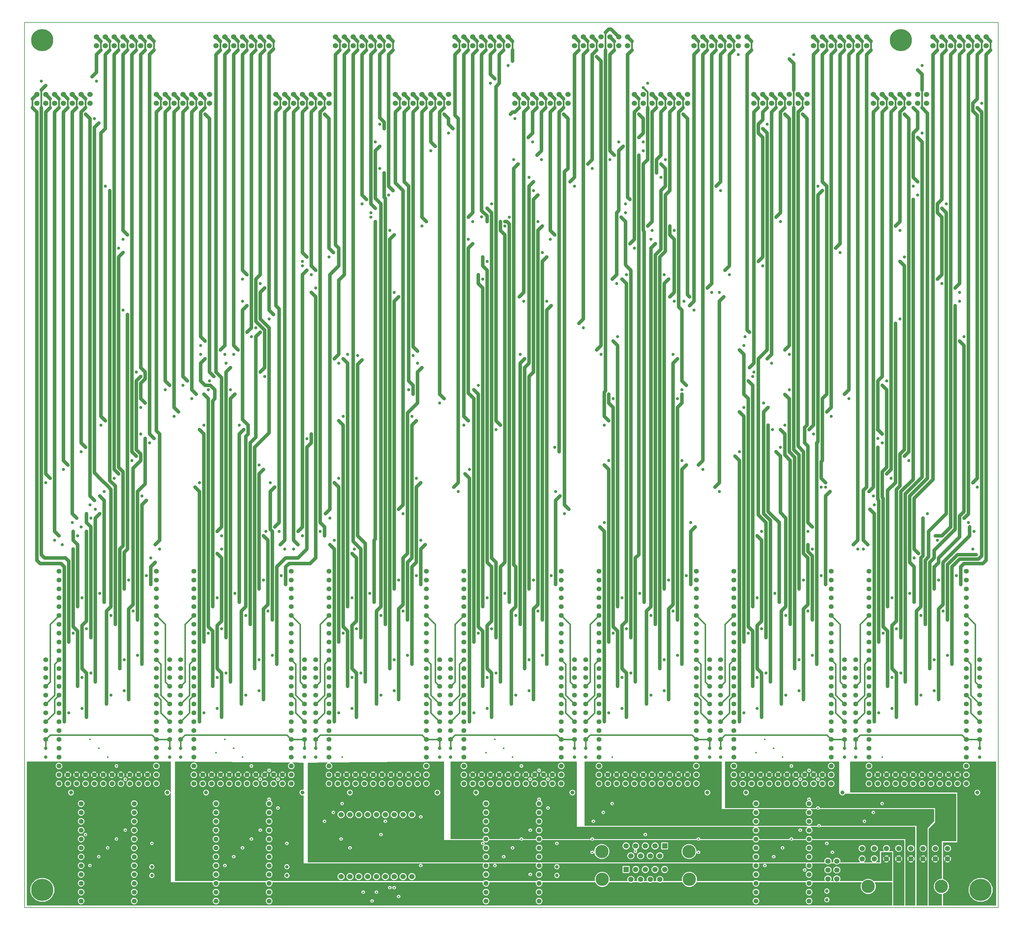
<source format=gbr>
G04 #@! TF.FileFunction,Copper,L3,Inr,Signal*
%FSLAX46Y46*%
G04 Gerber Fmt 4.6, Leading zero omitted, Abs format (unit mm)*
G04 Created by KiCad (PCBNEW 4.0.3+e1-6302~38~ubuntu14.04.1-stable) date Fri Aug 19 15:31:16 2016*
%MOMM*%
%LPD*%
G01*
G04 APERTURE LIST*
%ADD10C,0.100000*%
%ADD11C,0.150000*%
%ADD12C,1.500000*%
%ADD13C,3.810000*%
%ADD14C,1.524000*%
%ADD15C,1.397000*%
%ADD16C,1.000000*%
%ADD17R,1.524000X1.524000*%
%ADD18C,6.350000*%
%ADD19C,1.143000*%
%ADD20C,0.508000*%
%ADD21C,0.889000*%
%ADD22C,0.381000*%
%ADD23C,0.508000*%
%ADD24C,1.016000*%
%ADD25C,0.127000*%
G04 APERTURE END LIST*
D10*
D11*
X304800000Y-16510000D02*
X304800000Y-270510000D01*
X25400000Y-16510000D02*
X25400000Y-270510000D01*
X25400000Y-270510000D02*
X304800000Y-270510000D01*
X25400000Y-16510000D02*
X304800000Y-16510000D01*
D12*
X290210000Y-256540000D03*
X272710000Y-256540000D03*
D13*
X288460000Y-264450000D03*
D12*
X269210000Y-256540000D03*
X286710000Y-256540000D03*
X283210000Y-256540000D03*
X265710000Y-256540000D03*
X290210000Y-253540000D03*
X279710000Y-256540000D03*
X286710000Y-253540000D03*
X276210000Y-256540000D03*
D13*
X267460000Y-264450000D03*
D12*
X283210000Y-253540000D03*
X279710000Y-253540000D03*
X276210000Y-253540000D03*
X272710000Y-253540000D03*
X269210000Y-253540000D03*
X265710000Y-253540000D03*
D14*
X116205000Y-243840000D03*
X118745000Y-243840000D03*
X121285000Y-243840000D03*
X123825000Y-243840000D03*
X126365000Y-243840000D03*
X128905000Y-243840000D03*
X131445000Y-243840000D03*
X133985000Y-243840000D03*
X136525000Y-243840000D03*
X136525000Y-261620000D03*
X133985000Y-261620000D03*
X131445000Y-261620000D03*
X128905000Y-261620000D03*
X126365000Y-261620000D03*
X123825000Y-261620000D03*
X121285000Y-261620000D03*
X118745000Y-261620000D03*
X116205000Y-261620000D03*
D15*
X157797500Y-240665000D03*
X157797500Y-243205000D03*
X157797500Y-245745000D03*
X157797500Y-248285000D03*
X157797500Y-250825000D03*
X157797500Y-253365000D03*
X157797500Y-255905000D03*
X157797500Y-260985000D03*
X157797500Y-263525000D03*
X157797500Y-266065000D03*
X157797500Y-268605000D03*
X157797500Y-258445000D03*
X173037500Y-258445000D03*
X173037500Y-268605000D03*
X173037500Y-266065000D03*
X173037500Y-263525000D03*
X173037500Y-260985000D03*
X173037500Y-255905000D03*
X173037500Y-253365000D03*
X173037500Y-250825000D03*
X173037500Y-248285000D03*
X173037500Y-245745000D03*
X173037500Y-243205000D03*
X173037500Y-240665000D03*
X256857500Y-234950000D03*
X256857500Y-232410000D03*
X256857500Y-229870000D03*
X256857500Y-227330000D03*
X256857500Y-224790000D03*
X256857500Y-222250000D03*
X256857500Y-219710000D03*
X256857500Y-217170000D03*
X256857500Y-214630000D03*
X256857500Y-212090000D03*
X256857500Y-209550000D03*
X256857500Y-207010000D03*
X256857500Y-204470000D03*
X256857500Y-201930000D03*
X256857500Y-199390000D03*
X256857500Y-196850000D03*
X256857500Y-194310000D03*
X256857500Y-191770000D03*
X256857500Y-189230000D03*
X256857500Y-186690000D03*
X256857500Y-184150000D03*
X256857500Y-181610000D03*
X256857500Y-179070000D03*
X256857500Y-176530000D03*
X256857500Y-173990000D03*
X228917500Y-173990000D03*
X228917500Y-176530000D03*
X228917500Y-179070000D03*
X228917500Y-181610000D03*
X228917500Y-184150000D03*
X228917500Y-186690000D03*
X228917500Y-189230000D03*
X228917500Y-191770000D03*
X228917500Y-194310000D03*
X228917500Y-196850000D03*
X228917500Y-199390000D03*
X228917500Y-201930000D03*
X228917500Y-204470000D03*
X228917500Y-207010000D03*
X228917500Y-209550000D03*
X228917500Y-212090000D03*
X228917500Y-214630000D03*
X228917500Y-217170000D03*
X228917500Y-219710000D03*
X228917500Y-222250000D03*
X228917500Y-224790000D03*
X228917500Y-227330000D03*
X228917500Y-229870000D03*
X228917500Y-232410000D03*
X228917500Y-234950000D03*
X218122500Y-234950000D03*
X218122500Y-232410000D03*
X218122500Y-229870000D03*
X218122500Y-227330000D03*
X218122500Y-224790000D03*
X218122500Y-222250000D03*
X218122500Y-219710000D03*
X218122500Y-217170000D03*
X218122500Y-214630000D03*
X218122500Y-212090000D03*
X218122500Y-209550000D03*
X218122500Y-207010000D03*
X218122500Y-204470000D03*
X218122500Y-201930000D03*
X218122500Y-199390000D03*
X218122500Y-196850000D03*
X218122500Y-194310000D03*
X218122500Y-191770000D03*
X218122500Y-189230000D03*
X218122500Y-186690000D03*
X218122500Y-184150000D03*
X218122500Y-181610000D03*
X218122500Y-179070000D03*
X218122500Y-176530000D03*
X218122500Y-173990000D03*
X190182500Y-173990000D03*
X190182500Y-176530000D03*
X190182500Y-179070000D03*
X190182500Y-181610000D03*
X190182500Y-184150000D03*
X190182500Y-186690000D03*
X190182500Y-189230000D03*
X190182500Y-191770000D03*
X190182500Y-194310000D03*
X190182500Y-196850000D03*
X190182500Y-199390000D03*
X190182500Y-201930000D03*
X190182500Y-204470000D03*
X190182500Y-207010000D03*
X190182500Y-209550000D03*
X190182500Y-212090000D03*
X190182500Y-214630000D03*
X190182500Y-217170000D03*
X190182500Y-219710000D03*
X190182500Y-222250000D03*
X190182500Y-224790000D03*
X190182500Y-227330000D03*
X190182500Y-229870000D03*
X190182500Y-232410000D03*
X190182500Y-234950000D03*
X63182500Y-234950000D03*
X63182500Y-232410000D03*
X63182500Y-229870000D03*
X63182500Y-227330000D03*
X63182500Y-224790000D03*
X63182500Y-222250000D03*
X63182500Y-219710000D03*
X63182500Y-217170000D03*
X63182500Y-214630000D03*
X63182500Y-212090000D03*
X63182500Y-209550000D03*
X63182500Y-207010000D03*
X63182500Y-204470000D03*
X63182500Y-201930000D03*
X63182500Y-199390000D03*
X63182500Y-196850000D03*
X63182500Y-194310000D03*
X63182500Y-191770000D03*
X63182500Y-189230000D03*
X63182500Y-186690000D03*
X63182500Y-184150000D03*
X63182500Y-181610000D03*
X63182500Y-179070000D03*
X63182500Y-176530000D03*
X63182500Y-173990000D03*
X35242500Y-173990000D03*
X35242500Y-176530000D03*
X35242500Y-179070000D03*
X35242500Y-181610000D03*
X35242500Y-184150000D03*
X35242500Y-186690000D03*
X35242500Y-189230000D03*
X35242500Y-191770000D03*
X35242500Y-194310000D03*
X35242500Y-196850000D03*
X35242500Y-199390000D03*
X35242500Y-201930000D03*
X35242500Y-204470000D03*
X35242500Y-207010000D03*
X35242500Y-209550000D03*
X35242500Y-212090000D03*
X35242500Y-214630000D03*
X35242500Y-217170000D03*
X35242500Y-219710000D03*
X35242500Y-222250000D03*
X35242500Y-224790000D03*
X35242500Y-227330000D03*
X35242500Y-229870000D03*
X35242500Y-232410000D03*
X35242500Y-234950000D03*
D14*
X95567500Y-20637500D03*
X93027500Y-20637500D03*
X90487500Y-20637500D03*
X87947500Y-20637500D03*
X85407500Y-20637500D03*
X82867500Y-20637500D03*
X80327500Y-20637500D03*
X95567500Y-23177500D03*
X93027500Y-23177500D03*
X90487500Y-23177500D03*
X87947500Y-23177500D03*
X85407500Y-23177500D03*
X82867500Y-23177500D03*
X80327500Y-23177500D03*
X44132500Y-37147500D03*
X41592500Y-37147500D03*
X39052500Y-37147500D03*
X36512500Y-37147500D03*
X33972500Y-37147500D03*
X31432500Y-37147500D03*
X28892500Y-37147500D03*
X44132500Y-39687500D03*
X41592500Y-39687500D03*
X39052500Y-39687500D03*
X36512500Y-39687500D03*
X33972500Y-39687500D03*
X31432500Y-39687500D03*
X28892500Y-39687500D03*
D15*
X101917500Y-234950000D03*
X101917500Y-232410000D03*
X101917500Y-229870000D03*
X101917500Y-227330000D03*
X101917500Y-224790000D03*
X101917500Y-222250000D03*
X101917500Y-219710000D03*
X101917500Y-217170000D03*
X101917500Y-214630000D03*
X101917500Y-212090000D03*
X101917500Y-209550000D03*
X101917500Y-207010000D03*
X101917500Y-204470000D03*
X101917500Y-201930000D03*
X101917500Y-199390000D03*
X101917500Y-196850000D03*
X101917500Y-194310000D03*
X101917500Y-191770000D03*
X101917500Y-189230000D03*
X101917500Y-186690000D03*
X101917500Y-184150000D03*
X101917500Y-181610000D03*
X101917500Y-179070000D03*
X101917500Y-176530000D03*
X101917500Y-173990000D03*
X73977500Y-173990000D03*
X73977500Y-176530000D03*
X73977500Y-179070000D03*
X73977500Y-181610000D03*
X73977500Y-184150000D03*
X73977500Y-186690000D03*
X73977500Y-189230000D03*
X73977500Y-191770000D03*
X73977500Y-194310000D03*
X73977500Y-196850000D03*
X73977500Y-199390000D03*
X73977500Y-201930000D03*
X73977500Y-204470000D03*
X73977500Y-207010000D03*
X73977500Y-209550000D03*
X73977500Y-212090000D03*
X73977500Y-214630000D03*
X73977500Y-217170000D03*
X73977500Y-219710000D03*
X73977500Y-222250000D03*
X73977500Y-224790000D03*
X73977500Y-227330000D03*
X73977500Y-229870000D03*
X73977500Y-232410000D03*
X73977500Y-234950000D03*
X140652500Y-234950000D03*
X140652500Y-232410000D03*
X140652500Y-229870000D03*
X140652500Y-227330000D03*
X140652500Y-224790000D03*
X140652500Y-222250000D03*
X140652500Y-219710000D03*
X140652500Y-217170000D03*
X140652500Y-214630000D03*
X140652500Y-212090000D03*
X140652500Y-209550000D03*
X140652500Y-207010000D03*
X140652500Y-204470000D03*
X140652500Y-201930000D03*
X140652500Y-199390000D03*
X140652500Y-196850000D03*
X140652500Y-194310000D03*
X140652500Y-191770000D03*
X140652500Y-189230000D03*
X140652500Y-186690000D03*
X140652500Y-184150000D03*
X140652500Y-181610000D03*
X140652500Y-179070000D03*
X140652500Y-176530000D03*
X140652500Y-173990000D03*
X112712500Y-173990000D03*
X112712500Y-176530000D03*
X112712500Y-179070000D03*
X112712500Y-181610000D03*
X112712500Y-184150000D03*
X112712500Y-186690000D03*
X112712500Y-189230000D03*
X112712500Y-191770000D03*
X112712500Y-194310000D03*
X112712500Y-196850000D03*
X112712500Y-199390000D03*
X112712500Y-201930000D03*
X112712500Y-204470000D03*
X112712500Y-207010000D03*
X112712500Y-209550000D03*
X112712500Y-212090000D03*
X112712500Y-214630000D03*
X112712500Y-217170000D03*
X112712500Y-219710000D03*
X112712500Y-222250000D03*
X112712500Y-224790000D03*
X112712500Y-227330000D03*
X112712500Y-229870000D03*
X112712500Y-232410000D03*
X112712500Y-234950000D03*
X179387500Y-234950000D03*
X179387500Y-232410000D03*
X179387500Y-229870000D03*
X179387500Y-227330000D03*
X179387500Y-224790000D03*
X179387500Y-222250000D03*
X179387500Y-219710000D03*
X179387500Y-217170000D03*
X179387500Y-214630000D03*
X179387500Y-212090000D03*
X179387500Y-209550000D03*
X179387500Y-207010000D03*
X179387500Y-204470000D03*
X179387500Y-201930000D03*
X179387500Y-199390000D03*
X179387500Y-196850000D03*
X179387500Y-194310000D03*
X179387500Y-191770000D03*
X179387500Y-189230000D03*
X179387500Y-186690000D03*
X179387500Y-184150000D03*
X179387500Y-181610000D03*
X179387500Y-179070000D03*
X179387500Y-176530000D03*
X179387500Y-173990000D03*
X151447500Y-173990000D03*
X151447500Y-176530000D03*
X151447500Y-179070000D03*
X151447500Y-181610000D03*
X151447500Y-184150000D03*
X151447500Y-186690000D03*
X151447500Y-189230000D03*
X151447500Y-191770000D03*
X151447500Y-194310000D03*
X151447500Y-196850000D03*
X151447500Y-199390000D03*
X151447500Y-201930000D03*
X151447500Y-204470000D03*
X151447500Y-207010000D03*
X151447500Y-209550000D03*
X151447500Y-212090000D03*
X151447500Y-214630000D03*
X151447500Y-217170000D03*
X151447500Y-219710000D03*
X151447500Y-222250000D03*
X151447500Y-224790000D03*
X151447500Y-227330000D03*
X151447500Y-229870000D03*
X151447500Y-232410000D03*
X151447500Y-234950000D03*
X295592500Y-234950000D03*
X295592500Y-232410000D03*
X295592500Y-229870000D03*
X295592500Y-227330000D03*
X295592500Y-224790000D03*
X295592500Y-222250000D03*
X295592500Y-219710000D03*
X295592500Y-217170000D03*
X295592500Y-214630000D03*
X295592500Y-212090000D03*
X295592500Y-209550000D03*
X295592500Y-207010000D03*
X295592500Y-204470000D03*
X295592500Y-201930000D03*
X295592500Y-199390000D03*
X295592500Y-196850000D03*
X295592500Y-194310000D03*
X295592500Y-191770000D03*
X295592500Y-189230000D03*
X295592500Y-186690000D03*
X295592500Y-184150000D03*
X295592500Y-181610000D03*
X295592500Y-179070000D03*
X295592500Y-176530000D03*
X295592500Y-173990000D03*
X267652500Y-173990000D03*
X267652500Y-176530000D03*
X267652500Y-179070000D03*
X267652500Y-181610000D03*
X267652500Y-184150000D03*
X267652500Y-186690000D03*
X267652500Y-189230000D03*
X267652500Y-191770000D03*
X267652500Y-194310000D03*
X267652500Y-196850000D03*
X267652500Y-199390000D03*
X267652500Y-201930000D03*
X267652500Y-204470000D03*
X267652500Y-207010000D03*
X267652500Y-209550000D03*
X267652500Y-212090000D03*
X267652500Y-214630000D03*
X267652500Y-217170000D03*
X267652500Y-219710000D03*
X267652500Y-222250000D03*
X267652500Y-224790000D03*
X267652500Y-227330000D03*
X267652500Y-229870000D03*
X267652500Y-232410000D03*
X267652500Y-234950000D03*
D14*
X215582500Y-37147500D03*
X213042500Y-37147500D03*
X210502500Y-37147500D03*
X207962500Y-37147500D03*
X205422500Y-37147500D03*
X202882500Y-37147500D03*
X200342500Y-37147500D03*
X215582500Y-39687500D03*
X213042500Y-39687500D03*
X210502500Y-39687500D03*
X207962500Y-39687500D03*
X205422500Y-39687500D03*
X202882500Y-39687500D03*
X200342500Y-39687500D03*
D15*
X235267500Y-240665000D03*
X235267500Y-243205000D03*
X235267500Y-245745000D03*
X235267500Y-248285000D03*
X235267500Y-250825000D03*
X235267500Y-253365000D03*
X235267500Y-255905000D03*
X235267500Y-260985000D03*
X235267500Y-263525000D03*
X235267500Y-266065000D03*
X235267500Y-268605000D03*
X235267500Y-258445000D03*
X250507500Y-258445000D03*
X250507500Y-268605000D03*
X250507500Y-266065000D03*
X250507500Y-263525000D03*
X250507500Y-260985000D03*
X250507500Y-255905000D03*
X250507500Y-253365000D03*
X250507500Y-250825000D03*
X250507500Y-248285000D03*
X250507500Y-245745000D03*
X250507500Y-243205000D03*
X250507500Y-240665000D03*
X80327500Y-240665000D03*
X80327500Y-243205000D03*
X80327500Y-245745000D03*
X80327500Y-248285000D03*
X80327500Y-250825000D03*
X80327500Y-253365000D03*
X80327500Y-255905000D03*
X80327500Y-260985000D03*
X80327500Y-263525000D03*
X80327500Y-266065000D03*
X80327500Y-268605000D03*
X80327500Y-258445000D03*
X95567500Y-258445000D03*
X95567500Y-268605000D03*
X95567500Y-266065000D03*
X95567500Y-263525000D03*
X95567500Y-260985000D03*
X95567500Y-255905000D03*
X95567500Y-253365000D03*
X95567500Y-250825000D03*
X95567500Y-248285000D03*
X95567500Y-245745000D03*
X95567500Y-243205000D03*
X95567500Y-240665000D03*
X282892500Y-232410000D03*
X293052500Y-232410000D03*
X290512500Y-232410000D03*
X287972500Y-232410000D03*
X285432500Y-232410000D03*
X280352500Y-232410000D03*
X277812500Y-232410000D03*
X275272500Y-232410000D03*
X272732500Y-232410000D03*
X270192500Y-232410000D03*
X244157500Y-232410000D03*
X254317500Y-232410000D03*
X251777500Y-232410000D03*
X249237500Y-232410000D03*
X246697500Y-232410000D03*
X241617500Y-232410000D03*
X239077500Y-232410000D03*
X236537500Y-232410000D03*
X233997500Y-232410000D03*
X231457500Y-232410000D03*
X205422500Y-232410000D03*
X215582500Y-232410000D03*
X213042500Y-232410000D03*
X210502500Y-232410000D03*
X207962500Y-232410000D03*
X202882500Y-232410000D03*
X200342500Y-232410000D03*
X197802500Y-232410000D03*
X195262500Y-232410000D03*
X192722500Y-232410000D03*
X166687500Y-232410000D03*
X176847500Y-232410000D03*
X174307500Y-232410000D03*
X171767500Y-232410000D03*
X169227500Y-232410000D03*
X164147500Y-232410000D03*
X161607500Y-232410000D03*
X159067500Y-232410000D03*
X156527500Y-232410000D03*
X153987500Y-232410000D03*
X127952500Y-232410000D03*
X138112500Y-232410000D03*
X135572500Y-232410000D03*
X133032500Y-232410000D03*
X130492500Y-232410000D03*
X125412500Y-232410000D03*
X122872500Y-232410000D03*
X120332500Y-232410000D03*
X117792500Y-232410000D03*
X115252500Y-232410000D03*
X89217500Y-232410000D03*
X99377500Y-232410000D03*
X96837500Y-232410000D03*
X94297500Y-232410000D03*
X91757500Y-232410000D03*
X86677500Y-232410000D03*
X84137500Y-232410000D03*
X81597500Y-232410000D03*
X79057500Y-232410000D03*
X76517500Y-232410000D03*
X50482500Y-232410000D03*
X60642500Y-232410000D03*
X58102500Y-232410000D03*
X55562500Y-232410000D03*
X53022500Y-232410000D03*
X47942500Y-232410000D03*
X45402500Y-232410000D03*
X42862500Y-232410000D03*
X40322500Y-232410000D03*
X37782500Y-232410000D03*
X280352500Y-234950000D03*
X270192500Y-234950000D03*
X272732500Y-234950000D03*
X275272500Y-234950000D03*
X277812500Y-234950000D03*
X282892500Y-234950000D03*
X285432500Y-234950000D03*
X287972500Y-234950000D03*
X290512500Y-234950000D03*
X293052500Y-234950000D03*
X241617500Y-234950000D03*
X231457500Y-234950000D03*
X233997500Y-234950000D03*
X236537500Y-234950000D03*
X239077500Y-234950000D03*
X244157500Y-234950000D03*
X246697500Y-234950000D03*
X249237500Y-234950000D03*
X251777500Y-234950000D03*
X254317500Y-234950000D03*
X202882500Y-234950000D03*
X192722500Y-234950000D03*
X195262500Y-234950000D03*
X197802500Y-234950000D03*
X200342500Y-234950000D03*
X205422500Y-234950000D03*
X207962500Y-234950000D03*
X210502500Y-234950000D03*
X213042500Y-234950000D03*
X215582500Y-234950000D03*
X164147500Y-234950000D03*
X153987500Y-234950000D03*
X156527500Y-234950000D03*
X159067500Y-234950000D03*
X161607500Y-234950000D03*
X166687500Y-234950000D03*
X169227500Y-234950000D03*
X171767500Y-234950000D03*
X174307500Y-234950000D03*
X176847500Y-234950000D03*
X125412500Y-234950000D03*
X115252500Y-234950000D03*
X117792500Y-234950000D03*
X120332500Y-234950000D03*
X122872500Y-234950000D03*
X127952500Y-234950000D03*
X130492500Y-234950000D03*
X133032500Y-234950000D03*
X135572500Y-234950000D03*
X138112500Y-234950000D03*
X86677500Y-234950000D03*
X76517500Y-234950000D03*
X79057500Y-234950000D03*
X81597500Y-234950000D03*
X84137500Y-234950000D03*
X89217500Y-234950000D03*
X91757500Y-234950000D03*
X94297500Y-234950000D03*
X96837500Y-234950000D03*
X99377500Y-234950000D03*
X47942500Y-234950000D03*
X37782500Y-234950000D03*
X40322500Y-234950000D03*
X42862500Y-234950000D03*
X45402500Y-234950000D03*
X50482500Y-234950000D03*
X53022500Y-234950000D03*
X55562500Y-234950000D03*
X58102500Y-234950000D03*
X60642500Y-234950000D03*
D14*
X112712500Y-37147500D03*
X110172500Y-37147500D03*
X107632500Y-37147500D03*
X105092500Y-37147500D03*
X102552500Y-37147500D03*
X100012500Y-37147500D03*
X97472500Y-37147500D03*
X112712500Y-39687500D03*
X110172500Y-39687500D03*
X107632500Y-39687500D03*
X105092500Y-39687500D03*
X102552500Y-39687500D03*
X100012500Y-39687500D03*
X97472500Y-39687500D03*
X181292500Y-37147500D03*
X178752500Y-37147500D03*
X176212500Y-37147500D03*
X173672500Y-37147500D03*
X171132500Y-37147500D03*
X168592500Y-37147500D03*
X166052500Y-37147500D03*
X181292500Y-39687500D03*
X178752500Y-39687500D03*
X176212500Y-39687500D03*
X173672500Y-39687500D03*
X171132500Y-39687500D03*
X168592500Y-39687500D03*
X166052500Y-39687500D03*
X249872500Y-37147500D03*
X247332500Y-37147500D03*
X244792500Y-37147500D03*
X242252500Y-37147500D03*
X239712500Y-37147500D03*
X237172500Y-37147500D03*
X234632500Y-37147500D03*
X249872500Y-39687500D03*
X247332500Y-39687500D03*
X244792500Y-39687500D03*
X242252500Y-39687500D03*
X239712500Y-39687500D03*
X237172500Y-39687500D03*
X234632500Y-39687500D03*
X78422500Y-37147500D03*
X75882500Y-37147500D03*
X73342500Y-37147500D03*
X70802500Y-37147500D03*
X68262500Y-37147500D03*
X65722500Y-37147500D03*
X63182500Y-37147500D03*
X78422500Y-39687500D03*
X75882500Y-39687500D03*
X73342500Y-39687500D03*
X70802500Y-39687500D03*
X68262500Y-39687500D03*
X65722500Y-39687500D03*
X63182500Y-39687500D03*
X147002500Y-37147500D03*
X144462500Y-37147500D03*
X141922500Y-37147500D03*
X139382500Y-37147500D03*
X136842500Y-37147500D03*
X134302500Y-37147500D03*
X131762500Y-37147500D03*
X147002500Y-39687500D03*
X144462500Y-39687500D03*
X141922500Y-39687500D03*
X139382500Y-39687500D03*
X136842500Y-39687500D03*
X134302500Y-39687500D03*
X131762500Y-39687500D03*
X284162500Y-37147500D03*
X281622500Y-37147500D03*
X279082500Y-37147500D03*
X276542500Y-37147500D03*
X274002500Y-37147500D03*
X271462500Y-37147500D03*
X268922500Y-37147500D03*
X284162500Y-39687500D03*
X281622500Y-39687500D03*
X279082500Y-39687500D03*
X276542500Y-39687500D03*
X274002500Y-39687500D03*
X271462500Y-39687500D03*
X268922500Y-39687500D03*
X61277500Y-20637500D03*
X58737500Y-20637500D03*
X56197500Y-20637500D03*
X53657500Y-20637500D03*
X51117500Y-20637500D03*
X48577500Y-20637500D03*
X46037500Y-20637500D03*
X61277500Y-23177500D03*
X58737500Y-23177500D03*
X56197500Y-23177500D03*
X53657500Y-23177500D03*
X51117500Y-23177500D03*
X48577500Y-23177500D03*
X46037500Y-23177500D03*
X129857500Y-20637500D03*
X127317500Y-20637500D03*
X124777500Y-20637500D03*
X122237500Y-20637500D03*
X119697500Y-20637500D03*
X117157500Y-20637500D03*
X114617500Y-20637500D03*
X129857500Y-23177500D03*
X127317500Y-23177500D03*
X124777500Y-23177500D03*
X122237500Y-23177500D03*
X119697500Y-23177500D03*
X117157500Y-23177500D03*
X114617500Y-23177500D03*
X198437500Y-20637500D03*
X195897500Y-20637500D03*
X193357500Y-20637500D03*
X190817500Y-20637500D03*
X188277500Y-20637500D03*
X185737500Y-20637500D03*
X183197500Y-20637500D03*
X198437500Y-23177500D03*
X195897500Y-23177500D03*
X193357500Y-23177500D03*
X190817500Y-23177500D03*
X188277500Y-23177500D03*
X185737500Y-23177500D03*
X183197500Y-23177500D03*
X267017500Y-20637500D03*
X264477500Y-20637500D03*
X261937500Y-20637500D03*
X259397500Y-20637500D03*
X256857500Y-20637500D03*
X254317500Y-20637500D03*
X251777500Y-20637500D03*
X267017500Y-23177500D03*
X264477500Y-23177500D03*
X261937500Y-23177500D03*
X259397500Y-23177500D03*
X256857500Y-23177500D03*
X254317500Y-23177500D03*
X251777500Y-23177500D03*
X164147500Y-20637500D03*
X161607500Y-20637500D03*
X159067500Y-20637500D03*
X156527500Y-20637500D03*
X153987500Y-20637500D03*
X151447500Y-20637500D03*
X148907500Y-20637500D03*
X164147500Y-23177500D03*
X161607500Y-23177500D03*
X159067500Y-23177500D03*
X156527500Y-23177500D03*
X153987500Y-23177500D03*
X151447500Y-23177500D03*
X148907500Y-23177500D03*
X232727500Y-20637500D03*
X230187500Y-20637500D03*
X227647500Y-20637500D03*
X225107500Y-20637500D03*
X222567500Y-20637500D03*
X220027500Y-20637500D03*
X217487500Y-20637500D03*
X232727500Y-23177500D03*
X230187500Y-23177500D03*
X227647500Y-23177500D03*
X225107500Y-23177500D03*
X222567500Y-23177500D03*
X220027500Y-23177500D03*
X217487500Y-23177500D03*
X301307500Y-20637500D03*
X298767500Y-20637500D03*
X296227500Y-20637500D03*
X293687500Y-20637500D03*
X291147500Y-20637500D03*
X288607500Y-20637500D03*
X286067500Y-20637500D03*
X301307500Y-23177500D03*
X298767500Y-23177500D03*
X296227500Y-23177500D03*
X293687500Y-23177500D03*
X291147500Y-23177500D03*
X288607500Y-23177500D03*
X286067500Y-23177500D03*
D16*
X299402500Y-227310000D03*
X299402500Y-224810000D03*
X263842500Y-227310000D03*
X263842500Y-224810000D03*
X260667500Y-227310000D03*
X260667500Y-224810000D03*
X225107500Y-227310000D03*
X225107500Y-224810000D03*
X221932500Y-227310000D03*
X221932500Y-224810000D03*
X186372500Y-227310000D03*
X186372500Y-224810000D03*
X183197500Y-227310000D03*
X183197500Y-224810000D03*
X147637500Y-227310000D03*
X147637500Y-224810000D03*
X144462500Y-227310000D03*
X144462500Y-224810000D03*
X108902500Y-227310000D03*
X108902500Y-224810000D03*
X105727500Y-227310000D03*
X105727500Y-224810000D03*
X70167500Y-227310000D03*
X70167500Y-224810000D03*
X66992500Y-227310000D03*
X66992500Y-224810000D03*
X31432500Y-227310000D03*
X31432500Y-224810000D03*
D15*
X41592500Y-240665000D03*
X41592500Y-243205000D03*
X41592500Y-245745000D03*
X41592500Y-248285000D03*
X41592500Y-250825000D03*
X41592500Y-253365000D03*
X41592500Y-255905000D03*
X41592500Y-260985000D03*
X41592500Y-263525000D03*
X41592500Y-266065000D03*
X41592500Y-268605000D03*
X41592500Y-258445000D03*
X56832500Y-258445000D03*
X56832500Y-268605000D03*
X56832500Y-266065000D03*
X56832500Y-263525000D03*
X56832500Y-260985000D03*
X56832500Y-255905000D03*
X56832500Y-253365000D03*
X56832500Y-250825000D03*
X56832500Y-248285000D03*
X56832500Y-245745000D03*
X56832500Y-243205000D03*
X56832500Y-240665000D03*
D14*
X255905000Y-257175000D03*
X258445000Y-257175000D03*
X255905000Y-259715000D03*
X258445000Y-259715000D03*
X255905000Y-262255000D03*
X258445000Y-262255000D03*
X207670400Y-262416925D03*
X204901800Y-262416925D03*
X202133200Y-262416925D03*
X199364600Y-262416925D03*
X209054700Y-259572125D03*
X206286100Y-259572125D03*
X203517500Y-259572125D03*
X200748900Y-259572125D03*
D17*
X197980300Y-259572125D03*
D13*
X216141300Y-262416925D03*
X191147700Y-262416925D03*
X216014300Y-254415925D03*
X191020700Y-254415925D03*
D17*
X209054700Y-252815725D03*
D14*
X206286100Y-252815725D03*
X203517500Y-252815725D03*
X200748900Y-252815725D03*
X197980300Y-252815725D03*
X207670400Y-255660525D03*
X204901800Y-255660525D03*
X202133200Y-255660525D03*
X199364600Y-255660525D03*
D15*
X31432500Y-212090000D03*
X31432500Y-222250000D03*
X31432500Y-219710000D03*
X31432500Y-217170000D03*
X31432500Y-214630000D03*
X31432500Y-209550000D03*
X31432500Y-207010000D03*
X31432500Y-204470000D03*
X31432500Y-201930000D03*
X31432500Y-199390000D03*
X66992500Y-212090000D03*
X66992500Y-222250000D03*
X66992500Y-219710000D03*
X66992500Y-217170000D03*
X66992500Y-214630000D03*
X66992500Y-209550000D03*
X66992500Y-207010000D03*
X66992500Y-204470000D03*
X66992500Y-201930000D03*
X66992500Y-199390000D03*
X70167500Y-212090000D03*
X70167500Y-222250000D03*
X70167500Y-219710000D03*
X70167500Y-217170000D03*
X70167500Y-214630000D03*
X70167500Y-209550000D03*
X70167500Y-207010000D03*
X70167500Y-204470000D03*
X70167500Y-201930000D03*
X70167500Y-199390000D03*
X105727500Y-212090000D03*
X105727500Y-222250000D03*
X105727500Y-219710000D03*
X105727500Y-217170000D03*
X105727500Y-214630000D03*
X105727500Y-209550000D03*
X105727500Y-207010000D03*
X105727500Y-204470000D03*
X105727500Y-201930000D03*
X105727500Y-199390000D03*
X108902500Y-212090000D03*
X108902500Y-222250000D03*
X108902500Y-219710000D03*
X108902500Y-217170000D03*
X108902500Y-214630000D03*
X108902500Y-209550000D03*
X108902500Y-207010000D03*
X108902500Y-204470000D03*
X108902500Y-201930000D03*
X108902500Y-199390000D03*
X144462500Y-212090000D03*
X144462500Y-222250000D03*
X144462500Y-219710000D03*
X144462500Y-217170000D03*
X144462500Y-214630000D03*
X144462500Y-209550000D03*
X144462500Y-207010000D03*
X144462500Y-204470000D03*
X144462500Y-201930000D03*
X144462500Y-199390000D03*
X147637500Y-212090000D03*
X147637500Y-222250000D03*
X147637500Y-219710000D03*
X147637500Y-217170000D03*
X147637500Y-214630000D03*
X147637500Y-209550000D03*
X147637500Y-207010000D03*
X147637500Y-204470000D03*
X147637500Y-201930000D03*
X147637500Y-199390000D03*
X183197500Y-212090000D03*
X183197500Y-222250000D03*
X183197500Y-219710000D03*
X183197500Y-217170000D03*
X183197500Y-214630000D03*
X183197500Y-209550000D03*
X183197500Y-207010000D03*
X183197500Y-204470000D03*
X183197500Y-201930000D03*
X183197500Y-199390000D03*
X186372500Y-212090000D03*
X186372500Y-222250000D03*
X186372500Y-219710000D03*
X186372500Y-217170000D03*
X186372500Y-214630000D03*
X186372500Y-209550000D03*
X186372500Y-207010000D03*
X186372500Y-204470000D03*
X186372500Y-201930000D03*
X186372500Y-199390000D03*
X221932500Y-212090000D03*
X221932500Y-222250000D03*
X221932500Y-219710000D03*
X221932500Y-217170000D03*
X221932500Y-214630000D03*
X221932500Y-209550000D03*
X221932500Y-207010000D03*
X221932500Y-204470000D03*
X221932500Y-201930000D03*
X221932500Y-199390000D03*
X225107500Y-212090000D03*
X225107500Y-222250000D03*
X225107500Y-219710000D03*
X225107500Y-217170000D03*
X225107500Y-214630000D03*
X225107500Y-209550000D03*
X225107500Y-207010000D03*
X225107500Y-204470000D03*
X225107500Y-201930000D03*
X225107500Y-199390000D03*
X260667500Y-212090000D03*
X260667500Y-222250000D03*
X260667500Y-219710000D03*
X260667500Y-217170000D03*
X260667500Y-214630000D03*
X260667500Y-209550000D03*
X260667500Y-207010000D03*
X260667500Y-204470000D03*
X260667500Y-201930000D03*
X260667500Y-199390000D03*
X263842500Y-212090000D03*
X263842500Y-222250000D03*
X263842500Y-219710000D03*
X263842500Y-217170000D03*
X263842500Y-214630000D03*
X263842500Y-209550000D03*
X263842500Y-207010000D03*
X263842500Y-204470000D03*
X263842500Y-201930000D03*
X263842500Y-199390000D03*
X299402500Y-212090000D03*
X299402500Y-222250000D03*
X299402500Y-219710000D03*
X299402500Y-217170000D03*
X299402500Y-214630000D03*
X299402500Y-209550000D03*
X299402500Y-207010000D03*
X299402500Y-204470000D03*
X299402500Y-201930000D03*
X299402500Y-199390000D03*
D16*
X61912500Y-261282500D03*
X61912500Y-258782500D03*
X100647500Y-261282500D03*
X100647500Y-258782500D03*
X178117500Y-261282500D03*
X178117500Y-258782500D03*
X255587500Y-265767500D03*
X255587500Y-268267500D03*
D18*
X276860000Y-21590000D03*
X30480000Y-21590000D03*
X299720000Y-265430000D03*
X30480000Y-265430000D03*
D19*
X118745000Y-237490000D03*
X38735000Y-237490000D03*
X154940000Y-237490000D03*
X232410000Y-237490000D03*
X77470000Y-237490000D03*
X182562500Y-237490000D03*
X221297500Y-237490000D03*
X298767500Y-237490000D03*
X260032500Y-237490000D03*
X66357500Y-237490000D03*
X105092500Y-237490000D03*
X143827500Y-237490000D03*
D20*
X61912500Y-252095000D03*
D21*
X36830000Y-217170000D03*
X38100000Y-214630000D03*
X48895000Y-212090000D03*
X164782500Y-42862500D03*
X46672500Y-45402500D03*
X50165000Y-209550000D03*
X166052500Y-44132500D03*
X45402500Y-44132500D03*
X62865000Y-166370000D03*
X40640000Y-207010000D03*
X39370000Y-167640000D03*
X36195000Y-166370000D03*
X64135000Y-167640000D03*
X41910000Y-204470000D03*
X199072500Y-80010000D03*
X53657500Y-82550000D03*
X52705000Y-201930000D03*
X53975000Y-199390000D03*
X200342500Y-81280000D03*
X52387500Y-81280000D03*
X31432500Y-34607500D03*
X38100000Y-194310000D03*
X44767500Y-32067500D03*
X39370000Y-191770000D03*
X30162500Y-33337500D03*
X46037500Y-33337500D03*
X51435000Y-189230000D03*
X181927500Y-62230000D03*
X49847500Y-64770000D03*
X183197500Y-63500000D03*
X48577500Y-63500000D03*
X50165000Y-186690000D03*
X39370000Y-162560000D03*
X40640000Y-184150000D03*
X80645000Y-162560000D03*
X41910000Y-181610000D03*
X81915000Y-163830000D03*
X40640000Y-163830000D03*
X53975000Y-179070000D03*
X216217500Y-97790000D03*
X54927500Y-100330000D03*
X55245000Y-176530000D03*
X217487500Y-99060000D03*
X53657500Y-99060000D03*
X280670000Y-170180000D03*
X61595000Y-170180000D03*
X60325000Y-175260000D03*
X62865000Y-171450000D03*
X61595000Y-177800000D03*
X281940000Y-168910000D03*
X46990000Y-180340000D03*
X48260000Y-151130000D03*
X149860000Y-151130000D03*
X46990000Y-152400000D03*
X48260000Y-182880000D03*
X148590000Y-149860000D03*
X251777500Y-134620000D03*
X58737500Y-134620000D03*
X56515000Y-185420000D03*
X60007500Y-135890000D03*
X57785000Y-187960000D03*
X250507500Y-133350000D03*
X43180000Y-190500000D03*
X113030000Y-158750000D03*
X44450000Y-158750000D03*
X43180000Y-157480000D03*
X44450000Y-193040000D03*
X111760000Y-157480000D03*
X268922500Y-152400000D03*
X59055000Y-152400000D03*
X57785000Y-198120000D03*
X59055000Y-200660000D03*
X267652500Y-151130000D03*
X60325000Y-153670000D03*
X133985000Y-157480000D03*
X44450000Y-203200000D03*
X45720000Y-156210000D03*
X46990000Y-157480000D03*
X45720000Y-205740000D03*
X132715000Y-156210000D03*
X234632500Y-116840000D03*
X57467500Y-116840000D03*
X53975000Y-208280000D03*
X58737500Y-118110000D03*
X233362500Y-115570000D03*
X55245000Y-210820000D03*
X41910000Y-213360000D03*
X98425000Y-162560000D03*
X41592500Y-161290000D03*
X43180000Y-215900000D03*
X97155000Y-161290000D03*
X43180000Y-162560000D03*
D20*
X44132500Y-222250000D03*
X44132500Y-258445000D03*
X46672500Y-224790000D03*
X46672500Y-255905000D03*
X49212500Y-227330000D03*
X49212500Y-253365000D03*
X51752500Y-250825000D03*
X51752500Y-229870000D03*
X54292500Y-233680000D03*
X54292500Y-248285000D03*
X100647500Y-252095000D03*
D21*
X32702500Y-147320000D03*
X75565000Y-217170000D03*
X74295000Y-149860000D03*
X76835000Y-214630000D03*
X31432500Y-148590000D03*
X75565000Y-148590000D03*
X167322500Y-95250000D03*
X89217500Y-97790000D03*
X87630000Y-212090000D03*
X88900000Y-209550000D03*
X87947500Y-96520000D03*
X168592500Y-96520000D03*
X66992500Y-120650000D03*
X79375000Y-207010000D03*
X76835000Y-123190000D03*
X80645000Y-204470000D03*
X78105000Y-121920000D03*
X65722500Y-121920000D03*
X193992500Y-90170000D03*
X197167500Y-52070000D03*
X201612500Y-49530000D03*
X201612500Y-42862500D03*
X91440000Y-201930000D03*
X94297500Y-92710000D03*
X195262500Y-91440000D03*
X195897500Y-50800000D03*
X202882500Y-50800000D03*
X92710000Y-199390000D03*
X93027500Y-91440000D03*
X48577500Y-130810000D03*
X76835000Y-194310000D03*
X75565000Y-133350000D03*
X78105000Y-191770000D03*
X76835000Y-132080000D03*
X47307500Y-132080000D03*
X184467500Y-102870000D03*
X90170000Y-189230000D03*
X93027500Y-105410000D03*
X88900000Y-186690000D03*
X91757500Y-104140000D03*
X185737500Y-104140000D03*
X81597500Y-110490000D03*
X77152500Y-113030000D03*
X79375000Y-184150000D03*
X75882500Y-111760000D03*
X80645000Y-181610000D03*
X82867500Y-111760000D03*
X218757500Y-143510000D03*
X92710000Y-179070000D03*
X93980000Y-144780000D03*
X92710000Y-143510000D03*
X220027500Y-144780000D03*
X93980000Y-176530000D03*
X99060000Y-175260000D03*
X288607500Y-91440000D03*
X108902500Y-92710000D03*
X100330000Y-177800000D03*
X287337500Y-90170000D03*
X107632500Y-93980000D03*
X86995000Y-132080000D03*
X85725000Y-180340000D03*
X151447500Y-132080000D03*
X86995000Y-182880000D03*
X152717500Y-130759202D03*
X88265000Y-133350000D03*
X254000000Y-149860000D03*
X95250000Y-185420000D03*
X95885000Y-148590000D03*
X255270000Y-148590000D03*
X96520000Y-187960000D03*
X97155000Y-149860000D03*
X115570000Y-114300000D03*
X81915000Y-190500000D03*
X83185000Y-114300000D03*
X114300000Y-113030000D03*
X83185000Y-193040000D03*
X84455000Y-115570000D03*
X96520000Y-198120000D03*
X106362500Y-135940798D03*
X270192500Y-135890000D03*
X107632500Y-134620000D03*
X271462500Y-134620000D03*
X97790000Y-200660000D03*
X84455000Y-121920000D03*
X83185000Y-203200000D03*
X135572500Y-121920000D03*
X136842500Y-123190000D03*
X84455000Y-205740000D03*
X85725000Y-123190000D03*
X105092500Y-163830000D03*
X105092500Y-86360000D03*
X237172500Y-86360000D03*
X94615000Y-162560000D03*
X92710000Y-208280000D03*
X93980000Y-210820000D03*
X93980000Y-163830000D03*
X235902500Y-85090000D03*
X103822500Y-162560000D03*
X106362500Y-87630000D03*
X100012500Y-167640000D03*
X81915000Y-167640000D03*
X80645000Y-213360000D03*
X81915000Y-215900000D03*
X98742500Y-166370000D03*
X80645000Y-168910000D03*
D20*
X82867500Y-258445000D03*
X82867500Y-222250000D03*
X85407500Y-224790000D03*
X85407500Y-255905000D03*
X87947500Y-227330000D03*
X87947500Y-253365000D03*
X90487500Y-229870000D03*
X90487500Y-250825000D03*
X93027500Y-233680000D03*
X93027500Y-248285000D03*
X80327500Y-226060000D03*
D21*
X114300000Y-217170000D03*
X113030000Y-166370000D03*
X35242500Y-163830000D03*
X114300000Y-165100000D03*
X33972500Y-165100000D03*
X115570000Y-214630000D03*
X127317500Y-52070000D03*
X169862500Y-49530000D03*
X126365000Y-212090000D03*
X171132500Y-50800000D03*
X127635000Y-209550000D03*
X126047500Y-50800000D03*
X115570000Y-130810000D03*
X69532500Y-128270000D03*
X118110000Y-207010000D03*
X116840000Y-129540000D03*
X68262500Y-129540000D03*
X119380000Y-204470000D03*
X131445000Y-77470000D03*
X130175000Y-201930000D03*
X204152500Y-74930000D03*
X131445000Y-199390000D03*
X130175000Y-76200000D03*
X205422500Y-76200000D03*
X115570000Y-194310000D03*
X52387500Y-146050000D03*
X114300000Y-148590000D03*
X116840000Y-191770000D03*
X115570000Y-147320000D03*
X51117500Y-147320000D03*
X128905000Y-189230000D03*
X128587500Y-59690000D03*
X187007500Y-57150000D03*
X127317500Y-58420000D03*
X188277500Y-58420000D03*
X127635000Y-186690000D03*
X86677500Y-110490000D03*
X118110000Y-184150000D03*
X116840000Y-113030000D03*
X118110000Y-111760000D03*
X85407500Y-111760000D03*
X119380000Y-181610000D03*
X221297500Y-92710000D03*
X131445000Y-179070000D03*
X132715000Y-95250000D03*
X222567500Y-93980000D03*
X131445000Y-93980000D03*
X132715000Y-176530000D03*
X287286702Y-165100000D03*
X137795000Y-175260000D03*
X139065000Y-165100000D03*
X139065000Y-177800000D03*
X140335000Y-166370000D03*
X286702500Y-163830000D03*
X124777500Y-72390000D03*
X153987500Y-73660000D03*
X124460000Y-180340000D03*
X152717500Y-72390000D03*
X126047500Y-73660000D03*
X125730000Y-182880000D03*
X136525000Y-129540000D03*
X256857500Y-129540000D03*
X133985000Y-185420000D03*
X255587500Y-128270000D03*
X137795000Y-130810000D03*
X135255000Y-187960000D03*
X120650000Y-190500000D03*
X121920000Y-193040000D03*
X137795000Y-147320000D03*
X274002500Y-147320000D03*
X135255000Y-198120000D03*
X136525000Y-200660000D03*
X272732500Y-146050000D03*
X139065000Y-148590000D03*
X120967500Y-112077500D03*
X136842500Y-112077500D03*
X121920000Y-203200000D03*
X123190000Y-205740000D03*
X122237500Y-113347500D03*
X138112500Y-110807500D03*
X239712500Y-114300000D03*
X138112500Y-114300000D03*
X131445000Y-208280000D03*
X238442500Y-113030000D03*
X139382500Y-115570000D03*
X132715000Y-210820000D03*
X119380000Y-213360000D03*
X102552500Y-167640000D03*
X120015000Y-167640000D03*
X120650000Y-215900000D03*
X103822500Y-166370000D03*
X119380000Y-168910000D03*
D20*
X111442500Y-245745000D03*
X113982500Y-243205000D03*
X116522500Y-240665000D03*
X116522500Y-227330000D03*
X95567500Y-231140000D03*
X95567500Y-239395000D03*
X98107500Y-233680000D03*
X98107500Y-241935000D03*
X178117500Y-252095000D03*
D21*
X151765000Y-146050000D03*
X153035000Y-217170000D03*
X37782500Y-143510000D03*
X154305000Y-214630000D03*
X153035000Y-144780000D03*
X36512500Y-144780000D03*
X165100000Y-212090000D03*
X167005000Y-57150000D03*
X172402500Y-54610000D03*
X166370000Y-209550000D03*
X173672500Y-55880000D03*
X165735000Y-55880000D03*
X72072500Y-119380000D03*
X156845000Y-207010000D03*
X154305000Y-121920000D03*
X158115000Y-204470000D03*
X155575000Y-120650000D03*
X70802500Y-120650000D03*
X168910000Y-201930000D03*
X171450000Y-62230000D03*
X206692500Y-59690000D03*
X170180000Y-199390000D03*
X207962500Y-60960000D03*
X170180000Y-60960000D03*
X54927500Y-77470000D03*
X154305000Y-194310000D03*
X153987500Y-80010000D03*
X53657500Y-78740000D03*
X155575000Y-191770000D03*
X152717500Y-78740000D03*
X167640000Y-189230000D03*
X168910000Y-113030000D03*
X189547500Y-110490000D03*
X189547500Y-26352500D03*
X166370000Y-186690000D03*
X190817500Y-111760000D03*
X167640000Y-111760000D03*
X156845000Y-184150000D03*
X89217500Y-88900000D03*
X155575000Y-88900000D03*
X87947500Y-90170000D03*
X158115000Y-181610000D03*
X156845000Y-90170000D03*
X170180000Y-179070000D03*
X223837500Y-63500000D03*
X172720000Y-66040000D03*
X171450000Y-64770000D03*
X171450000Y-176530000D03*
X225107500Y-64770000D03*
X177800000Y-151130000D03*
X224790000Y-151130000D03*
X176530000Y-175260000D03*
X293687500Y-93980000D03*
X224790000Y-93980000D03*
X177800000Y-177800000D03*
X226060000Y-95250000D03*
X292417500Y-92710000D03*
X223520000Y-149860000D03*
X179070000Y-152400000D03*
X163195000Y-180340000D03*
X164465000Y-72390000D03*
X156527500Y-72339202D03*
X164465000Y-182880000D03*
X158115000Y-73660000D03*
X163195000Y-73660000D03*
X172720000Y-185420000D03*
X259397500Y-82550000D03*
X173990000Y-82550000D03*
X175260000Y-83820000D03*
X258127500Y-81280000D03*
X173990000Y-187960000D03*
X159385000Y-190500000D03*
X122237500Y-68580000D03*
X159385000Y-68580000D03*
X160655000Y-193040000D03*
X158115000Y-69850000D03*
X123507500Y-67310000D03*
X175260000Y-96520000D03*
X211772500Y-96520000D03*
X173990000Y-198120000D03*
X276542500Y-76200000D03*
X211772500Y-76200000D03*
X175260000Y-200660000D03*
X176530000Y-97790000D03*
X210502500Y-95250000D03*
X210502500Y-74930000D03*
X275272500Y-74930000D03*
X160655000Y-203200000D03*
X139382500Y-74930000D03*
X163195000Y-74930000D03*
X140652500Y-73660000D03*
X161925000Y-205740000D03*
X161925000Y-73660000D03*
X172720000Y-73660000D03*
X170180000Y-208280000D03*
X242252500Y-73660000D03*
X171450000Y-210820000D03*
X173990000Y-74930000D03*
X240982500Y-72390000D03*
X158115000Y-213360000D03*
X105092500Y-85090000D03*
X158115000Y-85090000D03*
X159385000Y-215900000D03*
X106362500Y-83820000D03*
X156845000Y-83820000D03*
D20*
X160337500Y-222250000D03*
X160337500Y-258445000D03*
X162877500Y-224790000D03*
X162877500Y-255905000D03*
X165417500Y-227330000D03*
X165417500Y-253365000D03*
X167957500Y-229870000D03*
X167957500Y-250825000D03*
X170497500Y-233680000D03*
X170497500Y-248285000D03*
X157797500Y-226060000D03*
D21*
X191770000Y-217170000D03*
X40322500Y-158750000D03*
X190500000Y-161290000D03*
X193040000Y-214630000D03*
X191770000Y-160020000D03*
X39052500Y-160020000D03*
X203835000Y-212090000D03*
X206375000Y-80010000D03*
X177482500Y-77470000D03*
X205105000Y-209550000D03*
X205105000Y-78740000D03*
X176212500Y-78740000D03*
X74612500Y-123190000D03*
X195580000Y-207010000D03*
X193040000Y-123190000D03*
X73342500Y-124460000D03*
X196850000Y-204470000D03*
X194310000Y-124460000D03*
X207645000Y-201930000D03*
X208915000Y-199390000D03*
X193040000Y-194310000D03*
X191770000Y-143510000D03*
X57467500Y-140970000D03*
X194310000Y-191770000D03*
X193040000Y-142240000D03*
X56197500Y-142240000D03*
X206375000Y-189230000D03*
X194627500Y-54610000D03*
X207962500Y-57150000D03*
X193357500Y-55880000D03*
X209232500Y-55880000D03*
X205105000Y-186690000D03*
X194310000Y-107950000D03*
X195580000Y-184150000D03*
X89166702Y-105410000D03*
X195580000Y-106680000D03*
X90487500Y-106680000D03*
X196850000Y-181610000D03*
X208915000Y-179070000D03*
X226377500Y-87630000D03*
X210185000Y-90170000D03*
X210185000Y-176530000D03*
X208915000Y-88900000D03*
X227647500Y-88900000D03*
X296227500Y-160020000D03*
X216535000Y-160020000D03*
X215265000Y-175260000D03*
X216535000Y-177800000D03*
X294957500Y-158750000D03*
X217805000Y-161290000D03*
X159067500Y-33972500D03*
X204152500Y-33972500D03*
X201930000Y-180340000D03*
X202882500Y-35242500D03*
X203200000Y-182880000D03*
X160337500Y-32702500D03*
X211455000Y-185420000D03*
X261937500Y-124460000D03*
X212725000Y-124460000D03*
X212725000Y-187960000D03*
X260667500Y-123190000D03*
X213995000Y-123190000D03*
X197802500Y-71120000D03*
X124777500Y-71120000D03*
X198120000Y-190500000D03*
X126047500Y-69850000D03*
X199390000Y-193040000D03*
X196532500Y-72390000D03*
X213995000Y-142240000D03*
X279082500Y-142240000D03*
X212725000Y-198120000D03*
X277812500Y-42862500D03*
X213995000Y-200660000D03*
X277812500Y-140970000D03*
X215265000Y-143510000D03*
X199390000Y-203200000D03*
X141922500Y-53340000D03*
X202882500Y-53340000D03*
X200660000Y-205740000D03*
X201612500Y-54610000D03*
X143192500Y-52070000D03*
X211455000Y-111760000D03*
X244792500Y-111760000D03*
X208915000Y-208280000D03*
X243522500Y-42862500D03*
X210185000Y-210820000D03*
X212725000Y-113030000D03*
X243522500Y-110490000D03*
X107632500Y-88900000D03*
X198120000Y-88900000D03*
X196850000Y-213360000D03*
X196850000Y-90170000D03*
X108902500Y-87630000D03*
X198120000Y-215900000D03*
D20*
X188595000Y-245745000D03*
X191452500Y-243205000D03*
X193992500Y-227330000D03*
X193992500Y-240665000D03*
X173037500Y-231140000D03*
X173037500Y-239395000D03*
X175577500Y-233680000D03*
X175577500Y-241935000D03*
X255587500Y-252095000D03*
D21*
X230505000Y-217170000D03*
X229235000Y-140970000D03*
X42862500Y-138430000D03*
X41592500Y-139700000D03*
X230505000Y-139700000D03*
X231775000Y-214630000D03*
X240982500Y-139700000D03*
X242570000Y-212090000D03*
X178752500Y-139700000D03*
X242252500Y-138430000D03*
X177482500Y-138430000D03*
X243840000Y-209550000D03*
X77152500Y-107950000D03*
X234315000Y-207010000D03*
X230505000Y-110490000D03*
X75882500Y-109220000D03*
X231775000Y-109220000D03*
X235585000Y-204470000D03*
X246380000Y-201930000D03*
X243522500Y-123240798D03*
X215265000Y-120650000D03*
X247650000Y-199390000D03*
X213995000Y-121920000D03*
X244792500Y-121920000D03*
X230505000Y-128270000D03*
X60007500Y-125730000D03*
X231775000Y-194310000D03*
X233045000Y-191770000D03*
X231775000Y-127000000D03*
X58737500Y-127000000D03*
X245110000Y-189230000D03*
X242252500Y-133350000D03*
X193040000Y-130810000D03*
X191770000Y-132080000D03*
X243522500Y-132080000D03*
X243840000Y-186690000D03*
X234315000Y-184150000D03*
X93027500Y-116840000D03*
X233045000Y-119380000D03*
X234315000Y-118110000D03*
X94297500Y-118110000D03*
X235585000Y-181610000D03*
X244792500Y-26987500D03*
X247650000Y-179070000D03*
X248920000Y-176530000D03*
X230187500Y-25717500D03*
X246062500Y-25717500D03*
X254000000Y-175260000D03*
X298767500Y-149860000D03*
X255270000Y-149860000D03*
X255270000Y-177800000D03*
X256540000Y-151130000D03*
X297497500Y-148590000D03*
X160655000Y-133350000D03*
X240030000Y-133350000D03*
X240665000Y-180340000D03*
X238760000Y-132080000D03*
X241935000Y-182880000D03*
X161925000Y-132080000D03*
X251460000Y-167640000D03*
X264477500Y-167640000D03*
X250190000Y-185420000D03*
X250190000Y-166370000D03*
X251460000Y-187960000D03*
X263207500Y-166370000D03*
X238442500Y-45720000D03*
X127317500Y-45720000D03*
X236855000Y-190500000D03*
X238125000Y-193040000D03*
X237172500Y-46990000D03*
X128587500Y-46990000D03*
X251460000Y-198120000D03*
X253047500Y-63500000D03*
X280352500Y-63500000D03*
X252730000Y-200660000D03*
X254317500Y-64770000D03*
X280352500Y-40957500D03*
X281622500Y-62230000D03*
X238125000Y-203200000D03*
X237490000Y-125730000D03*
X144462500Y-125730000D03*
X239395000Y-205740000D03*
X238760000Y-127000000D03*
X145732500Y-124460000D03*
X247650000Y-208280000D03*
X248920000Y-210820000D03*
X236855000Y-162560000D03*
X110172500Y-162560000D03*
X235585000Y-213360000D03*
X236855000Y-215900000D03*
X235585000Y-163830000D03*
X111442500Y-163830000D03*
D20*
X237807500Y-222250000D03*
X237807500Y-258445000D03*
X240347500Y-224790000D03*
X240347500Y-255905000D03*
X242887500Y-227330000D03*
X242887500Y-253365000D03*
X245427500Y-229870000D03*
X245427500Y-250825000D03*
X247967500Y-233680000D03*
X247967500Y-248285000D03*
X235267500Y-226060000D03*
D21*
X267970000Y-156210000D03*
X45402500Y-153670000D03*
X269240000Y-217170000D03*
X42862500Y-42862500D03*
X270510000Y-214630000D03*
X269240000Y-154940000D03*
X44132500Y-154940000D03*
X283210000Y-158750000D03*
X181610000Y-156210000D03*
X281305000Y-212090000D03*
X180022500Y-42862500D03*
X282575000Y-209550000D03*
X180340000Y-157480000D03*
X284480000Y-157480000D03*
X77152500Y-42862500D03*
X271462500Y-120650000D03*
X79692500Y-118110000D03*
X273050000Y-207010000D03*
X78422500Y-119380000D03*
X272732500Y-119380000D03*
X274320000Y-204470000D03*
X285115000Y-201930000D03*
X216217500Y-95250000D03*
X292417500Y-97790000D03*
X214312500Y-42862500D03*
X293687500Y-96520000D03*
X214630000Y-96520000D03*
X286385000Y-199390000D03*
X270510000Y-194310000D03*
X62547500Y-135890000D03*
X270192500Y-138430000D03*
X61277500Y-137160000D03*
X271462500Y-137160000D03*
X271780000Y-191770000D03*
X283845000Y-189230000D03*
X199072500Y-67310000D03*
X288607500Y-69850000D03*
X197802500Y-68580000D03*
X289877500Y-68580000D03*
X282575000Y-186690000D03*
X273050000Y-184150000D03*
X96837500Y-100330000D03*
X275272500Y-102870000D03*
X274320000Y-181610000D03*
X95567500Y-101600000D03*
X276542500Y-101600000D03*
X293687500Y-107950000D03*
X286385000Y-179070000D03*
X233362500Y-105410000D03*
X232092500Y-106680000D03*
X294957500Y-106680000D03*
X287655000Y-176530000D03*
X292735000Y-175260000D03*
X294005000Y-177800000D03*
X282892500Y-28892500D03*
X164147500Y-28892500D03*
X279400000Y-180340000D03*
X165417500Y-27622500D03*
X280670000Y-182880000D03*
X281622500Y-30162500D03*
X297497500Y-167640000D03*
X266065000Y-167640000D03*
X288925000Y-185420000D03*
X267335000Y-166370000D03*
X290195000Y-187960000D03*
X298450000Y-169227500D03*
X129857500Y-66040000D03*
X275590000Y-190500000D03*
X281622500Y-66040000D03*
X131127500Y-64770000D03*
X280352500Y-67310000D03*
X276860000Y-193040000D03*
X300037500Y-39687500D03*
X290195000Y-198120000D03*
X298767500Y-40957500D03*
X291465000Y-200660000D03*
X282892500Y-48260000D03*
X147002500Y-48260000D03*
X276860000Y-203200000D03*
X148272500Y-46990000D03*
X145732500Y-42862500D03*
X281622500Y-49530000D03*
X278130000Y-205740000D03*
X286385000Y-208280000D03*
X297815000Y-162560000D03*
X250190000Y-162560000D03*
X248602500Y-42862500D03*
X251460000Y-161290000D03*
X287655000Y-210820000D03*
X296545000Y-161290000D03*
X274320000Y-213360000D03*
X112712500Y-83820000D03*
X277812500Y-83820000D03*
X111442500Y-42862500D03*
X113982500Y-82550000D03*
X275590000Y-215900000D03*
X276542500Y-85090000D03*
D20*
X266382500Y-245745000D03*
X268922500Y-243205000D03*
X271462500Y-227330000D03*
X271462500Y-240665000D03*
X250507500Y-231140000D03*
X250507500Y-239395000D03*
X253047500Y-233680000D03*
X253047500Y-241935000D03*
X130175000Y-264795000D03*
X132715000Y-267335000D03*
X122555000Y-266065000D03*
X125095000Y-268605000D03*
X131445000Y-264795000D03*
X170497500Y-260985000D03*
X249237500Y-259715000D03*
X126365000Y-266065000D03*
X42862500Y-249555000D03*
X127635000Y-249555000D03*
X253365000Y-247015000D03*
X257175000Y-254635000D03*
X188277500Y-254635000D03*
X218757500Y-254635000D03*
X218757500Y-250825000D03*
X188277500Y-250825000D03*
X128905000Y-245745000D03*
X139065000Y-258445000D03*
X139065000Y-244475000D03*
X156845000Y-252095000D03*
X118745000Y-253365000D03*
X200660000Y-254317500D03*
X116205000Y-250825000D03*
X203517500Y-249555000D03*
D19*
X295592500Y-254952500D03*
X294005000Y-256540000D03*
X297180000Y-253365000D03*
X272732500Y-259080000D03*
X272732500Y-261302500D03*
X271780000Y-266382500D03*
X271780000Y-264160000D03*
X271780000Y-268287500D03*
X290512500Y-249872500D03*
X287972500Y-249872500D03*
X290512500Y-247332500D03*
X283210000Y-249237500D03*
X283210000Y-245110000D03*
X279717500Y-251142500D03*
X279717500Y-248920000D03*
D22*
X66992500Y-222250000D02*
X66992500Y-224810000D01*
X63182500Y-222250000D02*
X66992500Y-222250000D01*
X31432500Y-222250000D02*
X31432500Y-224810000D01*
X63182500Y-222250000D02*
X61912500Y-220980000D01*
X32702500Y-220980000D02*
X31432500Y-222250000D01*
X61912500Y-220980000D02*
X32702500Y-220980000D01*
X105727500Y-222250000D02*
X105727500Y-224810000D01*
X101917500Y-222250000D02*
X105727500Y-222250000D01*
X70167500Y-224810000D02*
X70167500Y-222250000D01*
X100647500Y-220980000D02*
X71437500Y-220980000D01*
X71437500Y-220980000D02*
X70167500Y-222250000D01*
X101917500Y-222250000D02*
X100647500Y-220980000D01*
X144462500Y-222250000D02*
X144462500Y-224810000D01*
X140652500Y-222250000D02*
X144462500Y-222250000D01*
X108902500Y-224810000D02*
X108902500Y-222250000D01*
X140652500Y-222250000D02*
X139382500Y-220980000D01*
X110172500Y-220980000D02*
X108902500Y-222250000D01*
X139382500Y-220980000D02*
X110172500Y-220980000D01*
X183197500Y-222250000D02*
X183197500Y-224810000D01*
X179387500Y-222250000D02*
X183197500Y-222250000D01*
X147637500Y-224810000D02*
X147637500Y-222250000D01*
X178117500Y-220980000D02*
X148907500Y-220980000D01*
X148907500Y-220980000D02*
X147637500Y-222250000D01*
X179387500Y-222250000D02*
X178117500Y-220980000D01*
X186372500Y-224810000D02*
X186372500Y-222250000D01*
X218122500Y-222250000D02*
X216852500Y-220980000D01*
X187642500Y-220980000D02*
X186372500Y-222250000D01*
X216852500Y-220980000D02*
X187642500Y-220980000D01*
X221932500Y-222250000D02*
X221932500Y-224810000D01*
X221932500Y-222250000D02*
X218122500Y-222250000D01*
X225107500Y-222250000D02*
X225107500Y-224810000D01*
X260667500Y-222250000D02*
X256857500Y-222250000D01*
X260667500Y-222250000D02*
X260667500Y-224810000D01*
X255587500Y-220980000D02*
X226377500Y-220980000D01*
X226377500Y-220980000D02*
X225107500Y-222250000D01*
X256857500Y-222250000D02*
X255587500Y-220980000D01*
X295592500Y-222250000D02*
X294322500Y-220980000D01*
X294322500Y-220980000D02*
X265112500Y-220980000D01*
X265112500Y-220980000D02*
X263842500Y-222250000D01*
X263842500Y-222250000D02*
X263842500Y-224810000D01*
X299402500Y-222250000D02*
X295592500Y-222250000D01*
X299402500Y-222250000D02*
X299402500Y-224810000D01*
D23*
X27622500Y-38417500D02*
X27622500Y-40957500D01*
D24*
X28892500Y-37147500D02*
X27622500Y-38417500D01*
X36830000Y-172720000D02*
X35877500Y-171767500D01*
X36830000Y-217170000D02*
X36830000Y-172720000D01*
X29845000Y-171767500D02*
X28892500Y-170815000D01*
X35877500Y-171767500D02*
X29845000Y-171767500D01*
X28892500Y-170815000D02*
X28892500Y-42227500D01*
X27622500Y-40957500D02*
X28892500Y-42227500D01*
X45402500Y-48260000D02*
X45402500Y-46672500D01*
D23*
X167322500Y-40957500D02*
X167322500Y-38417500D01*
D24*
X166052500Y-37147500D02*
X167322500Y-38417500D01*
X166052500Y-42227500D02*
X167322500Y-40957500D01*
X45402500Y-48260000D02*
X45402500Y-145732500D01*
X49212500Y-149542500D02*
X47307500Y-147637500D01*
X50165000Y-150495000D02*
X49212500Y-149542500D01*
X50165000Y-152082500D02*
X50165000Y-172720000D01*
X48895000Y-212090000D02*
X48895000Y-185420000D01*
X48895000Y-185420000D02*
X50165000Y-184150000D01*
X50165000Y-184150000D02*
X50165000Y-172720000D01*
X50165000Y-152082500D02*
X50165000Y-150495000D01*
X45402500Y-145732500D02*
X47307500Y-147637500D01*
X165417500Y-42227500D02*
X166052500Y-42227500D01*
X164782500Y-42862500D02*
X165417500Y-42227500D01*
X45402500Y-46672500D02*
X46672500Y-45402500D01*
D22*
X64452500Y-210820000D02*
X63182500Y-209550000D01*
X64452500Y-214630000D02*
X64452500Y-210820000D01*
X66992500Y-217170000D02*
X64452500Y-214630000D01*
D24*
X64135000Y-165100000D02*
X64135000Y-160020000D01*
X64135000Y-160020000D02*
X64135000Y-134620000D01*
X63182500Y-133667500D02*
X64135000Y-134620000D01*
X64452500Y-40957500D02*
X63182500Y-42227500D01*
X63182500Y-37147500D02*
X64452500Y-38417500D01*
D23*
X64452500Y-40957500D02*
X64452500Y-38417500D01*
D24*
X63182500Y-42227500D02*
X63182500Y-133667500D01*
X62865000Y-166370000D02*
X64135000Y-165100000D01*
X39370000Y-172720000D02*
X39370000Y-170180000D01*
X40640000Y-191135000D02*
X39370000Y-189865000D01*
X39370000Y-189865000D02*
X39370000Y-172720000D01*
X40640000Y-207010000D02*
X40640000Y-191135000D01*
X39370000Y-170180000D02*
X39370000Y-167640000D01*
D23*
X201612500Y-38417500D02*
X201612500Y-40957500D01*
D24*
X200342500Y-42227500D02*
X201612500Y-40957500D01*
X52387500Y-83820000D02*
X53657500Y-82550000D01*
X53657500Y-166687500D02*
X53657500Y-145415000D01*
X52705000Y-167640000D02*
X53657500Y-166687500D01*
X52705000Y-201930000D02*
X52705000Y-172720000D01*
X52705000Y-172720000D02*
X52705000Y-167640000D01*
X53657500Y-145415000D02*
X52387500Y-144145000D01*
X52387500Y-144145000D02*
X52387500Y-83820000D01*
X199072500Y-80010000D02*
X200342500Y-78740000D01*
X200342500Y-78740000D02*
X200342500Y-42227500D01*
D23*
X201612500Y-38417500D02*
X201612500Y-38735000D01*
X201612500Y-38735000D02*
X201612500Y-38417500D01*
D24*
X200342500Y-37147500D02*
X201612500Y-38417500D01*
X201612500Y-38417500D02*
X201612500Y-38417500D01*
D22*
X66992500Y-212090000D02*
X64452500Y-209550000D01*
X64452500Y-200660000D02*
X63182500Y-199390000D01*
X64452500Y-209550000D02*
X64452500Y-200660000D01*
D23*
X30162500Y-35877500D02*
X30162500Y-40957500D01*
D24*
X38100000Y-171132500D02*
X38100000Y-172720000D01*
X30162500Y-40957500D02*
X30162500Y-169227500D01*
X30162500Y-169227500D02*
X31115000Y-170180000D01*
X37147500Y-170180000D02*
X31115000Y-170180000D01*
X38100000Y-172720000D02*
X38100000Y-194310000D01*
X37147500Y-170180000D02*
X38100000Y-171132500D01*
X31432500Y-34607500D02*
X30162500Y-35877500D01*
X44767500Y-32067500D02*
X46037500Y-30797500D01*
D23*
X47307500Y-24447500D02*
X47307500Y-21907500D01*
D24*
X47307500Y-21907500D02*
X46037500Y-20637500D01*
X47307500Y-24447500D02*
X46037500Y-25717500D01*
X46037500Y-25717500D02*
X46037500Y-30797500D01*
X51435000Y-189230000D02*
X51435000Y-172720000D01*
X51435000Y-172720000D02*
X51435000Y-149542500D01*
X183197500Y-60960000D02*
X181927500Y-62230000D01*
X183197500Y-60325000D02*
X183197500Y-28575000D01*
X183197500Y-25717500D02*
X184467500Y-24447500D01*
X184467500Y-21907500D02*
X183197500Y-20637500D01*
D23*
X184467500Y-24447500D02*
X184467500Y-21907500D01*
D24*
X183197500Y-28575000D02*
X183197500Y-25717500D01*
X183197500Y-60325000D02*
X183197500Y-60960000D01*
X49847500Y-147955000D02*
X51435000Y-149542500D01*
X49847500Y-64770000D02*
X49847500Y-147955000D01*
D22*
X66992500Y-207010000D02*
X65722500Y-205740000D01*
X65722500Y-189230000D02*
X63182500Y-186690000D01*
X65722500Y-205740000D02*
X65722500Y-189230000D01*
D24*
X81915000Y-161290000D02*
X80645000Y-162560000D01*
X40640000Y-166370000D02*
X39370000Y-165100000D01*
X39370000Y-165100000D02*
X39370000Y-162877500D01*
X39370000Y-162877500D02*
X39370000Y-162560000D01*
X40640000Y-172720000D02*
X40640000Y-184150000D01*
X40640000Y-172720000D02*
X40640000Y-166370000D01*
X81915000Y-118427500D02*
X81915000Y-161290000D01*
X80327500Y-116840000D02*
X80327500Y-115887500D01*
X81597500Y-24447500D02*
X80327500Y-25717500D01*
X81597500Y-21907500D02*
X80327500Y-20637500D01*
D23*
X81597500Y-24447500D02*
X81597500Y-21907500D01*
D24*
X80327500Y-25717500D02*
X80327500Y-36512500D01*
X80327500Y-36512500D02*
X80327500Y-114300000D01*
X80327500Y-115887500D02*
X80327500Y-114300000D01*
X80327500Y-116840000D02*
X81915000Y-118427500D01*
X53975000Y-172720000D02*
X53975000Y-168592500D01*
X53975000Y-179070000D02*
X53975000Y-172720000D01*
X217487500Y-96520000D02*
X216217500Y-97790000D01*
X54927500Y-100330000D02*
X54927500Y-167640000D01*
X217487500Y-25717500D02*
X218757500Y-24447500D01*
X218757500Y-21907500D02*
X217487500Y-20637500D01*
D23*
X218757500Y-24447500D02*
X218757500Y-21907500D01*
D24*
X217487500Y-25717500D02*
X217487500Y-96520000D01*
X53975000Y-168592500D02*
X54927500Y-167640000D01*
X61595000Y-177800000D02*
X61595000Y-172720000D01*
X62865000Y-171450000D02*
X61595000Y-172720000D01*
X280670000Y-167640000D02*
X281940000Y-168910000D01*
X281940000Y-151765000D02*
X280670000Y-153035000D01*
X281940000Y-151765000D02*
X286067500Y-147637500D01*
X286067500Y-25717500D02*
X287337500Y-24447500D01*
X286067500Y-147637500D02*
X286067500Y-25717500D01*
X280670000Y-153035000D02*
X280670000Y-155892500D01*
X280670000Y-155892500D02*
X280670000Y-167640000D01*
D23*
X287337500Y-24447500D02*
X287337500Y-21907500D01*
D24*
X287337500Y-21907500D02*
X286067500Y-20637500D01*
X287337500Y-24447500D02*
X287337500Y-24447500D01*
X48260000Y-153670000D02*
X46990000Y-152400000D01*
X48260000Y-182880000D02*
X48260000Y-172720000D01*
X48260000Y-172720000D02*
X48260000Y-153670000D01*
X148907500Y-41275000D02*
X148907500Y-43180000D01*
X148907500Y-43180000D02*
X149860000Y-44132500D01*
X148907500Y-41275000D02*
X148907500Y-25717500D01*
X148907500Y-25717500D02*
X150177500Y-24447500D01*
X149860000Y-49212500D02*
X149860000Y-44132500D01*
X149860000Y-148590000D02*
X149860000Y-49212500D01*
X148590000Y-149860000D02*
X149860000Y-148590000D01*
D23*
X150177500Y-24447500D02*
X150177500Y-21907500D01*
D24*
X150177500Y-21907500D02*
X148907500Y-20637500D01*
D23*
X150177500Y-24447500D02*
X150177500Y-24765000D01*
X150177500Y-24765000D02*
X150177500Y-24447500D01*
D24*
X150177500Y-24447500D02*
X150177500Y-24447500D01*
D22*
X31432500Y-207010000D02*
X32702500Y-205740000D01*
X32702500Y-205740000D02*
X32702500Y-189230000D01*
X32702500Y-189230000D02*
X35242500Y-186690000D01*
D24*
X60007500Y-148907500D02*
X57785000Y-151130000D01*
X60007500Y-135890000D02*
X60007500Y-148907500D01*
X57785000Y-172720000D02*
X57785000Y-187960000D01*
X57785000Y-151130000D02*
X57785000Y-172720000D01*
X251777500Y-132080000D02*
X250507500Y-133350000D01*
X253047500Y-21907500D02*
X251777500Y-20637500D01*
X253047500Y-24447500D02*
X251777500Y-25717500D01*
D23*
X253047500Y-21907500D02*
X253047500Y-24447500D01*
D24*
X251777500Y-25717500D02*
X251777500Y-132080000D01*
X114617500Y-80327500D02*
X115570000Y-81280000D01*
X115570000Y-81280000D02*
X115570000Y-86360000D01*
X115570000Y-86360000D02*
X113030000Y-88900000D01*
X113030000Y-88900000D02*
X113030000Y-154940000D01*
D23*
X115887500Y-21907500D02*
X115887500Y-24447500D01*
D24*
X114617500Y-20637500D02*
X115887500Y-21907500D01*
X115887500Y-24447500D02*
X114617500Y-25717500D01*
X114617500Y-25717500D02*
X114617500Y-80327500D01*
X44450000Y-161290000D02*
X43180000Y-160020000D01*
X43180000Y-160020000D02*
X43180000Y-158750000D01*
X43180000Y-158750000D02*
X43180000Y-157480000D01*
X44450000Y-193040000D02*
X44450000Y-180340000D01*
X44450000Y-180340000D02*
X44450000Y-179070000D01*
X44450000Y-179070000D02*
X44450000Y-172720000D01*
X44450000Y-172720000D02*
X44450000Y-161290000D01*
X113030000Y-156210000D02*
X113030000Y-154940000D01*
X111760000Y-157480000D02*
X113030000Y-156210000D01*
D22*
X31432500Y-212090000D02*
X33972500Y-209550000D01*
X33972500Y-209550000D02*
X33972500Y-200660000D01*
X33972500Y-200660000D02*
X35242500Y-199390000D01*
D24*
X268922500Y-37147500D02*
X270192500Y-38417500D01*
X59055000Y-172720000D02*
X59055000Y-154940000D01*
X59055000Y-200660000D02*
X59055000Y-172720000D01*
X268922500Y-42227500D02*
X270192500Y-40957500D01*
X268922500Y-149860000D02*
X268922500Y-42227500D01*
X267652500Y-151130000D02*
X268922500Y-149860000D01*
X59055000Y-154940000D02*
X60325000Y-153670000D01*
D23*
X270192500Y-38417500D02*
X270192500Y-40957500D01*
D24*
X131762500Y-62547500D02*
X131762500Y-42227500D01*
D23*
X133032500Y-40957500D02*
X133032500Y-38417500D01*
D24*
X131762500Y-37147500D02*
X133032500Y-38417500D01*
X131762500Y-42227500D02*
X133032500Y-40957500D01*
X133985000Y-64770000D02*
X131762500Y-62547500D01*
X46990000Y-157480000D02*
X45720000Y-158750000D01*
X45720000Y-179705000D02*
X45720000Y-205740000D01*
X45720000Y-178435000D02*
X45720000Y-172720000D01*
X45720000Y-179705000D02*
X45720000Y-178435000D01*
X45720000Y-158750000D02*
X45720000Y-172720000D01*
X133985000Y-154940000D02*
X132715000Y-156210000D01*
X133985000Y-67310000D02*
X133985000Y-154940000D01*
X133985000Y-67310000D02*
X133985000Y-64770000D01*
D22*
X33972500Y-210820000D02*
X35242500Y-209550000D01*
X33972500Y-214630000D02*
X33972500Y-210820000D01*
X31432500Y-217170000D02*
X33972500Y-214630000D01*
D24*
X57467500Y-119380000D02*
X57467500Y-139065000D01*
X234632500Y-42227500D02*
X234632500Y-114300000D01*
X234632500Y-114300000D02*
X233362500Y-115570000D01*
X234632500Y-42227500D02*
X235902500Y-40957500D01*
X234632500Y-37147500D02*
X235902500Y-38417500D01*
D23*
X235902500Y-40957500D02*
X235902500Y-38417500D01*
D24*
X58737500Y-140335000D02*
X57467500Y-139065000D01*
X56515000Y-144462500D02*
X58737500Y-142240000D01*
X55245000Y-184785000D02*
X55245000Y-210820000D01*
X56515000Y-183515000D02*
X56515000Y-172720000D01*
X55245000Y-184785000D02*
X56515000Y-183515000D01*
X56515000Y-172720000D02*
X56515000Y-144462500D01*
X58737500Y-142240000D02*
X58737500Y-140335000D01*
X58737500Y-118110000D02*
X57467500Y-119380000D01*
X43180000Y-163830000D02*
X43180000Y-172720000D01*
X41910000Y-201930000D02*
X41910000Y-189547500D01*
X41910000Y-189547500D02*
X43180000Y-188277500D01*
X43180000Y-188277500D02*
X43180000Y-180975000D01*
X43180000Y-180975000D02*
X43180000Y-179705000D01*
X43180000Y-179705000D02*
X43180000Y-172720000D01*
X43180000Y-215900000D02*
X43180000Y-203200000D01*
X43180000Y-203200000D02*
X41910000Y-201930000D01*
X97472500Y-97790000D02*
X98425000Y-98742500D01*
X98425000Y-98742500D02*
X98425000Y-160020000D01*
X98425000Y-160020000D02*
X97155000Y-161290000D01*
X97472500Y-42227500D02*
X97472500Y-96520000D01*
D23*
X98742500Y-40957500D02*
X98742500Y-38417500D01*
D24*
X98742500Y-38417500D02*
X97472500Y-37147500D01*
X97472500Y-42227500D02*
X98742500Y-40957500D01*
X97472500Y-96520000D02*
X97472500Y-97790000D01*
X43180000Y-163830000D02*
X43180000Y-162560000D01*
X31432500Y-146050000D02*
X31432500Y-42227500D01*
X31432500Y-37147500D02*
X32702500Y-38417500D01*
D23*
X32702500Y-38417500D02*
X32702500Y-40957500D01*
D24*
X31432500Y-42227500D02*
X32702500Y-40957500D01*
X32702500Y-147320000D02*
X31432500Y-146050000D01*
X75565000Y-172720000D02*
X75565000Y-151130000D01*
X75565000Y-172720000D02*
X75565000Y-217170000D01*
X75565000Y-151130000D02*
X74295000Y-149860000D01*
X87947500Y-130492500D02*
X87947500Y-106680000D01*
X168592500Y-93980000D02*
X167322500Y-95250000D01*
X89217500Y-97790000D02*
X87947500Y-99060000D01*
X87947500Y-99060000D02*
X87947500Y-106680000D01*
X168592500Y-42227500D02*
X169862500Y-40957500D01*
X168592500Y-37147500D02*
X169862500Y-38417500D01*
D23*
X169862500Y-40957500D02*
X169862500Y-38417500D01*
D24*
X168592500Y-42227500D02*
X168592500Y-93980000D01*
X88900000Y-135255000D02*
X89535000Y-134620000D01*
X88900000Y-135255000D02*
X88900000Y-172720000D01*
X87630000Y-212090000D02*
X87630000Y-185420000D01*
X87630000Y-185420000D02*
X88900000Y-184150000D01*
X88900000Y-184150000D02*
X88900000Y-172720000D01*
X89535000Y-134620000D02*
X89535000Y-132080000D01*
X87947500Y-130492500D02*
X89535000Y-132080000D01*
D22*
X103187500Y-210820000D02*
X101917500Y-209550000D01*
X105727500Y-217170000D02*
X103187500Y-214630000D01*
X103187500Y-214630000D02*
X103187500Y-210820000D01*
D24*
X66992500Y-120650000D02*
X65722500Y-119380000D01*
D23*
X66992500Y-38417500D02*
X66992500Y-40957500D01*
D24*
X66992500Y-40957500D02*
X65722500Y-42227500D01*
X65722500Y-37147500D02*
X66992500Y-38417500D01*
X78105000Y-172720000D02*
X78105000Y-124460000D01*
X79375000Y-191135000D02*
X78105000Y-189865000D01*
X78105000Y-189865000D02*
X78105000Y-172720000D01*
X79375000Y-207010000D02*
X79375000Y-191135000D01*
X78105000Y-124460000D02*
X76835000Y-123190000D01*
X65722500Y-119380000D02*
X65722500Y-42227500D01*
X193992500Y-90170000D02*
X195262500Y-88900000D01*
X195262500Y-88900000D02*
X195262500Y-71120000D01*
X195262500Y-71120000D02*
X195897500Y-70485000D01*
X195897500Y-70485000D02*
X195897500Y-53340000D01*
X195897500Y-53340000D02*
X197167500Y-52070000D01*
X201612500Y-49530000D02*
X202882500Y-48260000D01*
X202882500Y-48260000D02*
X202882500Y-44132500D01*
X202882500Y-44132500D02*
X201612500Y-42862500D01*
X95567500Y-134302500D02*
X95567500Y-104140000D01*
X91440000Y-138430000D02*
X95567500Y-134302500D01*
X91440000Y-201930000D02*
X91440000Y-172720000D01*
X91440000Y-172720000D02*
X91440000Y-138430000D01*
X93027500Y-93980000D02*
X94297500Y-92710000D01*
X93027500Y-101600000D02*
X93027500Y-93980000D01*
X95567500Y-104140000D02*
X93027500Y-101600000D01*
D22*
X103187500Y-200660000D02*
X101917500Y-199390000D01*
X103187500Y-209550000D02*
X103187500Y-200660000D01*
X105727500Y-212090000D02*
X103187500Y-209550000D01*
D24*
X48577500Y-46990000D02*
X48577500Y-25717500D01*
D23*
X49847500Y-21907500D02*
X49847500Y-24447500D01*
D24*
X49847500Y-24447500D02*
X48577500Y-25717500D01*
X48577500Y-20637500D02*
X49847500Y-21907500D01*
X47307500Y-48260000D02*
X48577500Y-46990000D01*
X47307500Y-129540000D02*
X48577500Y-130810000D01*
X76835000Y-172720000D02*
X76835000Y-134620000D01*
X76835000Y-172720000D02*
X76835000Y-194310000D01*
X76835000Y-134620000D02*
X75565000Y-133350000D01*
X47307500Y-129540000D02*
X47307500Y-48260000D01*
X91757500Y-109220000D02*
X91757500Y-106680000D01*
X184467500Y-102870000D02*
X185737500Y-101600000D01*
X185737500Y-101600000D02*
X185737500Y-25717500D01*
X187007500Y-24447500D02*
X185737500Y-25717500D01*
X91757500Y-135572500D02*
X91757500Y-109220000D01*
X90170000Y-189230000D02*
X90170000Y-172720000D01*
X90170000Y-172720000D02*
X90170000Y-137160000D01*
X90170000Y-137160000D02*
X91757500Y-135572500D01*
X91757500Y-106680000D02*
X93027500Y-105410000D01*
D23*
X187007500Y-24447500D02*
X187007500Y-21907500D01*
D24*
X187007500Y-21907500D02*
X185737500Y-20637500D01*
D23*
X187007500Y-24447500D02*
X187007500Y-24130000D01*
X187007500Y-24130000D02*
X187007500Y-24447500D01*
D24*
X187007500Y-24447500D02*
X187007500Y-24447500D01*
D22*
X104457500Y-189230000D02*
X101917500Y-186690000D01*
X104457500Y-205740000D02*
X104457500Y-189230000D01*
X105727500Y-207010000D02*
X104457500Y-205740000D01*
D24*
X82867500Y-109220000D02*
X81597500Y-110490000D01*
D23*
X84137500Y-21907500D02*
X84137500Y-24447500D01*
D24*
X84137500Y-24447500D02*
X82867500Y-25717500D01*
X82867500Y-20637500D02*
X84137500Y-21907500D01*
X82867500Y-25717500D02*
X82867500Y-109220000D01*
X75882500Y-114300000D02*
X75882500Y-116890798D01*
X77152500Y-113030000D02*
X75882500Y-114300000D01*
X75882500Y-119380000D02*
X75882500Y-116890798D01*
X77152500Y-120650000D02*
X75882500Y-119380000D01*
X80010000Y-124460000D02*
X80010000Y-121920000D01*
X79375000Y-125095000D02*
X80010000Y-124460000D01*
X79375000Y-172720000D02*
X79375000Y-184150000D01*
X79375000Y-172720000D02*
X79375000Y-125095000D01*
X80010000Y-121920000D02*
X78740000Y-120650000D01*
X78740000Y-120650000D02*
X77152500Y-120650000D01*
X220027500Y-142240000D02*
X220027500Y-25717500D01*
D23*
X221297500Y-21907500D02*
X221297500Y-24447500D01*
D24*
X220027500Y-25717500D02*
X221297500Y-24447500D01*
X220027500Y-20637500D02*
X221297500Y-21907500D01*
X218757500Y-143510000D02*
X220027500Y-142240000D01*
X92710000Y-172720000D02*
X92710000Y-146050000D01*
X92710000Y-179070000D02*
X92710000Y-172720000D01*
X92710000Y-146050000D02*
X93980000Y-144780000D01*
X101282500Y-171767500D02*
X100330000Y-172720000D01*
X100330000Y-177800000D02*
X100330000Y-172720000D01*
X288607500Y-88900000D02*
X287337500Y-90170000D01*
X107632500Y-93980000D02*
X108902500Y-95250000D01*
X108902500Y-95250000D02*
X108902500Y-170180000D01*
X108902500Y-170180000D02*
X107315000Y-171767500D01*
X107315000Y-171767500D02*
X101282500Y-171767500D01*
X287337500Y-71120000D02*
X288607500Y-72390000D01*
X289877500Y-24447500D02*
X288607500Y-25717500D01*
X289877500Y-21907500D02*
X288607500Y-20637500D01*
D23*
X289877500Y-24447500D02*
X289877500Y-21907500D01*
D24*
X288607500Y-67310000D02*
X287337500Y-68580000D01*
X288607500Y-25717500D02*
X288607500Y-67310000D01*
X287337500Y-71120000D02*
X287337500Y-68580000D01*
X288607500Y-72390000D02*
X288607500Y-73342500D01*
X288607500Y-73342500D02*
X288607500Y-88900000D01*
D23*
X152717500Y-21907500D02*
X152717500Y-24447500D01*
D24*
X151447500Y-25717500D02*
X152717500Y-24447500D01*
X86995000Y-172720000D02*
X86995000Y-134620000D01*
X86995000Y-182880000D02*
X86995000Y-172720000D01*
X152717500Y-130810000D02*
X151447500Y-129540000D01*
X152717500Y-130759202D02*
X152717500Y-130810000D01*
X86995000Y-134620000D02*
X88265000Y-133350000D01*
X151447500Y-129540000D02*
X151447500Y-25717500D01*
X152717500Y-21907500D02*
X151447500Y-20637500D01*
D22*
X71437500Y-189230000D02*
X73977500Y-186690000D01*
X71437500Y-205740000D02*
X71437500Y-189230000D01*
X70167500Y-207010000D02*
X71437500Y-205740000D01*
D24*
X254317500Y-20637500D02*
X255587500Y-21907500D01*
X254000000Y-147320000D02*
X254000000Y-142557500D01*
X255270000Y-148590000D02*
X254000000Y-147320000D01*
X95885000Y-161925000D02*
X95885000Y-151130000D01*
X96520000Y-162560000D02*
X95885000Y-161925000D01*
X96520000Y-164465000D02*
X96520000Y-172720000D01*
X96520000Y-172720000D02*
X96520000Y-187960000D01*
X96520000Y-164465000D02*
X96520000Y-162560000D01*
X95885000Y-151130000D02*
X97155000Y-149860000D01*
X254317500Y-25717500D02*
X255587500Y-24447500D01*
X254317500Y-62230000D02*
X254317500Y-25717500D01*
X255587500Y-63500000D02*
X254317500Y-62230000D01*
X255587500Y-123190000D02*
X255587500Y-63500000D01*
X254317500Y-124460000D02*
X255587500Y-123190000D01*
X254317500Y-142240000D02*
X254317500Y-124460000D01*
X254000000Y-142557500D02*
X254317500Y-142240000D01*
D23*
X255587500Y-21907500D02*
X255587500Y-24447500D01*
D24*
X117157500Y-88900000D02*
X115570000Y-90487500D01*
X117157500Y-88900000D02*
X117157500Y-88265000D01*
X117157500Y-20637500D02*
X118427500Y-21907500D01*
X118427500Y-24447500D02*
X117157500Y-25717500D01*
D23*
X118427500Y-21907500D02*
X118427500Y-24447500D01*
D24*
X117157500Y-88265000D02*
X117157500Y-25717500D01*
X114300000Y-113030000D02*
X115570000Y-111760000D01*
X83185000Y-172720000D02*
X83185000Y-116840000D01*
X83185000Y-179070000D02*
X83185000Y-172720000D01*
X83185000Y-180340000D02*
X83185000Y-179070000D01*
X83185000Y-193040000D02*
X83185000Y-180340000D01*
X83185000Y-116840000D02*
X84455000Y-115570000D01*
X115570000Y-91757500D02*
X115570000Y-111760000D01*
X115570000Y-90487500D02*
X115570000Y-91757500D01*
D22*
X72707500Y-200660000D02*
X73977500Y-199390000D01*
X72707500Y-209550000D02*
X72707500Y-200660000D01*
X70167500Y-212090000D02*
X72707500Y-209550000D01*
D23*
X272732500Y-38417500D02*
X272732500Y-40957500D01*
D24*
X271462500Y-134620000D02*
X270192500Y-133350000D01*
X270192500Y-133350000D02*
X270141702Y-133350000D01*
X270141702Y-133350000D02*
X270192500Y-133299202D01*
X270192500Y-133299202D02*
X270192500Y-127952500D01*
X270192500Y-127952500D02*
X270192500Y-119380000D01*
X270192500Y-119380000D02*
X271462500Y-118110000D01*
X271462500Y-118110000D02*
X271462500Y-42227500D01*
X271462500Y-42227500D02*
X272732500Y-40957500D01*
X100330000Y-170180000D02*
X103822500Y-170180000D01*
X97790000Y-172720000D02*
X97790000Y-200660000D01*
X100330000Y-170180000D02*
X97790000Y-172720000D01*
X106362500Y-138430000D02*
X107632500Y-137160000D01*
X106362500Y-167640000D02*
X106362500Y-138430000D01*
X103822500Y-170180000D02*
X106362500Y-167640000D01*
X107632500Y-137160000D02*
X107632500Y-134620000D01*
X272732500Y-38417500D02*
X271462500Y-37147500D01*
D23*
X135572500Y-38417500D02*
X135572500Y-40957500D01*
D24*
X135572500Y-63500000D02*
X134302500Y-62230000D01*
X134302500Y-62230000D02*
X134302500Y-42227500D01*
X134302500Y-42227500D02*
X135572500Y-40957500D01*
X136842500Y-120650000D02*
X135572500Y-119380000D01*
X136842500Y-123190000D02*
X136842500Y-120650000D01*
X135572500Y-119380000D02*
X135572500Y-63500000D01*
X135572500Y-38417500D02*
X134302500Y-37147500D01*
X84455000Y-172720000D02*
X84455000Y-124460000D01*
X84455000Y-179705000D02*
X84455000Y-178435000D01*
X84455000Y-178435000D02*
X84455000Y-172720000D01*
X84455000Y-205740000D02*
X84455000Y-179705000D01*
X84455000Y-124460000D02*
X85725000Y-123190000D01*
D22*
X72707500Y-210820000D02*
X73977500Y-209550000D01*
X70167500Y-217170000D02*
X72707500Y-214630000D01*
X72707500Y-214630000D02*
X72707500Y-210820000D01*
D24*
X93980000Y-210820000D02*
X93980000Y-184785000D01*
X95250000Y-183515000D02*
X95250000Y-172720000D01*
X93980000Y-184785000D02*
X95250000Y-183515000D01*
X95250000Y-172720000D02*
X95250000Y-165100000D01*
X95250000Y-165100000D02*
X93980000Y-163830000D01*
X237172500Y-42227500D02*
X237172500Y-44450000D01*
X237172500Y-44450000D02*
X235902500Y-45720000D01*
X235902500Y-45720000D02*
X235902500Y-48260000D01*
X235902500Y-48260000D02*
X237172500Y-49530000D01*
X237172500Y-49530000D02*
X237172500Y-83820000D01*
X237172500Y-83820000D02*
X235902500Y-85090000D01*
D23*
X238442500Y-40957500D02*
X238442500Y-38417500D01*
D24*
X238442500Y-38417500D02*
X237172500Y-37147500D01*
X238442500Y-40957500D02*
X237172500Y-42227500D01*
X105092500Y-161290000D02*
X103822500Y-162560000D01*
X105092500Y-88900000D02*
X105092500Y-161290000D01*
X106362500Y-87630000D02*
X105092500Y-88900000D01*
X81915000Y-170180000D02*
X80645000Y-168910000D01*
X81915000Y-203200000D02*
X80645000Y-201930000D01*
X81915000Y-215900000D02*
X81915000Y-203200000D01*
X81915000Y-179705000D02*
X81915000Y-172720000D01*
X81915000Y-180975000D02*
X81915000Y-179705000D01*
X81915000Y-188277500D02*
X81915000Y-180975000D01*
X80645000Y-189547500D02*
X81915000Y-188277500D01*
X80645000Y-201930000D02*
X80645000Y-189547500D01*
X81915000Y-172720000D02*
X81915000Y-170180000D01*
X98742500Y-166370000D02*
X100012500Y-165100000D01*
X101282500Y-38417500D02*
X100012500Y-37147500D01*
X101282500Y-40957500D02*
X100012500Y-42227500D01*
D23*
X101282500Y-38417500D02*
X101282500Y-40957500D01*
D24*
X100012500Y-165100000D02*
X100012500Y-42227500D01*
D23*
X35242500Y-38417500D02*
X35242500Y-40957500D01*
D24*
X33972500Y-42227500D02*
X33972500Y-162560000D01*
X114300000Y-217170000D02*
X114300000Y-172720000D01*
X35242500Y-38417500D02*
X33972500Y-37147500D01*
X33972500Y-42227500D02*
X35242500Y-40957500D01*
X114300000Y-167640000D02*
X114300000Y-172720000D01*
X113030000Y-166370000D02*
X114300000Y-167640000D01*
X33972500Y-162560000D02*
X35242500Y-163830000D01*
D23*
X172402500Y-38417500D02*
X172402500Y-40957500D01*
D24*
X126047500Y-53340000D02*
X127317500Y-52070000D01*
X169862500Y-49530000D02*
X171132500Y-48260000D01*
X171132500Y-48260000D02*
X171132500Y-42227500D01*
X171132500Y-42227500D02*
X172402500Y-40957500D01*
X127635000Y-172720000D02*
X127635000Y-68580000D01*
X126365000Y-212090000D02*
X126365000Y-185420000D01*
X126365000Y-185420000D02*
X127635000Y-184150000D01*
X127635000Y-184150000D02*
X127635000Y-172720000D01*
X127635000Y-68580000D02*
X126047500Y-66992500D01*
X126047500Y-66992500D02*
X126047500Y-53340000D01*
X172402500Y-38417500D02*
X171132500Y-37147500D01*
D22*
X141922500Y-210820000D02*
X140652500Y-209550000D01*
X141922500Y-214630000D02*
X141922500Y-210820000D01*
X144462500Y-217170000D02*
X141922500Y-214630000D01*
D23*
X69532500Y-38417500D02*
X69532500Y-40957500D01*
D24*
X116840000Y-132080000D02*
X115570000Y-130810000D01*
X69532500Y-128270000D02*
X68262500Y-127000000D01*
X68262500Y-127000000D02*
X68262500Y-42227500D01*
X68262500Y-42227500D02*
X69532500Y-40957500D01*
X118110000Y-207010000D02*
X118110000Y-191135000D01*
X116840000Y-189865000D02*
X116840000Y-172720000D01*
X118110000Y-191135000D02*
X116840000Y-189865000D01*
X116840000Y-172720000D02*
X116840000Y-132080000D01*
X69532500Y-38417500D02*
X68262500Y-37147500D01*
D23*
X206692500Y-38417500D02*
X206692500Y-40957500D01*
D24*
X205422500Y-42227500D02*
X206692500Y-40957500D01*
X130175000Y-78740000D02*
X131445000Y-77470000D01*
X130175000Y-201930000D02*
X130175000Y-172720000D01*
X130175000Y-172720000D02*
X130175000Y-78740000D01*
X204152500Y-74930000D02*
X205422500Y-73660000D01*
X205422500Y-73660000D02*
X205422500Y-42227500D01*
X206692500Y-38417500D02*
X205422500Y-37147500D01*
D22*
X144462500Y-212090000D02*
X141922500Y-209550000D01*
X141922500Y-200660000D02*
X140652500Y-199390000D01*
X141922500Y-209550000D02*
X141922500Y-200660000D01*
D23*
X52387500Y-24447500D02*
X52387500Y-21907500D01*
D24*
X52387500Y-21907500D02*
X51117500Y-20637500D01*
X115570000Y-172720000D02*
X115570000Y-149860000D01*
X115570000Y-172720000D02*
X115570000Y-194310000D01*
X51117500Y-25717500D02*
X52387500Y-24447500D01*
X52387500Y-24447500D02*
X52387500Y-24447500D01*
X51117500Y-144780000D02*
X51117500Y-25717500D01*
X52387500Y-146050000D02*
X51117500Y-144780000D01*
X115570000Y-149860000D02*
X114300000Y-148590000D01*
X128905000Y-66992500D02*
X128905000Y-172720000D01*
X128905000Y-189230000D02*
X128905000Y-172720000D01*
X128587500Y-59690000D02*
X128587500Y-66675000D01*
X128587500Y-66675000D02*
X128905000Y-66992500D01*
X189547500Y-24447500D02*
X188277500Y-25717500D01*
X189547500Y-21907500D02*
X188277500Y-20637500D01*
D23*
X189547500Y-24447500D02*
X189547500Y-21907500D01*
D24*
X188277500Y-55880000D02*
X187007500Y-57150000D01*
X188277500Y-25717500D02*
X188277500Y-55880000D01*
D22*
X144462500Y-207010000D02*
X143192500Y-205740000D01*
X143192500Y-189230000D02*
X140652500Y-186690000D01*
X143192500Y-205740000D02*
X143192500Y-189230000D01*
D23*
X86677500Y-21907500D02*
X86677500Y-24447500D01*
D24*
X86677500Y-110490000D02*
X85407500Y-109220000D01*
X85407500Y-109220000D02*
X85407500Y-25717500D01*
X85407500Y-25717500D02*
X86677500Y-24447500D01*
X85407500Y-20637500D02*
X86677500Y-21907500D01*
X118110000Y-172720000D02*
X118110000Y-184150000D01*
X118110000Y-172720000D02*
X118110000Y-129540000D01*
X118110000Y-114300000D02*
X116840000Y-113030000D01*
X118110000Y-129540000D02*
X118110000Y-114300000D01*
X223837500Y-24447500D02*
X222567500Y-25717500D01*
X221297500Y-92710000D02*
X222567500Y-91440000D01*
X222567500Y-91440000D02*
X222567500Y-25717500D01*
X131445000Y-172720000D02*
X131445000Y-96520000D01*
X131445000Y-179070000D02*
X131445000Y-172720000D01*
X131445000Y-96520000D02*
X132715000Y-95250000D01*
X223837500Y-21907500D02*
X222567500Y-20637500D01*
D23*
X223837500Y-24447500D02*
X223837500Y-21907500D01*
D24*
X139065000Y-172720000D02*
X139065000Y-167640000D01*
X139065000Y-177800000D02*
X139065000Y-172720000D01*
X139065000Y-167640000D02*
X140335000Y-166370000D01*
X291147500Y-25717500D02*
X291147500Y-161290000D01*
X292417500Y-21907500D02*
X291147500Y-20637500D01*
X291147500Y-25717500D02*
X292417500Y-24447500D01*
D23*
X292417500Y-24447500D02*
X292417500Y-21907500D01*
D24*
X291147500Y-161290000D02*
X288607500Y-163830000D01*
X288607500Y-163830000D02*
X286702500Y-163830000D01*
X126047500Y-164782500D02*
X125730000Y-165100000D01*
X125730000Y-165100000D02*
X125730000Y-172720000D01*
X153987500Y-71120000D02*
X152717500Y-72390000D01*
X153987500Y-25717500D02*
X155257500Y-24447500D01*
X153987500Y-20637500D02*
X155257500Y-21907500D01*
D23*
X155257500Y-24447500D02*
X155257500Y-21907500D01*
D24*
X153987500Y-25717500D02*
X153987500Y-71120000D01*
X125730000Y-182880000D02*
X125730000Y-172720000D01*
X126047500Y-73660000D02*
X126047500Y-164782500D01*
D22*
X108902500Y-207010000D02*
X110172500Y-205740000D01*
X110172500Y-205740000D02*
X110172500Y-189230000D01*
X110172500Y-189230000D02*
X112712500Y-186690000D01*
D24*
X136525000Y-170180000D02*
X136525000Y-132080000D01*
X256857500Y-20637500D02*
X258127500Y-21907500D01*
X256857500Y-25717500D02*
X258127500Y-24447500D01*
X256857500Y-127000000D02*
X256857500Y-25717500D01*
X255587500Y-128270000D02*
X256857500Y-127000000D01*
D23*
X258127500Y-21907500D02*
X258127500Y-24447500D01*
D24*
X135255000Y-171450000D02*
X136525000Y-170180000D01*
X135255000Y-172720000D02*
X135255000Y-187960000D01*
X135255000Y-172720000D02*
X135255000Y-171450000D01*
X136525000Y-132080000D02*
X137795000Y-130810000D01*
X121920000Y-172720000D02*
X121920000Y-167640000D01*
X121920000Y-193040000D02*
X121920000Y-180340000D01*
X121920000Y-180340000D02*
X121920000Y-179070000D01*
X121920000Y-179070000D02*
X121920000Y-172720000D01*
X119697500Y-78422500D02*
X119697500Y-25717500D01*
X120967500Y-21907500D02*
X119697500Y-20637500D01*
X120967500Y-24447500D02*
X119697500Y-25717500D01*
D23*
X120967500Y-21907500D02*
X120967500Y-24447500D01*
D24*
X119697500Y-78422500D02*
X119697500Y-162877500D01*
X119697500Y-165417500D02*
X119697500Y-162877500D01*
X121920000Y-167640000D02*
X119697500Y-165417500D01*
D22*
X108902500Y-212090000D02*
X111442500Y-209550000D01*
X111442500Y-209550000D02*
X111442500Y-200660000D01*
X111442500Y-200660000D02*
X112712500Y-199390000D01*
D24*
X139065000Y-148590000D02*
X137795000Y-149860000D01*
X274002500Y-37147500D02*
X275272500Y-38417500D01*
X136525000Y-200660000D02*
X136525000Y-172720000D01*
X274002500Y-42227500D02*
X275272500Y-40957500D01*
X274002500Y-144780000D02*
X274002500Y-42227500D01*
X272732500Y-146050000D02*
X274002500Y-144780000D01*
D23*
X275272500Y-40957500D02*
X275272500Y-38417500D01*
D24*
X137795000Y-171450000D02*
X136525000Y-172720000D01*
X137795000Y-149860000D02*
X137795000Y-171450000D01*
X136842500Y-109537500D02*
X138112500Y-110807500D01*
X120967500Y-163830000D02*
X120967500Y-114617500D01*
X120967500Y-114617500D02*
X122237500Y-113347500D01*
X136842500Y-42227500D02*
X136842500Y-109537500D01*
X123190000Y-179705000D02*
X123190000Y-178435000D01*
X123190000Y-178435000D02*
X123190000Y-172720000D01*
X123190000Y-205740000D02*
X123190000Y-179705000D01*
D23*
X138112500Y-40957500D02*
X138112500Y-38417500D01*
D24*
X138112500Y-38417500D02*
X136842500Y-37147500D01*
X136842500Y-42227500D02*
X138112500Y-40957500D01*
X123190000Y-166052500D02*
X123190000Y-172720000D01*
X122237500Y-165100000D02*
X123190000Y-166052500D01*
X122237500Y-165100000D02*
X120967500Y-163830000D01*
D22*
X111442500Y-210820000D02*
X112712500Y-209550000D01*
X111442500Y-214630000D02*
X111442500Y-210820000D01*
X108902500Y-217170000D02*
X111442500Y-214630000D01*
D24*
X240982500Y-40957500D02*
X239712500Y-42227500D01*
X238442500Y-113030000D02*
X239712500Y-111760000D01*
X239712500Y-111760000D02*
X239712500Y-42227500D01*
X138112500Y-125730000D02*
X138112500Y-116840000D01*
X138112500Y-116840000D02*
X139382500Y-115570000D01*
X135255000Y-128587500D02*
X136842500Y-127000000D01*
X133985000Y-172720000D02*
X133985000Y-170180000D01*
X132715000Y-184785000D02*
X133985000Y-183515000D01*
X133985000Y-183515000D02*
X133985000Y-172720000D01*
X132715000Y-184785000D02*
X132715000Y-210820000D01*
X133985000Y-170180000D02*
X135255000Y-168910000D01*
X135255000Y-168910000D02*
X135255000Y-128587500D01*
X136842500Y-127000000D02*
X138112500Y-125730000D01*
D23*
X240982500Y-40957500D02*
X240982500Y-38417500D01*
D24*
X240982500Y-38417500D02*
X239712500Y-37147500D01*
D23*
X240982500Y-40957500D02*
X240982500Y-40640000D01*
X240982500Y-40640000D02*
X240982500Y-40957500D01*
D24*
X240982500Y-40957500D02*
X240982500Y-40957500D01*
D23*
X103822500Y-38417500D02*
X103822500Y-40957500D01*
D24*
X102552500Y-42227500D02*
X103822500Y-40957500D01*
X120650000Y-172720000D02*
X120650000Y-170180000D01*
X120650000Y-203200000D02*
X119380000Y-201930000D01*
X120650000Y-215900000D02*
X120650000Y-203200000D01*
X120650000Y-179705000D02*
X120650000Y-172720000D01*
X120650000Y-180975000D02*
X120650000Y-179705000D01*
X120650000Y-188277500D02*
X120650000Y-180975000D01*
X119380000Y-189547500D02*
X120650000Y-188277500D01*
X119380000Y-201930000D02*
X119380000Y-189547500D01*
X103822500Y-166370000D02*
X102552500Y-165100000D01*
X120650000Y-170180000D02*
X119380000Y-168910000D01*
X102552500Y-165100000D02*
X102552500Y-42227500D01*
X103822500Y-38417500D02*
X102552500Y-37147500D01*
X153035000Y-147320000D02*
X151765000Y-146050000D01*
X153035000Y-217170000D02*
X153035000Y-172720000D01*
X153035000Y-172720000D02*
X153035000Y-147320000D01*
X36512500Y-142240000D02*
X36512500Y-42227500D01*
D23*
X37782500Y-38417500D02*
X37782500Y-40957500D01*
D24*
X37782500Y-40957500D02*
X36512500Y-42227500D01*
X37782500Y-38417500D02*
X36512500Y-37147500D01*
X37782500Y-143510000D02*
X36512500Y-142240000D01*
X174942500Y-40957500D02*
X173672500Y-42227500D01*
X165100000Y-212090000D02*
X165100000Y-185420000D01*
X165100000Y-185420000D02*
X166370000Y-184150000D01*
X166370000Y-184150000D02*
X166370000Y-172720000D01*
X174942500Y-38417500D02*
X173672500Y-37147500D01*
D23*
X174942500Y-40957500D02*
X174942500Y-38417500D01*
D24*
X165735000Y-172085000D02*
X166370000Y-172720000D01*
X165735000Y-58420000D02*
X165735000Y-172085000D01*
X167005000Y-57150000D02*
X165735000Y-58420000D01*
X173672500Y-53340000D02*
X172402500Y-54610000D01*
X173672500Y-42227500D02*
X173672500Y-53340000D01*
D22*
X183197500Y-217170000D02*
X180657500Y-214630000D01*
X180657500Y-214630000D02*
X180657500Y-210820000D01*
X180657500Y-210820000D02*
X179387500Y-209550000D01*
D24*
X70802500Y-118110000D02*
X70802500Y-42227500D01*
D23*
X72072500Y-38417500D02*
X72072500Y-40957500D01*
D24*
X72072500Y-40957500D02*
X70802500Y-42227500D01*
X70802500Y-37147500D02*
X72072500Y-38417500D01*
X72072500Y-119380000D02*
X70802500Y-118110000D01*
X155575000Y-172720000D02*
X155575000Y-123190000D01*
X156845000Y-191135000D02*
X155575000Y-189865000D01*
X155575000Y-189865000D02*
X155575000Y-172720000D01*
X156845000Y-207010000D02*
X156845000Y-191135000D01*
X155575000Y-123190000D02*
X154305000Y-121920000D01*
X209232500Y-40957500D02*
X207962500Y-42227500D01*
X168910000Y-201930000D02*
X168910000Y-172720000D01*
X209232500Y-38417500D02*
X207962500Y-37147500D01*
D23*
X209232500Y-40957500D02*
X209232500Y-38417500D01*
D24*
X168910000Y-115570000D02*
X168910000Y-172720000D01*
X170180000Y-114300000D02*
X168910000Y-115570000D01*
X170180000Y-63500000D02*
X170180000Y-114300000D01*
X171450000Y-62230000D02*
X170180000Y-63500000D01*
X206692500Y-55880000D02*
X206692500Y-59690000D01*
X207962500Y-54610000D02*
X206692500Y-55880000D01*
X207962500Y-42227500D02*
X207962500Y-54610000D01*
D22*
X180657500Y-209550000D02*
X180657500Y-200660000D01*
X180657500Y-200660000D02*
X179387500Y-199390000D01*
X183197500Y-212090000D02*
X180657500Y-209550000D01*
D24*
X54927500Y-77470000D02*
X53657500Y-76200000D01*
X53657500Y-76200000D02*
X53657500Y-25717500D01*
X154305000Y-172720000D02*
X154305000Y-124460000D01*
X154305000Y-172720000D02*
X154305000Y-194310000D01*
X152717500Y-122872500D02*
X152717500Y-81280000D01*
X154305000Y-124460000D02*
X152717500Y-122872500D01*
X54927500Y-21907500D02*
X53657500Y-20637500D01*
X54927500Y-24447500D02*
X53657500Y-25717500D01*
D23*
X54927500Y-21907500D02*
X54927500Y-24447500D01*
D24*
X153987500Y-80010000D02*
X152717500Y-81280000D01*
X167640000Y-189230000D02*
X167640000Y-172720000D01*
X167640000Y-114300000D02*
X167640000Y-172720000D01*
X168910000Y-113030000D02*
X167640000Y-114300000D01*
X190817500Y-109220000D02*
X189547500Y-110490000D01*
X190817500Y-27622500D02*
X190817500Y-109220000D01*
X189547500Y-26352500D02*
X190817500Y-27622500D01*
D22*
X181927500Y-205740000D02*
X181927500Y-189230000D01*
X181927500Y-189230000D02*
X179387500Y-186690000D01*
X183197500Y-207010000D02*
X181927500Y-205740000D01*
D24*
X156845000Y-172720000D02*
X156845000Y-184150000D01*
X87947500Y-87630000D02*
X89217500Y-88900000D01*
X89217500Y-21907500D02*
X87947500Y-20637500D01*
X89217500Y-24447500D02*
X87947500Y-25717500D01*
D23*
X89217500Y-21907500D02*
X89217500Y-24447500D01*
D24*
X87947500Y-25717500D02*
X87947500Y-87630000D01*
X156845000Y-92710000D02*
X156845000Y-172720000D01*
X155575000Y-91440000D02*
X156845000Y-92710000D01*
X155575000Y-88900000D02*
X155575000Y-91440000D01*
X170180000Y-179070000D02*
X170180000Y-172720000D01*
X225107500Y-62230000D02*
X223837500Y-63500000D01*
X226377500Y-21907500D02*
X225107500Y-20637500D01*
X226377500Y-24447500D02*
X225107500Y-25717500D01*
D23*
X226377500Y-21907500D02*
X226377500Y-24447500D01*
D24*
X225107500Y-25717500D02*
X225107500Y-62230000D01*
X170180000Y-118110000D02*
X170180000Y-172720000D01*
X171450000Y-116840000D02*
X170180000Y-118110000D01*
X171450000Y-67310000D02*
X171450000Y-116840000D01*
X172720000Y-66040000D02*
X171450000Y-67310000D01*
X177800000Y-177800000D02*
X177800000Y-172720000D01*
X294957500Y-24447500D02*
X293687500Y-25717500D01*
X294957500Y-21907500D02*
X293687500Y-20637500D01*
D23*
X294957500Y-24447500D02*
X294957500Y-21907500D01*
D24*
X224790000Y-148590000D02*
X223520000Y-149860000D01*
X224790000Y-96520000D02*
X224790000Y-148590000D01*
X226060000Y-95250000D02*
X224790000Y-96520000D01*
X293687500Y-91440000D02*
X292417500Y-92710000D01*
X293687500Y-25717500D02*
X293687500Y-91440000D01*
X177800000Y-153670000D02*
X177800000Y-172720000D01*
X179070000Y-152400000D02*
X177800000Y-153670000D01*
X164465000Y-74295000D02*
X164465000Y-172720000D01*
X164465000Y-182880000D02*
X164465000Y-172720000D01*
X163830000Y-73660000D02*
X164465000Y-74295000D01*
X157797500Y-24447500D02*
X156527500Y-25717500D01*
X157797500Y-21907500D02*
X156527500Y-20637500D01*
D23*
X157797500Y-24447500D02*
X157797500Y-21907500D01*
D24*
X158115000Y-72072500D02*
X158115000Y-73660000D01*
X156527500Y-70485000D02*
X158115000Y-72072500D01*
X156527500Y-25717500D02*
X156527500Y-70485000D01*
X163195000Y-73660000D02*
X163830000Y-73660000D01*
D22*
X148907500Y-189230000D02*
X151447500Y-186690000D01*
X148907500Y-205740000D02*
X148907500Y-189230000D01*
X147637500Y-207010000D02*
X148907500Y-205740000D01*
D24*
X173990000Y-85090000D02*
X173990000Y-172669202D01*
X175260000Y-83820000D02*
X173990000Y-85090000D01*
X259397500Y-25717500D02*
X259397500Y-80010000D01*
X259397500Y-20637500D02*
X260667500Y-21907500D01*
X259397500Y-25717500D02*
X260667500Y-24447500D01*
D23*
X260667500Y-21907500D02*
X260667500Y-24447500D01*
D24*
X259397500Y-80010000D02*
X258127500Y-81280000D01*
X173990000Y-172720000D02*
X173990000Y-187960000D01*
X123507500Y-24447500D02*
X122237500Y-25717500D01*
X160655000Y-193040000D02*
X160655000Y-180340000D01*
X160655000Y-180340000D02*
X160655000Y-179070000D01*
X160655000Y-179070000D02*
X160655000Y-172720000D01*
X123507500Y-21907500D02*
X122237500Y-20637500D01*
D23*
X123507500Y-24447500D02*
X123507500Y-21907500D01*
D24*
X160655000Y-171450000D02*
X160655000Y-172720000D01*
X159385000Y-170180000D02*
X160655000Y-171450000D01*
X159385000Y-71120000D02*
X159385000Y-170180000D01*
X158115000Y-69850000D02*
X159385000Y-71120000D01*
X122237500Y-66040000D02*
X123507500Y-67310000D01*
X122237500Y-25717500D02*
X122237500Y-66040000D01*
D22*
X150177500Y-200660000D02*
X151447500Y-199390000D01*
X150177500Y-209550000D02*
X150177500Y-200660000D01*
X147637500Y-212090000D02*
X150177500Y-209550000D01*
D24*
X276542500Y-42227500D02*
X276542500Y-73660000D01*
D23*
X277812500Y-38417500D02*
X277812500Y-40957500D01*
D24*
X276542500Y-42227500D02*
X277812500Y-40957500D01*
X175260000Y-200660000D02*
X175260000Y-172720000D01*
X277812500Y-38417500D02*
X276542500Y-37147500D01*
X175260000Y-99060000D02*
X175260000Y-172720000D01*
X176530000Y-97790000D02*
X175260000Y-99060000D01*
X211772500Y-93980000D02*
X210502500Y-95250000D01*
X211772500Y-78740000D02*
X211772500Y-93980000D01*
X210502500Y-77470000D02*
X211772500Y-78740000D01*
X210502500Y-74930000D02*
X210502500Y-77470000D01*
X276542500Y-73660000D02*
X275272500Y-74930000D01*
X161925000Y-179705000D02*
X161925000Y-178435000D01*
X161925000Y-178435000D02*
X161925000Y-172720000D01*
X161925000Y-205740000D02*
X161925000Y-179705000D01*
X139382500Y-42227500D02*
X139382500Y-72390000D01*
X139382500Y-72390000D02*
X140652500Y-73660000D01*
D23*
X140652500Y-40957500D02*
X140652500Y-38417500D01*
D24*
X140652500Y-38417500D02*
X139382500Y-37147500D01*
X140652500Y-40957500D02*
X139382500Y-42227500D01*
X163195000Y-171450000D02*
X161925000Y-172720000D01*
X163195000Y-77470000D02*
X163195000Y-171450000D01*
X161925000Y-76200000D02*
X163195000Y-77470000D01*
X161925000Y-73660000D02*
X161925000Y-76200000D01*
D22*
X147637500Y-217170000D02*
X150177500Y-214630000D01*
X150177500Y-214630000D02*
X150177500Y-210820000D01*
X150177500Y-210820000D02*
X151447500Y-209550000D01*
D24*
X242252500Y-42227500D02*
X242252500Y-71120000D01*
X171450000Y-210820000D02*
X171450000Y-184785000D01*
X172720000Y-183515000D02*
X172720000Y-172720000D01*
X171450000Y-184785000D02*
X172720000Y-183515000D01*
X243522500Y-38417500D02*
X242252500Y-37147500D01*
D23*
X243522500Y-38417500D02*
X243522500Y-40957500D01*
D24*
X242252500Y-42227500D02*
X243522500Y-40957500D01*
X172720000Y-76200000D02*
X172720000Y-172720000D01*
X173990000Y-74930000D02*
X172720000Y-76200000D01*
X242252500Y-71120000D02*
X240982500Y-72390000D01*
X158115000Y-201930000D02*
X158115000Y-189547500D01*
X158115000Y-189547500D02*
X159385000Y-188277500D01*
X159385000Y-188277500D02*
X159385000Y-180975000D01*
X159385000Y-180975000D02*
X159385000Y-179705000D01*
X159385000Y-179705000D02*
X159385000Y-172720000D01*
X159385000Y-215900000D02*
X159385000Y-203200000D01*
X159385000Y-203200000D02*
X158115000Y-201930000D01*
X159385000Y-172720000D02*
X158115000Y-171450000D01*
X105092500Y-82550000D02*
X106362500Y-83820000D01*
D23*
X106362500Y-38417500D02*
X106362500Y-40957500D01*
D24*
X106362500Y-38417500D02*
X105092500Y-37147500D01*
X105092500Y-42227500D02*
X106362500Y-40957500D01*
X105092500Y-42227500D02*
X105092500Y-82550000D01*
X158115000Y-87630000D02*
X158115000Y-171450000D01*
X156845000Y-86360000D02*
X158115000Y-87630000D01*
X156845000Y-83820000D02*
X156845000Y-86360000D01*
X39052500Y-37147500D02*
X40322500Y-38417500D01*
X191770000Y-172720000D02*
X191770000Y-162560000D01*
X191770000Y-217170000D02*
X191770000Y-172720000D01*
X39052500Y-42227500D02*
X40322500Y-40957500D01*
X39052500Y-157480000D02*
X39052500Y-42227500D01*
X40322500Y-158750000D02*
X39052500Y-157480000D01*
D23*
X40322500Y-38417500D02*
X40322500Y-40957500D01*
D24*
X190500000Y-161290000D02*
X191770000Y-162560000D01*
X176212500Y-42227500D02*
X176212500Y-76200000D01*
X203835000Y-212090000D02*
X203835000Y-185420000D01*
X203835000Y-185420000D02*
X205105000Y-184150000D01*
X205105000Y-184150000D02*
X205105000Y-172720000D01*
D23*
X177482500Y-40957500D02*
X177482500Y-38417500D01*
D24*
X177482500Y-38417500D02*
X176212500Y-37147500D01*
X176212500Y-42227500D02*
X177482500Y-40957500D01*
X205105000Y-81280000D02*
X205105000Y-172720000D01*
X206375000Y-80010000D02*
X205105000Y-81280000D01*
X176212500Y-76200000D02*
X177482500Y-77470000D01*
D22*
X219392500Y-210820000D02*
X218122500Y-209550000D01*
X219392500Y-214630000D02*
X219392500Y-210820000D01*
X221932500Y-217170000D02*
X219392500Y-214630000D01*
D24*
X193040000Y-123190000D02*
X193040000Y-125730000D01*
X73342500Y-37147500D02*
X74612500Y-38417500D01*
X73342500Y-42227500D02*
X74612500Y-40957500D01*
X73342500Y-121920000D02*
X73342500Y-42227500D01*
X74612500Y-123190000D02*
X73342500Y-121920000D01*
D23*
X74612500Y-38417500D02*
X74612500Y-40957500D01*
D24*
X194310000Y-127000000D02*
X193040000Y-125730000D01*
X195580000Y-207010000D02*
X195580000Y-191135000D01*
X194310000Y-189865000D02*
X194310000Y-172720000D01*
X195580000Y-191135000D02*
X194310000Y-189865000D01*
X194310000Y-172720000D02*
X194310000Y-127000000D01*
X207645000Y-83820000D02*
X209232500Y-82232500D01*
X210502500Y-37147500D02*
X211772500Y-38417500D01*
X207645000Y-201930000D02*
X207645000Y-172720000D01*
X207645000Y-172720000D02*
X207645000Y-83820000D01*
X210502500Y-42227500D02*
X211772500Y-40957500D01*
D23*
X211772500Y-38417500D02*
X211772500Y-40957500D01*
D24*
X210502500Y-64770000D02*
X210502500Y-42227500D01*
X209232500Y-66040000D02*
X210502500Y-64770000D01*
X209232500Y-82232500D02*
X209232500Y-66040000D01*
D22*
X221932500Y-212090000D02*
X219392500Y-209550000D01*
X219392500Y-200660000D02*
X218122500Y-199390000D01*
X219392500Y-209550000D02*
X219392500Y-200660000D01*
D23*
X57467500Y-24447500D02*
X57467500Y-21907500D01*
D24*
X57467500Y-140970000D02*
X56197500Y-139700000D01*
X56197500Y-139700000D02*
X56197500Y-25717500D01*
X56197500Y-25717500D02*
X57467500Y-24447500D01*
X193040000Y-194310000D02*
X193040000Y-172720000D01*
X193040000Y-144780000D02*
X191770000Y-143510000D01*
X193040000Y-172720000D02*
X193040000Y-144780000D01*
X57467500Y-21907500D02*
X56197500Y-20637500D01*
X209232500Y-58420000D02*
X209232500Y-63500000D01*
X209232500Y-58420000D02*
X207962500Y-57150000D01*
X206375000Y-172720000D02*
X206375000Y-83185000D01*
X206375000Y-189230000D02*
X206375000Y-172720000D01*
X193357500Y-53340000D02*
X194627500Y-54610000D01*
X193357500Y-25717500D02*
X194627500Y-24447500D01*
D23*
X194627500Y-24447500D02*
X194627500Y-21907500D01*
D24*
X193357500Y-25717500D02*
X193357500Y-53340000D01*
X194627500Y-21907500D02*
X193357500Y-20637500D01*
X207962500Y-81597500D02*
X206375000Y-83185000D01*
X207962500Y-64770000D02*
X207962500Y-81597500D01*
X209232500Y-63500000D02*
X207962500Y-64770000D01*
D22*
X221932500Y-207010000D02*
X220662500Y-205740000D01*
X220662500Y-189230000D02*
X218122500Y-186690000D01*
X220662500Y-205740000D02*
X220662500Y-189230000D01*
D24*
X195580000Y-109220000D02*
X194310000Y-107950000D01*
X195580000Y-172720000D02*
X195580000Y-184150000D01*
X195580000Y-172720000D02*
X195580000Y-109220000D01*
X89217500Y-105410000D02*
X90487500Y-104140000D01*
X90487500Y-104140000D02*
X90487500Y-25717500D01*
X91757500Y-21907500D02*
X90487500Y-20637500D01*
X91757500Y-24447500D02*
X90487500Y-25717500D01*
D23*
X91757500Y-21907500D02*
X91757500Y-24447500D01*
D24*
X89217500Y-105410000D02*
X89166702Y-105410000D01*
D23*
X228917500Y-21907500D02*
X228917500Y-24447500D01*
D24*
X227647500Y-25717500D02*
X228917500Y-24447500D01*
X208915000Y-172720000D02*
X208915000Y-91440000D01*
X208915000Y-179070000D02*
X208915000Y-172720000D01*
X226377500Y-87630000D02*
X227647500Y-86360000D01*
X208915000Y-91440000D02*
X210185000Y-90170000D01*
X227647500Y-86360000D02*
X227647500Y-25717500D01*
X228917500Y-21907500D02*
X227647500Y-20637500D01*
X294957500Y-158750000D02*
X295008298Y-158750000D01*
X296227500Y-20637500D02*
X297497500Y-21907500D01*
X296227500Y-25717500D02*
X297497500Y-24447500D01*
D23*
X297497500Y-21907500D02*
X297497500Y-24447500D01*
D24*
X216535000Y-177800000D02*
X216535000Y-172720000D01*
X216535000Y-172720000D02*
X216535000Y-162560000D01*
X296227500Y-157530798D02*
X296227500Y-25717500D01*
X295008298Y-158750000D02*
X296227500Y-157530798D01*
X217805000Y-161290000D02*
X216535000Y-162560000D01*
D23*
X160337500Y-21907500D02*
X160337500Y-24447500D01*
D24*
X159067500Y-25717500D02*
X160337500Y-24447500D01*
D23*
X204152500Y-36512500D02*
X202882500Y-35242500D01*
X204152500Y-36512500D02*
X204152500Y-40957500D01*
D24*
X204152500Y-53022500D02*
X204152500Y-55880000D01*
X202882500Y-57150000D02*
X202882500Y-76200000D01*
X203200000Y-76517500D02*
X202882500Y-76200000D01*
X203200000Y-182880000D02*
X203200000Y-172720000D01*
X203200000Y-172720000D02*
X203200000Y-76517500D01*
X204152500Y-55880000D02*
X202882500Y-57150000D01*
X204152500Y-40957500D02*
X204152500Y-53022500D01*
X160337500Y-32702500D02*
X159067500Y-31432500D01*
X159067500Y-31432500D02*
X159067500Y-25717500D01*
X160337500Y-21907500D02*
X159067500Y-20637500D01*
D22*
X186372500Y-207010000D02*
X187642500Y-205740000D01*
X187642500Y-205740000D02*
X187642500Y-189230000D01*
X187642500Y-189230000D02*
X190182500Y-186690000D01*
D24*
X261937500Y-20637500D02*
X263207500Y-21907500D01*
X212725000Y-172720000D02*
X212725000Y-127000000D01*
X212725000Y-172720000D02*
X212725000Y-187960000D01*
X261937500Y-25717500D02*
X263207500Y-24447500D01*
X260667500Y-123190000D02*
X261937500Y-121920000D01*
X212725000Y-127000000D02*
X213995000Y-125730000D01*
D23*
X263207500Y-21907500D02*
X263207500Y-24447500D01*
D24*
X261937500Y-121920000D02*
X261937500Y-25717500D01*
X213995000Y-123190000D02*
X213995000Y-125730000D01*
X124777500Y-68580000D02*
X124777500Y-25717500D01*
D23*
X126047500Y-21907500D02*
X126047500Y-24447500D01*
D24*
X126047500Y-24447500D02*
X124777500Y-25717500D01*
X124777500Y-20637500D02*
X126047500Y-21907500D01*
X126047500Y-69850000D02*
X124777500Y-68580000D01*
X197802500Y-76200000D02*
X197802500Y-73660000D01*
X197802500Y-86042500D02*
X197802500Y-76200000D01*
X199390000Y-87630000D02*
X198120000Y-86360000D01*
X199390000Y-179070000D02*
X199390000Y-172720000D01*
X199390000Y-180340000D02*
X199390000Y-179070000D01*
X199390000Y-193040000D02*
X199390000Y-180340000D01*
X199390000Y-172720000D02*
X199390000Y-87630000D01*
X198120000Y-86360000D02*
X197802500Y-86042500D01*
X197802500Y-73660000D02*
X196532500Y-72390000D01*
D22*
X186372500Y-212090000D02*
X188912500Y-209550000D01*
X188912500Y-209550000D02*
X188912500Y-200660000D01*
X188912500Y-200660000D02*
X190182500Y-199390000D01*
D24*
X279082500Y-44132500D02*
X279082500Y-139700000D01*
X213995000Y-172720000D02*
X213995000Y-144780000D01*
X213995000Y-200660000D02*
X213995000Y-172720000D01*
X277812500Y-140970000D02*
X279082500Y-139700000D01*
X213995000Y-144780000D02*
X215265000Y-143510000D01*
X277812500Y-42862500D02*
X279082500Y-44132500D01*
X200660000Y-170180000D02*
X200660000Y-172720000D01*
X200660000Y-179705000D02*
X200660000Y-178435000D01*
X200660000Y-178435000D02*
X200660000Y-172720000D01*
X200660000Y-205740000D02*
X200660000Y-179705000D01*
X201612500Y-54610000D02*
X201612500Y-169227500D01*
X201612500Y-169227500D02*
X200660000Y-170180000D01*
X141922500Y-42227500D02*
X141922500Y-50800000D01*
D23*
X143192500Y-40957500D02*
X143192500Y-38417500D01*
D24*
X143192500Y-38417500D02*
X141922500Y-37147500D01*
X141922500Y-42227500D02*
X143192500Y-40957500D01*
X141922500Y-50800000D02*
X143192500Y-52070000D01*
D22*
X188912500Y-210820000D02*
X190182500Y-209550000D01*
X188912500Y-214630000D02*
X188912500Y-210820000D01*
X186372500Y-217170000D02*
X188912500Y-214630000D01*
D24*
X243522500Y-42862500D02*
X244792500Y-44132500D01*
X244792500Y-44132500D02*
X244792500Y-44450000D01*
X243522500Y-110490000D02*
X244792500Y-109220000D01*
X244792500Y-109220000D02*
X244792500Y-44450000D01*
X211455000Y-172720000D02*
X211455000Y-114300000D01*
X210185000Y-184785000D02*
X211455000Y-183515000D01*
X211455000Y-183515000D02*
X211455000Y-172720000D01*
X210185000Y-184785000D02*
X210185000Y-210820000D01*
X211455000Y-114300000D02*
X212725000Y-113030000D01*
X198120000Y-91440000D02*
X196850000Y-90170000D01*
X108902500Y-87630000D02*
X107632500Y-86360000D01*
X107632500Y-86360000D02*
X107632500Y-42227500D01*
X107632500Y-42227500D02*
X108902500Y-40957500D01*
X107632500Y-37147500D02*
X108902500Y-38417500D01*
D23*
X108902500Y-40957500D02*
X108902500Y-38417500D01*
D24*
X198120000Y-203200000D02*
X196850000Y-201930000D01*
X198120000Y-215900000D02*
X198120000Y-203200000D01*
X198120000Y-179705000D02*
X198120000Y-172720000D01*
X198120000Y-180975000D02*
X198120000Y-179705000D01*
X198120000Y-188277500D02*
X198120000Y-180975000D01*
X196850000Y-189547500D02*
X198120000Y-188277500D01*
X196850000Y-201930000D02*
X196850000Y-189547500D01*
X198120000Y-172720000D02*
X198120000Y-91440000D01*
X230505000Y-172720000D02*
X230505000Y-142240000D01*
X230505000Y-217170000D02*
X230505000Y-172720000D01*
X230505000Y-142240000D02*
X229235000Y-140970000D01*
X42862500Y-138430000D02*
X41592500Y-137160000D01*
X42862500Y-38417500D02*
X41592500Y-37147500D01*
X42862500Y-40957500D02*
X41592500Y-42227500D01*
D23*
X42862500Y-38417500D02*
X42862500Y-40957500D01*
D24*
X41592500Y-137160000D02*
X41592500Y-42227500D01*
X242570000Y-212090000D02*
X242570000Y-185420000D01*
X242570000Y-185420000D02*
X243840000Y-184150000D01*
X243840000Y-184150000D02*
X243840000Y-172720000D01*
X178752500Y-139700000D02*
X178752500Y-135890000D01*
X178752500Y-42227500D02*
X178752500Y-135890000D01*
D23*
X180022500Y-40957500D02*
X180022500Y-38417500D01*
D24*
X180022500Y-38417500D02*
X178752500Y-37147500D01*
X180022500Y-40957500D02*
X178752500Y-42227500D01*
X243840000Y-158750000D02*
X243840000Y-172720000D01*
X242252500Y-157162500D02*
X243840000Y-158750000D01*
X242252500Y-140970000D02*
X242252500Y-157162500D01*
X240982500Y-139700000D02*
X242252500Y-140970000D01*
D22*
X260667500Y-217170000D02*
X258127500Y-214630000D01*
X258127500Y-214630000D02*
X258127500Y-210820000D01*
X258127500Y-210820000D02*
X256857500Y-209550000D01*
D24*
X77152500Y-107950000D02*
X75882500Y-106680000D01*
X75882500Y-37147500D02*
X77152500Y-38417500D01*
X77152500Y-40957500D02*
X75882500Y-42227500D01*
D23*
X77152500Y-38417500D02*
X77152500Y-40957500D01*
D24*
X75882500Y-106680000D02*
X75882500Y-42227500D01*
X231775000Y-123190000D02*
X231775000Y-114300000D01*
X233045000Y-124460000D02*
X232092500Y-123507500D01*
X234315000Y-207010000D02*
X234315000Y-191135000D01*
X233045000Y-189865000D02*
X233045000Y-172720000D01*
X234315000Y-191135000D02*
X233045000Y-189865000D01*
X233045000Y-172720000D02*
X233045000Y-124460000D01*
X232092500Y-123507500D02*
X231775000Y-123190000D01*
X231775000Y-111760000D02*
X231775000Y-114300000D01*
X230505000Y-110490000D02*
X231775000Y-111760000D01*
X246380000Y-201930000D02*
X246380000Y-172720000D01*
X246380000Y-141287500D02*
X246380000Y-172669202D01*
X244792500Y-139700000D02*
X246380000Y-141287500D01*
X213042500Y-93980000D02*
X213042500Y-98107500D01*
X213042500Y-42227500D02*
X213042500Y-93980000D01*
D23*
X214312500Y-40957500D02*
X214312500Y-38417500D01*
D24*
X213042500Y-37147500D02*
X214312500Y-38417500D01*
X214312500Y-40957500D02*
X213042500Y-42227500D01*
X244741702Y-124460000D02*
X244792500Y-124460000D01*
X243522500Y-123240798D02*
X244741702Y-124460000D01*
X213995000Y-119380000D02*
X215265000Y-120650000D01*
X213995000Y-99060000D02*
X213995000Y-119380000D01*
X213042500Y-98107500D02*
X213995000Y-99060000D01*
X244792500Y-124460000D02*
X244792500Y-139700000D01*
D22*
X258127500Y-209550000D02*
X258127500Y-200660000D01*
X258127500Y-200660000D02*
X256857500Y-199390000D01*
X260667500Y-212090000D02*
X258127500Y-209550000D01*
D24*
X58737500Y-115570000D02*
X58737500Y-25717500D01*
D23*
X60007500Y-21907500D02*
X60007500Y-24447500D01*
D24*
X60007500Y-24447500D02*
X58737500Y-25717500D01*
X58737500Y-20637500D02*
X60007500Y-21907500D01*
X60007500Y-116840000D02*
X58737500Y-115570000D01*
X58737500Y-124460000D02*
X58737500Y-120015000D01*
X231775000Y-129540000D02*
X230505000Y-128270000D01*
X60007500Y-125730000D02*
X58737500Y-124460000D01*
X231775000Y-172720000D02*
X231775000Y-194310000D01*
X231775000Y-172720000D02*
X231775000Y-129540000D01*
X58737500Y-120015000D02*
X60007500Y-118745000D01*
X60007500Y-118745000D02*
X60007500Y-116840000D01*
X245110000Y-189230000D02*
X245110000Y-172720000D01*
X245110000Y-142240000D02*
X245110000Y-172720000D01*
X243522500Y-140652500D02*
X245110000Y-142240000D01*
X243522500Y-134620000D02*
X243522500Y-140652500D01*
X242252500Y-133350000D02*
X243522500Y-134620000D01*
X191770000Y-124777500D02*
X191770000Y-122555000D01*
X191770000Y-124777500D02*
X191770000Y-129540000D01*
D23*
X192087500Y-24447500D02*
X192087500Y-19367500D01*
D24*
X193675000Y-18415000D02*
X193040000Y-18415000D01*
X193040000Y-18415000D02*
X192087500Y-19367500D01*
X195897500Y-20637500D02*
X193675000Y-18415000D01*
X191770000Y-129540000D02*
X193040000Y-130810000D01*
X192087500Y-122237500D02*
X192087500Y-24447500D01*
X191770000Y-122555000D02*
X192087500Y-122237500D01*
D22*
X259397500Y-205740000D02*
X259397500Y-189230000D01*
X259397500Y-189230000D02*
X256857500Y-186690000D01*
X260667500Y-207010000D02*
X259397500Y-205740000D01*
D24*
X234315000Y-172720000D02*
X234315000Y-184150000D01*
X93027500Y-88900000D02*
X91757500Y-90170000D01*
X91757500Y-90170000D02*
X91757500Y-102235000D01*
X91757500Y-102235000D02*
X94297500Y-104775000D01*
X94297500Y-104775000D02*
X94297500Y-105727500D01*
X94297500Y-105727500D02*
X94297500Y-115570000D01*
X94297500Y-115570000D02*
X93027500Y-116840000D01*
D23*
X94297500Y-21907500D02*
X94297500Y-24447500D01*
D24*
X94297500Y-24447500D02*
X93027500Y-25717500D01*
X94297500Y-21907500D02*
X93027500Y-20637500D01*
X93027500Y-25717500D02*
X93027500Y-88900000D01*
X234315000Y-120650000D02*
X234315000Y-172720000D01*
X233045000Y-119380000D02*
X234315000Y-120650000D01*
X246062500Y-28257500D02*
X244792500Y-26987500D01*
D23*
X246062500Y-35877500D02*
X246062500Y-40957500D01*
D24*
X247650000Y-140652500D02*
X246062500Y-139065000D01*
X246062500Y-139065000D02*
X246062500Y-40957500D01*
X247650000Y-179070000D02*
X247650000Y-172720000D01*
X247650000Y-172720000D02*
X247650000Y-140652500D01*
X246062500Y-35877500D02*
X246062500Y-28257500D01*
X298767500Y-25717500D02*
X298767500Y-38417500D01*
X298767500Y-25717500D02*
X300037500Y-24447500D01*
X298767500Y-20637500D02*
X300037500Y-21907500D01*
D23*
X300037500Y-24447500D02*
X300037500Y-21907500D01*
D24*
X255270000Y-177800000D02*
X255270000Y-172720000D01*
X255270000Y-152400000D02*
X255270000Y-172720000D01*
X256540000Y-151130000D02*
X255270000Y-152400000D01*
X298767500Y-147320000D02*
X297497500Y-148590000D01*
X298767500Y-43180000D02*
X298767500Y-147320000D01*
X297497500Y-41910000D02*
X298767500Y-43180000D01*
X297497500Y-39687500D02*
X297497500Y-41910000D01*
X298767500Y-38417500D02*
X297497500Y-39687500D01*
X238760000Y-132080000D02*
X238760000Y-134620000D01*
X238760000Y-156845000D02*
X238760000Y-134620000D01*
X241935000Y-182880000D02*
X241935000Y-172720000D01*
X241935000Y-160020000D02*
X241935000Y-172720000D01*
X240030000Y-158115000D02*
X241935000Y-160020000D01*
X240030000Y-158115000D02*
X238760000Y-156845000D01*
X161607500Y-33972500D02*
X160655000Y-34925000D01*
X160655000Y-34925000D02*
X160655000Y-130810000D01*
X160655000Y-130810000D02*
X161925000Y-132080000D01*
D23*
X162877500Y-24447500D02*
X162877500Y-21907500D01*
D24*
X162877500Y-21907500D02*
X161607500Y-20637500D01*
X162877500Y-24447500D02*
X161607500Y-25717500D01*
X161607500Y-25717500D02*
X161607500Y-33972500D01*
D22*
X226377500Y-189230000D02*
X228917500Y-186690000D01*
X226377500Y-205740000D02*
X226377500Y-189230000D01*
X225107500Y-207010000D02*
X226377500Y-205740000D01*
D24*
X264477500Y-165100000D02*
X264477500Y-25717500D01*
X265747500Y-24447500D02*
X264477500Y-25717500D01*
X251460000Y-169545000D02*
X250190000Y-168275000D01*
X250190000Y-168275000D02*
X250190000Y-166370000D01*
X251460000Y-172720000D02*
X251460000Y-187960000D01*
X251460000Y-172720000D02*
X251460000Y-169545000D01*
X263207500Y-166370000D02*
X264477500Y-165100000D01*
D23*
X265747500Y-24447500D02*
X265747500Y-21907500D01*
D24*
X265747500Y-21907500D02*
X264477500Y-20637500D01*
D23*
X265747500Y-24447500D02*
X265747500Y-24130000D01*
X265747500Y-24130000D02*
X265747500Y-24447500D01*
D24*
X265747500Y-24447500D02*
X265747500Y-24447500D01*
X235902500Y-114300000D02*
X235902500Y-157797500D01*
X238125000Y-160020000D02*
X237172500Y-159067500D01*
X238125000Y-193040000D02*
X238125000Y-180340000D01*
X238125000Y-180340000D02*
X238125000Y-179070000D01*
X238125000Y-179070000D02*
X238125000Y-172720000D01*
X238125000Y-172720000D02*
X238125000Y-160020000D01*
X235902500Y-113030000D02*
X235902500Y-114300000D01*
X127317500Y-43815000D02*
X127317500Y-25717500D01*
D23*
X128587500Y-21907500D02*
X128587500Y-24447500D01*
D24*
X128587500Y-24447500D02*
X127317500Y-25717500D01*
X128587500Y-21907500D02*
X127317500Y-20637500D01*
X237172500Y-111760000D02*
X238442500Y-110490000D01*
X238442500Y-110490000D02*
X238442500Y-48260000D01*
X238442500Y-48260000D02*
X237172500Y-46990000D01*
X128587500Y-46990000D02*
X128587500Y-45085000D01*
X128587500Y-45085000D02*
X127317500Y-43815000D01*
X237172500Y-111760000D02*
X235902500Y-113030000D01*
X235902500Y-157797500D02*
X237172500Y-159067500D01*
D22*
X227647500Y-200660000D02*
X228917500Y-199390000D01*
X227647500Y-209550000D02*
X227647500Y-200660000D01*
X225107500Y-212090000D02*
X227647500Y-209550000D01*
D24*
X280352500Y-48260000D02*
X280352500Y-60960000D01*
X253047500Y-136842500D02*
X253047500Y-66040000D01*
X252730000Y-137160000D02*
X253047500Y-136842500D01*
X252730000Y-200660000D02*
X252730000Y-172720000D01*
X252730000Y-172720000D02*
X252730000Y-137160000D01*
X253047500Y-66040000D02*
X254317500Y-64770000D01*
X281622500Y-46990000D02*
X280352500Y-48260000D01*
X280352500Y-40957500D02*
X281622500Y-42227500D01*
X281622500Y-42227500D02*
X281622500Y-46990000D01*
X280352500Y-60960000D02*
X281622500Y-62230000D01*
X144462500Y-120650000D02*
X144462500Y-123190000D01*
X239395000Y-179705000D02*
X239395000Y-178435000D01*
X239395000Y-178435000D02*
X239395000Y-172720000D01*
X239395000Y-205740000D02*
X239395000Y-179705000D01*
X144462500Y-42227500D02*
X144462500Y-120650000D01*
D23*
X145732500Y-40957500D02*
X145732500Y-38417500D01*
D24*
X145732500Y-38417500D02*
X144462500Y-37147500D01*
X145732500Y-40957500D02*
X144462500Y-42227500D01*
X239395000Y-159385000D02*
X239395000Y-172720000D01*
X237490000Y-157480000D02*
X239395000Y-159385000D01*
X237490000Y-128270000D02*
X237490000Y-157480000D01*
X238760000Y-127000000D02*
X237490000Y-128270000D01*
X144462500Y-123190000D02*
X145732500Y-124460000D01*
D22*
X225107500Y-217170000D02*
X227647500Y-214630000D01*
X227647500Y-214630000D02*
X227647500Y-210820000D01*
X227647500Y-210820000D02*
X228917500Y-209550000D01*
D24*
X248920000Y-164465000D02*
X248920000Y-139700000D01*
X250190000Y-172720000D02*
X250190000Y-170180000D01*
X248920000Y-210820000D02*
X248920000Y-184785000D01*
X250190000Y-183515000D02*
X250190000Y-172720000D01*
X248920000Y-184785000D02*
X250190000Y-183515000D01*
X250190000Y-170180000D02*
X248920000Y-168910000D01*
X248920000Y-168910000D02*
X248920000Y-164465000D01*
X248920000Y-139700000D02*
X247332500Y-138112500D01*
X247332500Y-138112500D02*
X247332500Y-42862500D01*
D23*
X248602500Y-38417500D02*
X248602500Y-40957500D01*
D24*
X247332500Y-37147500D02*
X248602500Y-38417500D01*
X247332500Y-42227500D02*
X247332500Y-42862500D01*
X248602500Y-40957500D02*
X247332500Y-42227500D01*
X111442500Y-161290000D02*
X110172500Y-160020000D01*
X110172500Y-160020000D02*
X110172500Y-42227500D01*
X236855000Y-172720000D02*
X236855000Y-165100000D01*
X235585000Y-201930000D02*
X235585000Y-189547500D01*
X235585000Y-189547500D02*
X236855000Y-188277500D01*
X236855000Y-188277500D02*
X236855000Y-180975000D01*
X236855000Y-180975000D02*
X236855000Y-179705000D01*
X236855000Y-179705000D02*
X236855000Y-172720000D01*
X236855000Y-215900000D02*
X236855000Y-203200000D01*
X236855000Y-203200000D02*
X235585000Y-201930000D01*
X236855000Y-165100000D02*
X235585000Y-163830000D01*
X111442500Y-38417500D02*
X110172500Y-37147500D01*
X111442500Y-40957500D02*
X110172500Y-42227500D01*
D23*
X111442500Y-38417500D02*
X111442500Y-40957500D01*
D24*
X111442500Y-163830000D02*
X111442500Y-161290000D01*
X44132500Y-44132500D02*
X44132500Y-152400000D01*
X269240000Y-157480000D02*
X267970000Y-156210000D01*
X45402500Y-153670000D02*
X44132500Y-152400000D01*
X269240000Y-217170000D02*
X269240000Y-173037500D01*
X269240000Y-173037500D02*
X269240000Y-157480000D01*
X44132500Y-44132500D02*
X42862500Y-42862500D01*
X180022500Y-42862500D02*
X181292500Y-44132500D01*
X283210000Y-158750000D02*
X283210000Y-166370000D01*
X180340000Y-59372500D02*
X180340000Y-154940000D01*
X181292500Y-58420000D02*
X180340000Y-59372500D01*
X181292500Y-44132500D02*
X181292500Y-58420000D01*
X180340000Y-154940000D02*
X181610000Y-156210000D01*
X282575000Y-171450000D02*
X282575000Y-170180000D01*
X281305000Y-212090000D02*
X281305000Y-185420000D01*
X281305000Y-185420000D02*
X282575000Y-184150000D01*
X282575000Y-184150000D02*
X282575000Y-172720000D01*
X282575000Y-171450000D02*
X282575000Y-172720000D01*
X282575000Y-170180000D02*
X283210000Y-169545000D01*
X283210000Y-166370000D02*
X283210000Y-169545000D01*
D22*
X296862500Y-210820000D02*
X295592500Y-209550000D01*
X296862500Y-214630000D02*
X296862500Y-210820000D01*
X299402500Y-217170000D02*
X296862500Y-214630000D01*
D24*
X78422500Y-44132500D02*
X78422500Y-116840000D01*
X271462500Y-145415000D02*
X271462500Y-152717500D01*
X271462500Y-152717500D02*
X271780000Y-153035000D01*
X272732500Y-144145000D02*
X271462500Y-145415000D01*
X272732500Y-121920000D02*
X272732500Y-144145000D01*
X271462500Y-120650000D02*
X272732500Y-121920000D01*
X78422500Y-116840000D02*
X79692500Y-118110000D01*
X273050000Y-207010000D02*
X273050000Y-191135000D01*
X271780000Y-189865000D02*
X271780000Y-172720000D01*
X273050000Y-191135000D02*
X271780000Y-189865000D01*
X271780000Y-172720000D02*
X271780000Y-153035000D01*
X77152500Y-42862500D02*
X78422500Y-44132500D01*
X215582500Y-44132500D02*
X215582500Y-93980000D01*
X292417500Y-161925000D02*
X290512500Y-163830000D01*
X286385000Y-168910000D02*
X286385000Y-167957500D01*
X285115000Y-171450000D02*
X286385000Y-170180000D01*
X286385000Y-170180000D02*
X286385000Y-168910000D01*
X285115000Y-201930000D02*
X285115000Y-172720000D01*
X285115000Y-172720000D02*
X285115000Y-171450000D01*
X286385000Y-167957500D02*
X290512500Y-163830000D01*
X215582500Y-94615000D02*
X216217500Y-95250000D01*
X292417500Y-97790000D02*
X292417500Y-160020000D01*
X292417500Y-160020000D02*
X292417500Y-161925000D01*
X214312500Y-42862500D02*
X215582500Y-44132500D01*
X215582500Y-93980000D02*
X215582500Y-94615000D01*
D22*
X299402500Y-212090000D02*
X296862500Y-209550000D01*
X296862500Y-200660000D02*
X295592500Y-199390000D01*
X296862500Y-209550000D02*
X296862500Y-200660000D01*
D24*
X270510000Y-172720000D02*
X270510000Y-157480000D01*
X270510000Y-172720000D02*
X270510000Y-194310000D01*
X62547500Y-24447500D02*
X61277500Y-25717500D01*
X62547500Y-21907500D02*
X61277500Y-20637500D01*
D23*
X62547500Y-24447500D02*
X62547500Y-21907500D01*
D24*
X61277500Y-134620000D02*
X62547500Y-135890000D01*
X61277500Y-25717500D02*
X61277500Y-134620000D01*
X270510000Y-153670000D02*
X270510000Y-157480000D01*
X270192500Y-153352500D02*
X270510000Y-153670000D01*
X270192500Y-138430000D02*
X270192500Y-153352500D01*
X284797500Y-169862500D02*
X283845000Y-170815000D01*
X283845000Y-189230000D02*
X283845000Y-172720000D01*
X284797500Y-162560000D02*
X289877500Y-157480000D01*
X284797500Y-162560000D02*
X284797500Y-167640000D01*
X284797500Y-169862500D02*
X284797500Y-167640000D01*
X283845000Y-170815000D02*
X283845000Y-172720000D01*
X198437500Y-25717500D02*
X198437500Y-66675000D01*
X198437500Y-66675000D02*
X199072500Y-67310000D01*
D23*
X199707500Y-24447500D02*
X199707500Y-21907500D01*
D24*
X198437500Y-20637500D02*
X199707500Y-21907500D01*
X199707500Y-24447500D02*
X198437500Y-25717500D01*
X289877500Y-71120000D02*
X289877500Y-157480000D01*
X288607500Y-69850000D02*
X289877500Y-71120000D01*
D22*
X299402500Y-207010000D02*
X298132500Y-205740000D01*
X298132500Y-189230000D02*
X295592500Y-186690000D01*
X298132500Y-205740000D02*
X298132500Y-189230000D01*
D24*
X95567500Y-27622500D02*
X95567500Y-25400000D01*
X96837500Y-24130000D02*
X95567500Y-25400000D01*
X96837500Y-21907500D02*
X95567500Y-20637500D01*
D23*
X96837500Y-21907500D02*
X96837500Y-24130000D01*
X95567500Y-27622500D02*
X95567500Y-27305000D01*
X95567500Y-27305000D02*
X95567500Y-27622500D01*
D24*
X273050000Y-172720000D02*
X273050000Y-150812500D01*
X273050000Y-172720000D02*
X273050000Y-184150000D01*
X95567500Y-27622500D02*
X95567500Y-27622500D01*
X95567500Y-99060000D02*
X95567500Y-27622500D01*
X96837500Y-100330000D02*
X95567500Y-99060000D01*
X275272500Y-148590000D02*
X275272500Y-102870000D01*
X273050000Y-150812500D02*
X275272500Y-148590000D01*
X286385000Y-172720000D02*
X286435798Y-172720000D01*
X232727500Y-20637500D02*
X233997500Y-21907500D01*
X294957500Y-156845000D02*
X294957500Y-109220000D01*
X294957500Y-109220000D02*
X293687500Y-107950000D01*
X286385000Y-179070000D02*
X286385000Y-172720000D01*
X293687500Y-164147500D02*
X293687500Y-158115000D01*
X293687500Y-158115000D02*
X294957500Y-156845000D01*
X232727500Y-25717500D02*
X233997500Y-24447500D01*
X232727500Y-104775000D02*
X232727500Y-25717500D01*
X233362500Y-105410000D02*
X232727500Y-104775000D01*
D23*
X233997500Y-21907500D02*
X233997500Y-24447500D01*
D24*
X287655000Y-170180000D02*
X293687500Y-164147500D01*
X287655000Y-171500798D02*
X287655000Y-170180000D01*
X286435798Y-172720000D02*
X287655000Y-171500798D01*
D22*
X267652500Y-176530000D02*
X267970000Y-176530000D01*
D24*
X301307500Y-26035000D02*
X301307500Y-25717500D01*
X294005000Y-172720000D02*
X294957500Y-171767500D01*
X294005000Y-177800000D02*
X294005000Y-172720000D01*
X301307500Y-170815000D02*
X301307500Y-26035000D01*
X300355000Y-171767500D02*
X301307500Y-170815000D01*
X294957500Y-171767500D02*
X300355000Y-171767500D01*
X302577500Y-21907500D02*
X301307500Y-20637500D01*
D23*
X302577500Y-24447500D02*
X302577500Y-21907500D01*
D24*
X301307500Y-25717500D02*
X302577500Y-24447500D01*
X282892500Y-35877500D02*
X282892500Y-31432500D01*
D23*
X165417500Y-21907500D02*
X165417500Y-24447500D01*
D24*
X164147500Y-20637500D02*
X165417500Y-21907500D01*
X165417500Y-24447500D02*
X165417500Y-27622500D01*
X284480000Y-46990000D02*
X284480000Y-42545000D01*
X279400000Y-152400000D02*
X280670000Y-151130000D01*
X280670000Y-172720000D02*
X279400000Y-171450000D01*
X280670000Y-182880000D02*
X280670000Y-172720000D01*
X279400000Y-171450000D02*
X279400000Y-167640000D01*
X280670000Y-151130000D02*
X284480000Y-147320000D01*
X284480000Y-147320000D02*
X284480000Y-46990000D01*
X279400000Y-167640000D02*
X279400000Y-152400000D01*
X284480000Y-42545000D02*
X282892500Y-40957500D01*
D23*
X282892500Y-35877500D02*
X282892500Y-40957500D01*
D24*
X282892500Y-31432500D02*
X281622500Y-30162500D01*
D22*
X263842500Y-207010000D02*
X265112500Y-205740000D01*
X265112500Y-205740000D02*
X265112500Y-189230000D01*
X265112500Y-189230000D02*
X267652500Y-186690000D01*
D24*
X267017500Y-20637500D02*
X268287500Y-21907500D01*
X267017500Y-149860000D02*
X267017500Y-25717500D01*
X266065000Y-150812500D02*
X267017500Y-149860000D01*
X267335000Y-166370000D02*
X266065000Y-165100000D01*
X266065000Y-165100000D02*
X266065000Y-150812500D01*
X267017500Y-25717500D02*
X268287500Y-24447500D01*
D23*
X268287500Y-21907500D02*
X268287500Y-24447500D01*
D24*
X290195000Y-172085000D02*
X293052500Y-169227500D01*
X290195000Y-172085000D02*
X290195000Y-172720000D01*
X290195000Y-172720000D02*
X290195000Y-187960000D01*
X293052500Y-169227500D02*
X298450000Y-169227500D01*
X129857500Y-20637500D02*
X131127500Y-21907500D01*
X131127500Y-64770000D02*
X129857500Y-63500000D01*
X129857500Y-63500000D02*
X129857500Y-25717500D01*
X129857500Y-25717500D02*
X131127500Y-24447500D01*
X276860000Y-179070000D02*
X276860000Y-172720000D01*
X276860000Y-180340000D02*
X276860000Y-179070000D01*
X276860000Y-193040000D02*
X276860000Y-180340000D01*
X276860000Y-151130000D02*
X276860000Y-172720000D01*
X280352500Y-147637500D02*
X276860000Y-151130000D01*
X280352500Y-69850000D02*
X280352500Y-147637500D01*
X280352500Y-69850000D02*
X280352500Y-67310000D01*
D23*
X131127500Y-21907500D02*
X131127500Y-24447500D01*
D22*
X263842500Y-212090000D02*
X266382500Y-209550000D01*
X266382500Y-209550000D02*
X266382500Y-200660000D01*
X266382500Y-200660000D02*
X267652500Y-199390000D01*
D24*
X300037500Y-169545000D02*
X300037500Y-42227500D01*
X298767500Y-40957500D02*
X300037500Y-42227500D01*
X299085000Y-170497500D02*
X300037500Y-169545000D01*
X291465000Y-200660000D02*
X291465000Y-172720000D01*
X293687500Y-170497500D02*
X291465000Y-172720000D01*
X293687500Y-170497500D02*
X299085000Y-170497500D01*
X148272500Y-46990000D02*
X147002500Y-45720000D01*
X147002500Y-44132500D02*
X147002500Y-45720000D01*
X145732500Y-42862500D02*
X147002500Y-44132500D01*
X282892500Y-50800000D02*
X281622500Y-49530000D01*
X282892500Y-52387500D02*
X282892500Y-147002500D01*
X278130000Y-172720000D02*
X278130000Y-151765000D01*
X278130000Y-179705000D02*
X278130000Y-178435000D01*
X278130000Y-178435000D02*
X278130000Y-172720000D01*
X278130000Y-179705000D02*
X278130000Y-205740000D01*
X282892500Y-147002500D02*
X278130000Y-151765000D01*
X282892500Y-52387500D02*
X282892500Y-50800000D01*
D22*
X266382500Y-210820000D02*
X267652500Y-209550000D01*
X266382500Y-214630000D02*
X266382500Y-210820000D01*
X263842500Y-217170000D02*
X266382500Y-214630000D01*
D24*
X250190000Y-160020000D02*
X250190000Y-138112500D01*
X249872500Y-44132500D02*
X248602500Y-42862500D01*
X249872500Y-132080000D02*
X249872500Y-44132500D01*
X251460000Y-161290000D02*
X250190000Y-160020000D01*
X292735000Y-167640000D02*
X296545000Y-163830000D01*
X292735000Y-167640000D02*
X288925000Y-171450000D01*
X287655000Y-184785000D02*
X287655000Y-210820000D01*
X288925000Y-183515000D02*
X288925000Y-172720000D01*
X287655000Y-184785000D02*
X288925000Y-183515000D01*
X288925000Y-172720000D02*
X288925000Y-171450000D01*
X296545000Y-163830000D02*
X296545000Y-161290000D01*
X249237500Y-132715000D02*
X249872500Y-132080000D01*
X249237500Y-137160000D02*
X249237500Y-132715000D01*
X250190000Y-138112500D02*
X249237500Y-137160000D01*
X113982500Y-82550000D02*
X112712500Y-81280000D01*
X111442500Y-42862500D02*
X112712500Y-44132500D01*
X277812500Y-139065000D02*
X277812500Y-86360000D01*
X275590000Y-150495000D02*
X276542500Y-149542500D01*
X276542500Y-149542500D02*
X276542500Y-140335000D01*
X276542500Y-140335000D02*
X277812500Y-139065000D01*
X275590000Y-203200000D02*
X274320000Y-201930000D01*
X275590000Y-215900000D02*
X275590000Y-203200000D01*
X275590000Y-179705000D02*
X275590000Y-172720000D01*
X275590000Y-180975000D02*
X275590000Y-179705000D01*
X275590000Y-188277500D02*
X275590000Y-180975000D01*
X274320000Y-189547500D02*
X275590000Y-188277500D01*
X274320000Y-201930000D02*
X274320000Y-189547500D01*
X275590000Y-172720000D02*
X275590000Y-150495000D01*
X277812500Y-86360000D02*
X276542500Y-85090000D01*
X112712500Y-81280000D02*
X112712500Y-44132500D01*
D25*
G36*
X304101500Y-269811500D02*
X288988500Y-269811500D01*
X288988500Y-266636377D01*
X289717300Y-266335242D01*
X289931262Y-266121653D01*
X296226895Y-266121653D01*
X296757476Y-267405758D01*
X297739075Y-268389071D01*
X299022251Y-268921892D01*
X300411653Y-268923105D01*
X301695758Y-268392524D01*
X302679071Y-267410925D01*
X303211892Y-266127749D01*
X303213105Y-264738347D01*
X302682524Y-263454242D01*
X301700925Y-262470929D01*
X300417749Y-261938108D01*
X299028347Y-261936895D01*
X297744242Y-262467476D01*
X296760929Y-263449075D01*
X296228108Y-264732251D01*
X296226895Y-266121653D01*
X289931262Y-266121653D01*
X290343045Y-265710589D01*
X290682113Y-264894022D01*
X290682885Y-264009857D01*
X290345242Y-263192700D01*
X289720589Y-262566955D01*
X288988500Y-262262965D01*
X288988500Y-257296985D01*
X289542817Y-257296985D01*
X289622709Y-257456370D01*
X290018093Y-257611362D01*
X290442694Y-257603249D01*
X290797291Y-257456370D01*
X290877183Y-257296985D01*
X290210000Y-256629803D01*
X289542817Y-257296985D01*
X288988500Y-257296985D01*
X288988500Y-256348093D01*
X289138638Y-256348093D01*
X289146751Y-256772694D01*
X289293630Y-257127291D01*
X289453015Y-257207183D01*
X290120197Y-256540000D01*
X290299803Y-256540000D01*
X290966985Y-257207183D01*
X291126370Y-257127291D01*
X291281362Y-256731907D01*
X291273249Y-256307306D01*
X291126370Y-255952709D01*
X290966985Y-255872817D01*
X290299803Y-256540000D01*
X290120197Y-256540000D01*
X289453015Y-255872817D01*
X289293630Y-255952709D01*
X289138638Y-256348093D01*
X288988500Y-256348093D01*
X288988500Y-255783015D01*
X289542817Y-255783015D01*
X290210000Y-256450197D01*
X290877183Y-255783015D01*
X290797291Y-255623630D01*
X290401907Y-255468638D01*
X289977306Y-255476751D01*
X289622709Y-255623630D01*
X289542817Y-255783015D01*
X288988500Y-255783015D01*
X288988500Y-253751407D01*
X289142315Y-253751407D01*
X289304489Y-254143900D01*
X289604520Y-254444455D01*
X289996729Y-254607315D01*
X290421407Y-254607685D01*
X290813900Y-254445511D01*
X291114455Y-254145480D01*
X291277315Y-253753271D01*
X291277685Y-253328593D01*
X291115511Y-252936100D01*
X290815480Y-252635545D01*
X290423271Y-252472685D01*
X289998593Y-252472315D01*
X289606100Y-252634489D01*
X289305545Y-252934520D01*
X289142685Y-253326729D01*
X289142315Y-253751407D01*
X288988500Y-253751407D01*
X288988500Y-251841000D01*
X293052500Y-251841000D01*
X293077205Y-251835997D01*
X293098017Y-251821777D01*
X293111657Y-251800580D01*
X293116000Y-251777500D01*
X293116000Y-237666057D01*
X297878346Y-237666057D01*
X298013403Y-237992920D01*
X298263264Y-238243218D01*
X298589891Y-238378846D01*
X298943557Y-238379154D01*
X299270420Y-238244097D01*
X299520718Y-237994236D01*
X299656346Y-237667609D01*
X299656654Y-237313943D01*
X299521597Y-236987080D01*
X299271736Y-236736782D01*
X298945109Y-236601154D01*
X298591443Y-236600846D01*
X298264580Y-236735903D01*
X298014282Y-236985764D01*
X297878654Y-237312391D01*
X297878346Y-237666057D01*
X293116000Y-237666057D01*
X293116000Y-237490000D01*
X293110997Y-237465295D01*
X293096777Y-237444483D01*
X293075580Y-237430843D01*
X293052500Y-237426500D01*
X262318500Y-237426500D01*
X262318500Y-235151208D01*
X266636324Y-235151208D01*
X266790675Y-235524766D01*
X267076231Y-235810821D01*
X267449518Y-235965824D01*
X267853708Y-235966176D01*
X268227266Y-235811825D01*
X268513321Y-235526269D01*
X268668324Y-235152982D01*
X268668325Y-235151208D01*
X269176324Y-235151208D01*
X269330675Y-235524766D01*
X269616231Y-235810821D01*
X269989518Y-235965824D01*
X270393708Y-235966176D01*
X270767266Y-235811825D01*
X271053321Y-235526269D01*
X271208324Y-235152982D01*
X271208325Y-235151208D01*
X271716324Y-235151208D01*
X271870675Y-235524766D01*
X272156231Y-235810821D01*
X272529518Y-235965824D01*
X272933708Y-235966176D01*
X273307266Y-235811825D01*
X273593321Y-235526269D01*
X273748324Y-235152982D01*
X273748325Y-235151208D01*
X274256324Y-235151208D01*
X274410675Y-235524766D01*
X274696231Y-235810821D01*
X275069518Y-235965824D01*
X275473708Y-235966176D01*
X275847266Y-235811825D01*
X276133321Y-235526269D01*
X276288324Y-235152982D01*
X276288325Y-235151208D01*
X276796324Y-235151208D01*
X276950675Y-235524766D01*
X277236231Y-235810821D01*
X277609518Y-235965824D01*
X278013708Y-235966176D01*
X278387266Y-235811825D01*
X278673321Y-235526269D01*
X278828324Y-235152982D01*
X278828325Y-235151208D01*
X279336324Y-235151208D01*
X279490675Y-235524766D01*
X279776231Y-235810821D01*
X280149518Y-235965824D01*
X280553708Y-235966176D01*
X280927266Y-235811825D01*
X281213321Y-235526269D01*
X281368324Y-235152982D01*
X281368325Y-235151208D01*
X281876324Y-235151208D01*
X282030675Y-235524766D01*
X282316231Y-235810821D01*
X282689518Y-235965824D01*
X283093708Y-235966176D01*
X283467266Y-235811825D01*
X283753321Y-235526269D01*
X283908324Y-235152982D01*
X283908325Y-235151208D01*
X284416324Y-235151208D01*
X284570675Y-235524766D01*
X284856231Y-235810821D01*
X285229518Y-235965824D01*
X285633708Y-235966176D01*
X286007266Y-235811825D01*
X286293321Y-235526269D01*
X286448324Y-235152982D01*
X286448325Y-235151208D01*
X286956324Y-235151208D01*
X287110675Y-235524766D01*
X287396231Y-235810821D01*
X287769518Y-235965824D01*
X288173708Y-235966176D01*
X288547266Y-235811825D01*
X288833321Y-235526269D01*
X288988324Y-235152982D01*
X288988325Y-235151208D01*
X289496324Y-235151208D01*
X289650675Y-235524766D01*
X289936231Y-235810821D01*
X290309518Y-235965824D01*
X290713708Y-235966176D01*
X291087266Y-235811825D01*
X291373321Y-235526269D01*
X291528324Y-235152982D01*
X291528325Y-235151208D01*
X292036324Y-235151208D01*
X292190675Y-235524766D01*
X292476231Y-235810821D01*
X292849518Y-235965824D01*
X293253708Y-235966176D01*
X293627266Y-235811825D01*
X293913321Y-235526269D01*
X294068324Y-235152982D01*
X294068325Y-235151208D01*
X294576324Y-235151208D01*
X294730675Y-235524766D01*
X295016231Y-235810821D01*
X295389518Y-235965824D01*
X295793708Y-235966176D01*
X296167266Y-235811825D01*
X296453321Y-235526269D01*
X296608324Y-235152982D01*
X296608676Y-234748792D01*
X296454325Y-234375234D01*
X296168769Y-234089179D01*
X295795482Y-233934176D01*
X295391292Y-233933824D01*
X295017734Y-234088175D01*
X294731679Y-234373731D01*
X294576676Y-234747018D01*
X294576324Y-235151208D01*
X294068325Y-235151208D01*
X294068676Y-234748792D01*
X293914325Y-234375234D01*
X293628769Y-234089179D01*
X293255482Y-233934176D01*
X292851292Y-233933824D01*
X292477734Y-234088175D01*
X292191679Y-234373731D01*
X292036676Y-234747018D01*
X292036324Y-235151208D01*
X291528325Y-235151208D01*
X291528676Y-234748792D01*
X291374325Y-234375234D01*
X291088769Y-234089179D01*
X290715482Y-233934176D01*
X290311292Y-233933824D01*
X289937734Y-234088175D01*
X289651679Y-234373731D01*
X289496676Y-234747018D01*
X289496324Y-235151208D01*
X288988325Y-235151208D01*
X288988676Y-234748792D01*
X288834325Y-234375234D01*
X288548769Y-234089179D01*
X288175482Y-233934176D01*
X287771292Y-233933824D01*
X287397734Y-234088175D01*
X287111679Y-234373731D01*
X286956676Y-234747018D01*
X286956324Y-235151208D01*
X286448325Y-235151208D01*
X286448676Y-234748792D01*
X286294325Y-234375234D01*
X286008769Y-234089179D01*
X285635482Y-233934176D01*
X285231292Y-233933824D01*
X284857734Y-234088175D01*
X284571679Y-234373731D01*
X284416676Y-234747018D01*
X284416324Y-235151208D01*
X283908325Y-235151208D01*
X283908676Y-234748792D01*
X283754325Y-234375234D01*
X283468769Y-234089179D01*
X283095482Y-233934176D01*
X282691292Y-233933824D01*
X282317734Y-234088175D01*
X282031679Y-234373731D01*
X281876676Y-234747018D01*
X281876324Y-235151208D01*
X281368325Y-235151208D01*
X281368676Y-234748792D01*
X281214325Y-234375234D01*
X280928769Y-234089179D01*
X280555482Y-233934176D01*
X280151292Y-233933824D01*
X279777734Y-234088175D01*
X279491679Y-234373731D01*
X279336676Y-234747018D01*
X279336324Y-235151208D01*
X278828325Y-235151208D01*
X278828676Y-234748792D01*
X278674325Y-234375234D01*
X278388769Y-234089179D01*
X278015482Y-233934176D01*
X277611292Y-233933824D01*
X277237734Y-234088175D01*
X276951679Y-234373731D01*
X276796676Y-234747018D01*
X276796324Y-235151208D01*
X276288325Y-235151208D01*
X276288676Y-234748792D01*
X276134325Y-234375234D01*
X275848769Y-234089179D01*
X275475482Y-233934176D01*
X275071292Y-233933824D01*
X274697734Y-234088175D01*
X274411679Y-234373731D01*
X274256676Y-234747018D01*
X274256324Y-235151208D01*
X273748325Y-235151208D01*
X273748676Y-234748792D01*
X273594325Y-234375234D01*
X273308769Y-234089179D01*
X272935482Y-233934176D01*
X272531292Y-233933824D01*
X272157734Y-234088175D01*
X271871679Y-234373731D01*
X271716676Y-234747018D01*
X271716324Y-235151208D01*
X271208325Y-235151208D01*
X271208676Y-234748792D01*
X271054325Y-234375234D01*
X270768769Y-234089179D01*
X270395482Y-233934176D01*
X269991292Y-233933824D01*
X269617734Y-234088175D01*
X269331679Y-234373731D01*
X269176676Y-234747018D01*
X269176324Y-235151208D01*
X268668325Y-235151208D01*
X268668676Y-234748792D01*
X268514325Y-234375234D01*
X268228769Y-234089179D01*
X267855482Y-233934176D01*
X267451292Y-233933824D01*
X267077734Y-234088175D01*
X266791679Y-234373731D01*
X266636676Y-234747018D01*
X266636324Y-235151208D01*
X262318500Y-235151208D01*
X262318500Y-232611208D01*
X266636324Y-232611208D01*
X266790675Y-232984766D01*
X267076231Y-233270821D01*
X267449518Y-233425824D01*
X267853708Y-233426176D01*
X268227266Y-233271825D01*
X268369561Y-233129778D01*
X269562524Y-233129778D01*
X269636128Y-233283814D01*
X270012873Y-233430213D01*
X270416965Y-233421294D01*
X270748872Y-233283814D01*
X270822476Y-233129778D01*
X272102524Y-233129778D01*
X272176128Y-233283814D01*
X272552873Y-233430213D01*
X272956965Y-233421294D01*
X273288872Y-233283814D01*
X273362476Y-233129778D01*
X274642524Y-233129778D01*
X274716128Y-233283814D01*
X275092873Y-233430213D01*
X275496965Y-233421294D01*
X275828872Y-233283814D01*
X275902476Y-233129778D01*
X277182524Y-233129778D01*
X277256128Y-233283814D01*
X277632873Y-233430213D01*
X278036965Y-233421294D01*
X278368872Y-233283814D01*
X278442476Y-233129778D01*
X279722524Y-233129778D01*
X279796128Y-233283814D01*
X280172873Y-233430213D01*
X280576965Y-233421294D01*
X280908872Y-233283814D01*
X280982476Y-233129778D01*
X282262524Y-233129778D01*
X282336128Y-233283814D01*
X282712873Y-233430213D01*
X283116965Y-233421294D01*
X283448872Y-233283814D01*
X283522476Y-233129778D01*
X284802524Y-233129778D01*
X284876128Y-233283814D01*
X285252873Y-233430213D01*
X285656965Y-233421294D01*
X285988872Y-233283814D01*
X286062476Y-233129778D01*
X287342524Y-233129778D01*
X287416128Y-233283814D01*
X287792873Y-233430213D01*
X288196965Y-233421294D01*
X288528872Y-233283814D01*
X288602476Y-233129778D01*
X289882524Y-233129778D01*
X289956128Y-233283814D01*
X290332873Y-233430213D01*
X290736965Y-233421294D01*
X291068872Y-233283814D01*
X291142476Y-233129778D01*
X292422524Y-233129778D01*
X292496128Y-233283814D01*
X292872873Y-233430213D01*
X293276965Y-233421294D01*
X293608872Y-233283814D01*
X293682476Y-233129778D01*
X293052500Y-232499803D01*
X292422524Y-233129778D01*
X291142476Y-233129778D01*
X290512500Y-232499803D01*
X289882524Y-233129778D01*
X288602476Y-233129778D01*
X287972500Y-232499803D01*
X287342524Y-233129778D01*
X286062476Y-233129778D01*
X285432500Y-232499803D01*
X284802524Y-233129778D01*
X283522476Y-233129778D01*
X282892500Y-232499803D01*
X282262524Y-233129778D01*
X280982476Y-233129778D01*
X280352500Y-232499803D01*
X279722524Y-233129778D01*
X278442476Y-233129778D01*
X277812500Y-232499803D01*
X277182524Y-233129778D01*
X275902476Y-233129778D01*
X275272500Y-232499803D01*
X274642524Y-233129778D01*
X273362476Y-233129778D01*
X272732500Y-232499803D01*
X272102524Y-233129778D01*
X270822476Y-233129778D01*
X270192500Y-232499803D01*
X269562524Y-233129778D01*
X268369561Y-233129778D01*
X268513321Y-232986269D01*
X268668324Y-232612982D01*
X268668657Y-232230373D01*
X269172287Y-232230373D01*
X269181206Y-232634465D01*
X269318686Y-232966372D01*
X269472722Y-233039976D01*
X270102697Y-232410000D01*
X270282303Y-232410000D01*
X270912278Y-233039976D01*
X271066314Y-232966372D01*
X271212713Y-232589627D01*
X271204784Y-232230373D01*
X271712287Y-232230373D01*
X271721206Y-232634465D01*
X271858686Y-232966372D01*
X272012722Y-233039976D01*
X272642697Y-232410000D01*
X272822303Y-232410000D01*
X273452278Y-233039976D01*
X273606314Y-232966372D01*
X273752713Y-232589627D01*
X273744784Y-232230373D01*
X274252287Y-232230373D01*
X274261206Y-232634465D01*
X274398686Y-232966372D01*
X274552722Y-233039976D01*
X275182697Y-232410000D01*
X275362303Y-232410000D01*
X275992278Y-233039976D01*
X276146314Y-232966372D01*
X276292713Y-232589627D01*
X276284784Y-232230373D01*
X276792287Y-232230373D01*
X276801206Y-232634465D01*
X276938686Y-232966372D01*
X277092722Y-233039976D01*
X277722697Y-232410000D01*
X277902303Y-232410000D01*
X278532278Y-233039976D01*
X278686314Y-232966372D01*
X278832713Y-232589627D01*
X278824784Y-232230373D01*
X279332287Y-232230373D01*
X279341206Y-232634465D01*
X279478686Y-232966372D01*
X279632722Y-233039976D01*
X280262697Y-232410000D01*
X280442303Y-232410000D01*
X281072278Y-233039976D01*
X281226314Y-232966372D01*
X281372713Y-232589627D01*
X281364784Y-232230373D01*
X281872287Y-232230373D01*
X281881206Y-232634465D01*
X282018686Y-232966372D01*
X282172722Y-233039976D01*
X282802697Y-232410000D01*
X282982303Y-232410000D01*
X283612278Y-233039976D01*
X283766314Y-232966372D01*
X283912713Y-232589627D01*
X283904784Y-232230373D01*
X284412287Y-232230373D01*
X284421206Y-232634465D01*
X284558686Y-232966372D01*
X284712722Y-233039976D01*
X285342697Y-232410000D01*
X285522303Y-232410000D01*
X286152278Y-233039976D01*
X286306314Y-232966372D01*
X286452713Y-232589627D01*
X286444784Y-232230373D01*
X286952287Y-232230373D01*
X286961206Y-232634465D01*
X287098686Y-232966372D01*
X287252722Y-233039976D01*
X287882697Y-232410000D01*
X288062303Y-232410000D01*
X288692278Y-233039976D01*
X288846314Y-232966372D01*
X288992713Y-232589627D01*
X288984784Y-232230373D01*
X289492287Y-232230373D01*
X289501206Y-232634465D01*
X289638686Y-232966372D01*
X289792722Y-233039976D01*
X290422697Y-232410000D01*
X290602303Y-232410000D01*
X291232278Y-233039976D01*
X291386314Y-232966372D01*
X291532713Y-232589627D01*
X291524784Y-232230373D01*
X292032287Y-232230373D01*
X292041206Y-232634465D01*
X292178686Y-232966372D01*
X292332722Y-233039976D01*
X292962697Y-232410000D01*
X293142303Y-232410000D01*
X293772278Y-233039976D01*
X293926314Y-232966372D01*
X294064326Y-232611208D01*
X294576324Y-232611208D01*
X294730675Y-232984766D01*
X295016231Y-233270821D01*
X295389518Y-233425824D01*
X295793708Y-233426176D01*
X296167266Y-233271825D01*
X296453321Y-232986269D01*
X296608324Y-232612982D01*
X296608676Y-232208792D01*
X296454325Y-231835234D01*
X296168769Y-231549179D01*
X295795482Y-231394176D01*
X295391292Y-231393824D01*
X295017734Y-231548175D01*
X294731679Y-231833731D01*
X294576676Y-232207018D01*
X294576324Y-232611208D01*
X294064326Y-232611208D01*
X294072713Y-232589627D01*
X294063794Y-232185535D01*
X293926314Y-231853628D01*
X293772278Y-231780024D01*
X293142303Y-232410000D01*
X292962697Y-232410000D01*
X292332722Y-231780024D01*
X292178686Y-231853628D01*
X292032287Y-232230373D01*
X291524784Y-232230373D01*
X291523794Y-232185535D01*
X291386314Y-231853628D01*
X291232278Y-231780024D01*
X290602303Y-232410000D01*
X290422697Y-232410000D01*
X289792722Y-231780024D01*
X289638686Y-231853628D01*
X289492287Y-232230373D01*
X288984784Y-232230373D01*
X288983794Y-232185535D01*
X288846314Y-231853628D01*
X288692278Y-231780024D01*
X288062303Y-232410000D01*
X287882697Y-232410000D01*
X287252722Y-231780024D01*
X287098686Y-231853628D01*
X286952287Y-232230373D01*
X286444784Y-232230373D01*
X286443794Y-232185535D01*
X286306314Y-231853628D01*
X286152278Y-231780024D01*
X285522303Y-232410000D01*
X285342697Y-232410000D01*
X284712722Y-231780024D01*
X284558686Y-231853628D01*
X284412287Y-232230373D01*
X283904784Y-232230373D01*
X283903794Y-232185535D01*
X283766314Y-231853628D01*
X283612278Y-231780024D01*
X282982303Y-232410000D01*
X282802697Y-232410000D01*
X282172722Y-231780024D01*
X282018686Y-231853628D01*
X281872287Y-232230373D01*
X281364784Y-232230373D01*
X281363794Y-232185535D01*
X281226314Y-231853628D01*
X281072278Y-231780024D01*
X280442303Y-232410000D01*
X280262697Y-232410000D01*
X279632722Y-231780024D01*
X279478686Y-231853628D01*
X279332287Y-232230373D01*
X278824784Y-232230373D01*
X278823794Y-232185535D01*
X278686314Y-231853628D01*
X278532278Y-231780024D01*
X277902303Y-232410000D01*
X277722697Y-232410000D01*
X277092722Y-231780024D01*
X276938686Y-231853628D01*
X276792287Y-232230373D01*
X276284784Y-232230373D01*
X276283794Y-232185535D01*
X276146314Y-231853628D01*
X275992278Y-231780024D01*
X275362303Y-232410000D01*
X275182697Y-232410000D01*
X274552722Y-231780024D01*
X274398686Y-231853628D01*
X274252287Y-232230373D01*
X273744784Y-232230373D01*
X273743794Y-232185535D01*
X273606314Y-231853628D01*
X273452278Y-231780024D01*
X272822303Y-232410000D01*
X272642697Y-232410000D01*
X272012722Y-231780024D01*
X271858686Y-231853628D01*
X271712287Y-232230373D01*
X271204784Y-232230373D01*
X271203794Y-232185535D01*
X271066314Y-231853628D01*
X270912278Y-231780024D01*
X270282303Y-232410000D01*
X270102697Y-232410000D01*
X269472722Y-231780024D01*
X269318686Y-231853628D01*
X269172287Y-232230373D01*
X268668657Y-232230373D01*
X268668676Y-232208792D01*
X268514325Y-231835234D01*
X268369566Y-231690222D01*
X269562524Y-231690222D01*
X270192500Y-232320197D01*
X270822476Y-231690222D01*
X272102524Y-231690222D01*
X272732500Y-232320197D01*
X273362476Y-231690222D01*
X274642524Y-231690222D01*
X275272500Y-232320197D01*
X275902476Y-231690222D01*
X277182524Y-231690222D01*
X277812500Y-232320197D01*
X278442476Y-231690222D01*
X279722524Y-231690222D01*
X280352500Y-232320197D01*
X280982476Y-231690222D01*
X282262524Y-231690222D01*
X282892500Y-232320197D01*
X283522476Y-231690222D01*
X284802524Y-231690222D01*
X285432500Y-232320197D01*
X286062476Y-231690222D01*
X287342524Y-231690222D01*
X287972500Y-232320197D01*
X288602476Y-231690222D01*
X289882524Y-231690222D01*
X290512500Y-232320197D01*
X291142476Y-231690222D01*
X292422524Y-231690222D01*
X293052500Y-232320197D01*
X293682476Y-231690222D01*
X293608872Y-231536186D01*
X293232127Y-231389787D01*
X292828035Y-231398706D01*
X292496128Y-231536186D01*
X292422524Y-231690222D01*
X291142476Y-231690222D01*
X291068872Y-231536186D01*
X290692127Y-231389787D01*
X290288035Y-231398706D01*
X289956128Y-231536186D01*
X289882524Y-231690222D01*
X288602476Y-231690222D01*
X288528872Y-231536186D01*
X288152127Y-231389787D01*
X287748035Y-231398706D01*
X287416128Y-231536186D01*
X287342524Y-231690222D01*
X286062476Y-231690222D01*
X285988872Y-231536186D01*
X285612127Y-231389787D01*
X285208035Y-231398706D01*
X284876128Y-231536186D01*
X284802524Y-231690222D01*
X283522476Y-231690222D01*
X283448872Y-231536186D01*
X283072127Y-231389787D01*
X282668035Y-231398706D01*
X282336128Y-231536186D01*
X282262524Y-231690222D01*
X280982476Y-231690222D01*
X280908872Y-231536186D01*
X280532127Y-231389787D01*
X280128035Y-231398706D01*
X279796128Y-231536186D01*
X279722524Y-231690222D01*
X278442476Y-231690222D01*
X278368872Y-231536186D01*
X277992127Y-231389787D01*
X277588035Y-231398706D01*
X277256128Y-231536186D01*
X277182524Y-231690222D01*
X275902476Y-231690222D01*
X275828872Y-231536186D01*
X275452127Y-231389787D01*
X275048035Y-231398706D01*
X274716128Y-231536186D01*
X274642524Y-231690222D01*
X273362476Y-231690222D01*
X273288872Y-231536186D01*
X272912127Y-231389787D01*
X272508035Y-231398706D01*
X272176128Y-231536186D01*
X272102524Y-231690222D01*
X270822476Y-231690222D01*
X270748872Y-231536186D01*
X270372127Y-231389787D01*
X269968035Y-231398706D01*
X269636128Y-231536186D01*
X269562524Y-231690222D01*
X268369566Y-231690222D01*
X268228769Y-231549179D01*
X267855482Y-231394176D01*
X267451292Y-231393824D01*
X267077734Y-231548175D01*
X266791679Y-231833731D01*
X266636676Y-232207018D01*
X266636324Y-232611208D01*
X262318500Y-232611208D01*
X262318500Y-230071208D01*
X266636324Y-230071208D01*
X266790675Y-230444766D01*
X267076231Y-230730821D01*
X267449518Y-230885824D01*
X267853708Y-230886176D01*
X268227266Y-230731825D01*
X268513321Y-230446269D01*
X268668324Y-230072982D01*
X268668325Y-230071208D01*
X294576324Y-230071208D01*
X294730675Y-230444766D01*
X295016231Y-230730821D01*
X295389518Y-230885824D01*
X295793708Y-230886176D01*
X296167266Y-230731825D01*
X296453321Y-230446269D01*
X296608324Y-230072982D01*
X296608676Y-229668792D01*
X296454325Y-229295234D01*
X296168769Y-229009179D01*
X295795482Y-228854176D01*
X295391292Y-228853824D01*
X295017734Y-229008175D01*
X294731679Y-229293731D01*
X294576676Y-229667018D01*
X294576324Y-230071208D01*
X268668325Y-230071208D01*
X268668676Y-229668792D01*
X268514325Y-229295234D01*
X268228769Y-229009179D01*
X267855482Y-228854176D01*
X267451292Y-228853824D01*
X267077734Y-229008175D01*
X266791679Y-229293731D01*
X266636676Y-229667018D01*
X266636324Y-230071208D01*
X262318500Y-230071208D01*
X262318500Y-228663500D01*
X304101500Y-228663500D01*
X304101500Y-269811500D01*
X304101500Y-269811500D01*
G37*
X304101500Y-269811500D02*
X288988500Y-269811500D01*
X288988500Y-266636377D01*
X289717300Y-266335242D01*
X289931262Y-266121653D01*
X296226895Y-266121653D01*
X296757476Y-267405758D01*
X297739075Y-268389071D01*
X299022251Y-268921892D01*
X300411653Y-268923105D01*
X301695758Y-268392524D01*
X302679071Y-267410925D01*
X303211892Y-266127749D01*
X303213105Y-264738347D01*
X302682524Y-263454242D01*
X301700925Y-262470929D01*
X300417749Y-261938108D01*
X299028347Y-261936895D01*
X297744242Y-262467476D01*
X296760929Y-263449075D01*
X296228108Y-264732251D01*
X296226895Y-266121653D01*
X289931262Y-266121653D01*
X290343045Y-265710589D01*
X290682113Y-264894022D01*
X290682885Y-264009857D01*
X290345242Y-263192700D01*
X289720589Y-262566955D01*
X288988500Y-262262965D01*
X288988500Y-257296985D01*
X289542817Y-257296985D01*
X289622709Y-257456370D01*
X290018093Y-257611362D01*
X290442694Y-257603249D01*
X290797291Y-257456370D01*
X290877183Y-257296985D01*
X290210000Y-256629803D01*
X289542817Y-257296985D01*
X288988500Y-257296985D01*
X288988500Y-256348093D01*
X289138638Y-256348093D01*
X289146751Y-256772694D01*
X289293630Y-257127291D01*
X289453015Y-257207183D01*
X290120197Y-256540000D01*
X290299803Y-256540000D01*
X290966985Y-257207183D01*
X291126370Y-257127291D01*
X291281362Y-256731907D01*
X291273249Y-256307306D01*
X291126370Y-255952709D01*
X290966985Y-255872817D01*
X290299803Y-256540000D01*
X290120197Y-256540000D01*
X289453015Y-255872817D01*
X289293630Y-255952709D01*
X289138638Y-256348093D01*
X288988500Y-256348093D01*
X288988500Y-255783015D01*
X289542817Y-255783015D01*
X290210000Y-256450197D01*
X290877183Y-255783015D01*
X290797291Y-255623630D01*
X290401907Y-255468638D01*
X289977306Y-255476751D01*
X289622709Y-255623630D01*
X289542817Y-255783015D01*
X288988500Y-255783015D01*
X288988500Y-253751407D01*
X289142315Y-253751407D01*
X289304489Y-254143900D01*
X289604520Y-254444455D01*
X289996729Y-254607315D01*
X290421407Y-254607685D01*
X290813900Y-254445511D01*
X291114455Y-254145480D01*
X291277315Y-253753271D01*
X291277685Y-253328593D01*
X291115511Y-252936100D01*
X290815480Y-252635545D01*
X290423271Y-252472685D01*
X289998593Y-252472315D01*
X289606100Y-252634489D01*
X289305545Y-252934520D01*
X289142685Y-253326729D01*
X289142315Y-253751407D01*
X288988500Y-253751407D01*
X288988500Y-251841000D01*
X293052500Y-251841000D01*
X293077205Y-251835997D01*
X293098017Y-251821777D01*
X293111657Y-251800580D01*
X293116000Y-251777500D01*
X293116000Y-237666057D01*
X297878346Y-237666057D01*
X298013403Y-237992920D01*
X298263264Y-238243218D01*
X298589891Y-238378846D01*
X298943557Y-238379154D01*
X299270420Y-238244097D01*
X299520718Y-237994236D01*
X299656346Y-237667609D01*
X299656654Y-237313943D01*
X299521597Y-236987080D01*
X299271736Y-236736782D01*
X298945109Y-236601154D01*
X298591443Y-236600846D01*
X298264580Y-236735903D01*
X298014282Y-236985764D01*
X297878654Y-237312391D01*
X297878346Y-237666057D01*
X293116000Y-237666057D01*
X293116000Y-237490000D01*
X293110997Y-237465295D01*
X293096777Y-237444483D01*
X293075580Y-237430843D01*
X293052500Y-237426500D01*
X262318500Y-237426500D01*
X262318500Y-235151208D01*
X266636324Y-235151208D01*
X266790675Y-235524766D01*
X267076231Y-235810821D01*
X267449518Y-235965824D01*
X267853708Y-235966176D01*
X268227266Y-235811825D01*
X268513321Y-235526269D01*
X268668324Y-235152982D01*
X268668325Y-235151208D01*
X269176324Y-235151208D01*
X269330675Y-235524766D01*
X269616231Y-235810821D01*
X269989518Y-235965824D01*
X270393708Y-235966176D01*
X270767266Y-235811825D01*
X271053321Y-235526269D01*
X271208324Y-235152982D01*
X271208325Y-235151208D01*
X271716324Y-235151208D01*
X271870675Y-235524766D01*
X272156231Y-235810821D01*
X272529518Y-235965824D01*
X272933708Y-235966176D01*
X273307266Y-235811825D01*
X273593321Y-235526269D01*
X273748324Y-235152982D01*
X273748325Y-235151208D01*
X274256324Y-235151208D01*
X274410675Y-235524766D01*
X274696231Y-235810821D01*
X275069518Y-235965824D01*
X275473708Y-235966176D01*
X275847266Y-235811825D01*
X276133321Y-235526269D01*
X276288324Y-235152982D01*
X276288325Y-235151208D01*
X276796324Y-235151208D01*
X276950675Y-235524766D01*
X277236231Y-235810821D01*
X277609518Y-235965824D01*
X278013708Y-235966176D01*
X278387266Y-235811825D01*
X278673321Y-235526269D01*
X278828324Y-235152982D01*
X278828325Y-235151208D01*
X279336324Y-235151208D01*
X279490675Y-235524766D01*
X279776231Y-235810821D01*
X280149518Y-235965824D01*
X280553708Y-235966176D01*
X280927266Y-235811825D01*
X281213321Y-235526269D01*
X281368324Y-235152982D01*
X281368325Y-235151208D01*
X281876324Y-235151208D01*
X282030675Y-235524766D01*
X282316231Y-235810821D01*
X282689518Y-235965824D01*
X283093708Y-235966176D01*
X283467266Y-235811825D01*
X283753321Y-235526269D01*
X283908324Y-235152982D01*
X283908325Y-235151208D01*
X284416324Y-235151208D01*
X284570675Y-235524766D01*
X284856231Y-235810821D01*
X285229518Y-235965824D01*
X285633708Y-235966176D01*
X286007266Y-235811825D01*
X286293321Y-235526269D01*
X286448324Y-235152982D01*
X286448325Y-235151208D01*
X286956324Y-235151208D01*
X287110675Y-235524766D01*
X287396231Y-235810821D01*
X287769518Y-235965824D01*
X288173708Y-235966176D01*
X288547266Y-235811825D01*
X288833321Y-235526269D01*
X288988324Y-235152982D01*
X288988325Y-235151208D01*
X289496324Y-235151208D01*
X289650675Y-235524766D01*
X289936231Y-235810821D01*
X290309518Y-235965824D01*
X290713708Y-235966176D01*
X291087266Y-235811825D01*
X291373321Y-235526269D01*
X291528324Y-235152982D01*
X291528325Y-235151208D01*
X292036324Y-235151208D01*
X292190675Y-235524766D01*
X292476231Y-235810821D01*
X292849518Y-235965824D01*
X293253708Y-235966176D01*
X293627266Y-235811825D01*
X293913321Y-235526269D01*
X294068324Y-235152982D01*
X294068325Y-235151208D01*
X294576324Y-235151208D01*
X294730675Y-235524766D01*
X295016231Y-235810821D01*
X295389518Y-235965824D01*
X295793708Y-235966176D01*
X296167266Y-235811825D01*
X296453321Y-235526269D01*
X296608324Y-235152982D01*
X296608676Y-234748792D01*
X296454325Y-234375234D01*
X296168769Y-234089179D01*
X295795482Y-233934176D01*
X295391292Y-233933824D01*
X295017734Y-234088175D01*
X294731679Y-234373731D01*
X294576676Y-234747018D01*
X294576324Y-235151208D01*
X294068325Y-235151208D01*
X294068676Y-234748792D01*
X293914325Y-234375234D01*
X293628769Y-234089179D01*
X293255482Y-233934176D01*
X292851292Y-233933824D01*
X292477734Y-234088175D01*
X292191679Y-234373731D01*
X292036676Y-234747018D01*
X292036324Y-235151208D01*
X291528325Y-235151208D01*
X291528676Y-234748792D01*
X291374325Y-234375234D01*
X291088769Y-234089179D01*
X290715482Y-233934176D01*
X290311292Y-233933824D01*
X289937734Y-234088175D01*
X289651679Y-234373731D01*
X289496676Y-234747018D01*
X289496324Y-235151208D01*
X288988325Y-235151208D01*
X288988676Y-234748792D01*
X288834325Y-234375234D01*
X288548769Y-234089179D01*
X288175482Y-233934176D01*
X287771292Y-233933824D01*
X287397734Y-234088175D01*
X287111679Y-234373731D01*
X286956676Y-234747018D01*
X286956324Y-235151208D01*
X286448325Y-235151208D01*
X286448676Y-234748792D01*
X286294325Y-234375234D01*
X286008769Y-234089179D01*
X285635482Y-233934176D01*
X285231292Y-233933824D01*
X284857734Y-234088175D01*
X284571679Y-234373731D01*
X284416676Y-234747018D01*
X284416324Y-235151208D01*
X283908325Y-235151208D01*
X283908676Y-234748792D01*
X283754325Y-234375234D01*
X283468769Y-234089179D01*
X283095482Y-233934176D01*
X282691292Y-233933824D01*
X282317734Y-234088175D01*
X282031679Y-234373731D01*
X281876676Y-234747018D01*
X281876324Y-235151208D01*
X281368325Y-235151208D01*
X281368676Y-234748792D01*
X281214325Y-234375234D01*
X280928769Y-234089179D01*
X280555482Y-233934176D01*
X280151292Y-233933824D01*
X279777734Y-234088175D01*
X279491679Y-234373731D01*
X279336676Y-234747018D01*
X279336324Y-235151208D01*
X278828325Y-235151208D01*
X278828676Y-234748792D01*
X278674325Y-234375234D01*
X278388769Y-234089179D01*
X278015482Y-233934176D01*
X277611292Y-233933824D01*
X277237734Y-234088175D01*
X276951679Y-234373731D01*
X276796676Y-234747018D01*
X276796324Y-235151208D01*
X276288325Y-235151208D01*
X276288676Y-234748792D01*
X276134325Y-234375234D01*
X275848769Y-234089179D01*
X275475482Y-233934176D01*
X275071292Y-233933824D01*
X274697734Y-234088175D01*
X274411679Y-234373731D01*
X274256676Y-234747018D01*
X274256324Y-235151208D01*
X273748325Y-235151208D01*
X273748676Y-234748792D01*
X273594325Y-234375234D01*
X273308769Y-234089179D01*
X272935482Y-233934176D01*
X272531292Y-233933824D01*
X272157734Y-234088175D01*
X271871679Y-234373731D01*
X271716676Y-234747018D01*
X271716324Y-235151208D01*
X271208325Y-235151208D01*
X271208676Y-234748792D01*
X271054325Y-234375234D01*
X270768769Y-234089179D01*
X270395482Y-233934176D01*
X269991292Y-233933824D01*
X269617734Y-234088175D01*
X269331679Y-234373731D01*
X269176676Y-234747018D01*
X269176324Y-235151208D01*
X268668325Y-235151208D01*
X268668676Y-234748792D01*
X268514325Y-234375234D01*
X268228769Y-234089179D01*
X267855482Y-233934176D01*
X267451292Y-233933824D01*
X267077734Y-234088175D01*
X266791679Y-234373731D01*
X266636676Y-234747018D01*
X266636324Y-235151208D01*
X262318500Y-235151208D01*
X262318500Y-232611208D01*
X266636324Y-232611208D01*
X266790675Y-232984766D01*
X267076231Y-233270821D01*
X267449518Y-233425824D01*
X267853708Y-233426176D01*
X268227266Y-233271825D01*
X268369561Y-233129778D01*
X269562524Y-233129778D01*
X269636128Y-233283814D01*
X270012873Y-233430213D01*
X270416965Y-233421294D01*
X270748872Y-233283814D01*
X270822476Y-233129778D01*
X272102524Y-233129778D01*
X272176128Y-233283814D01*
X272552873Y-233430213D01*
X272956965Y-233421294D01*
X273288872Y-233283814D01*
X273362476Y-233129778D01*
X274642524Y-233129778D01*
X274716128Y-233283814D01*
X275092873Y-233430213D01*
X275496965Y-233421294D01*
X275828872Y-233283814D01*
X275902476Y-233129778D01*
X277182524Y-233129778D01*
X277256128Y-233283814D01*
X277632873Y-233430213D01*
X278036965Y-233421294D01*
X278368872Y-233283814D01*
X278442476Y-233129778D01*
X279722524Y-233129778D01*
X279796128Y-233283814D01*
X280172873Y-233430213D01*
X280576965Y-233421294D01*
X280908872Y-233283814D01*
X280982476Y-233129778D01*
X282262524Y-233129778D01*
X282336128Y-233283814D01*
X282712873Y-233430213D01*
X283116965Y-233421294D01*
X283448872Y-233283814D01*
X283522476Y-233129778D01*
X284802524Y-233129778D01*
X284876128Y-233283814D01*
X285252873Y-233430213D01*
X285656965Y-233421294D01*
X285988872Y-233283814D01*
X286062476Y-233129778D01*
X287342524Y-233129778D01*
X287416128Y-233283814D01*
X287792873Y-233430213D01*
X288196965Y-233421294D01*
X288528872Y-233283814D01*
X288602476Y-233129778D01*
X289882524Y-233129778D01*
X289956128Y-233283814D01*
X290332873Y-233430213D01*
X290736965Y-233421294D01*
X291068872Y-233283814D01*
X291142476Y-233129778D01*
X292422524Y-233129778D01*
X292496128Y-233283814D01*
X292872873Y-233430213D01*
X293276965Y-233421294D01*
X293608872Y-233283814D01*
X293682476Y-233129778D01*
X293052500Y-232499803D01*
X292422524Y-233129778D01*
X291142476Y-233129778D01*
X290512500Y-232499803D01*
X289882524Y-233129778D01*
X288602476Y-233129778D01*
X287972500Y-232499803D01*
X287342524Y-233129778D01*
X286062476Y-233129778D01*
X285432500Y-232499803D01*
X284802524Y-233129778D01*
X283522476Y-233129778D01*
X282892500Y-232499803D01*
X282262524Y-233129778D01*
X280982476Y-233129778D01*
X280352500Y-232499803D01*
X279722524Y-233129778D01*
X278442476Y-233129778D01*
X277812500Y-232499803D01*
X277182524Y-233129778D01*
X275902476Y-233129778D01*
X275272500Y-232499803D01*
X274642524Y-233129778D01*
X273362476Y-233129778D01*
X272732500Y-232499803D01*
X272102524Y-233129778D01*
X270822476Y-233129778D01*
X270192500Y-232499803D01*
X269562524Y-233129778D01*
X268369561Y-233129778D01*
X268513321Y-232986269D01*
X268668324Y-232612982D01*
X268668657Y-232230373D01*
X269172287Y-232230373D01*
X269181206Y-232634465D01*
X269318686Y-232966372D01*
X269472722Y-233039976D01*
X270102697Y-232410000D01*
X270282303Y-232410000D01*
X270912278Y-233039976D01*
X271066314Y-232966372D01*
X271212713Y-232589627D01*
X271204784Y-232230373D01*
X271712287Y-232230373D01*
X271721206Y-232634465D01*
X271858686Y-232966372D01*
X272012722Y-233039976D01*
X272642697Y-232410000D01*
X272822303Y-232410000D01*
X273452278Y-233039976D01*
X273606314Y-232966372D01*
X273752713Y-232589627D01*
X273744784Y-232230373D01*
X274252287Y-232230373D01*
X274261206Y-232634465D01*
X274398686Y-232966372D01*
X274552722Y-233039976D01*
X275182697Y-232410000D01*
X275362303Y-232410000D01*
X275992278Y-233039976D01*
X276146314Y-232966372D01*
X276292713Y-232589627D01*
X276284784Y-232230373D01*
X276792287Y-232230373D01*
X276801206Y-232634465D01*
X276938686Y-232966372D01*
X277092722Y-233039976D01*
X277722697Y-232410000D01*
X277902303Y-232410000D01*
X278532278Y-233039976D01*
X278686314Y-232966372D01*
X278832713Y-232589627D01*
X278824784Y-232230373D01*
X279332287Y-232230373D01*
X279341206Y-232634465D01*
X279478686Y-232966372D01*
X279632722Y-233039976D01*
X280262697Y-232410000D01*
X280442303Y-232410000D01*
X281072278Y-233039976D01*
X281226314Y-232966372D01*
X281372713Y-232589627D01*
X281364784Y-232230373D01*
X281872287Y-232230373D01*
X281881206Y-232634465D01*
X282018686Y-232966372D01*
X282172722Y-233039976D01*
X282802697Y-232410000D01*
X282982303Y-232410000D01*
X283612278Y-233039976D01*
X283766314Y-232966372D01*
X283912713Y-232589627D01*
X283904784Y-232230373D01*
X284412287Y-232230373D01*
X284421206Y-232634465D01*
X284558686Y-232966372D01*
X284712722Y-233039976D01*
X285342697Y-232410000D01*
X285522303Y-232410000D01*
X286152278Y-233039976D01*
X286306314Y-232966372D01*
X286452713Y-232589627D01*
X286444784Y-232230373D01*
X286952287Y-232230373D01*
X286961206Y-232634465D01*
X287098686Y-232966372D01*
X287252722Y-233039976D01*
X287882697Y-232410000D01*
X288062303Y-232410000D01*
X288692278Y-233039976D01*
X288846314Y-232966372D01*
X288992713Y-232589627D01*
X288984784Y-232230373D01*
X289492287Y-232230373D01*
X289501206Y-232634465D01*
X289638686Y-232966372D01*
X289792722Y-233039976D01*
X290422697Y-232410000D01*
X290602303Y-232410000D01*
X291232278Y-233039976D01*
X291386314Y-232966372D01*
X291532713Y-232589627D01*
X291524784Y-232230373D01*
X292032287Y-232230373D01*
X292041206Y-232634465D01*
X292178686Y-232966372D01*
X292332722Y-233039976D01*
X292962697Y-232410000D01*
X293142303Y-232410000D01*
X293772278Y-233039976D01*
X293926314Y-232966372D01*
X294064326Y-232611208D01*
X294576324Y-232611208D01*
X294730675Y-232984766D01*
X295016231Y-233270821D01*
X295389518Y-233425824D01*
X295793708Y-233426176D01*
X296167266Y-233271825D01*
X296453321Y-232986269D01*
X296608324Y-232612982D01*
X296608676Y-232208792D01*
X296454325Y-231835234D01*
X296168769Y-231549179D01*
X295795482Y-231394176D01*
X295391292Y-231393824D01*
X295017734Y-231548175D01*
X294731679Y-231833731D01*
X294576676Y-232207018D01*
X294576324Y-232611208D01*
X294064326Y-232611208D01*
X294072713Y-232589627D01*
X294063794Y-232185535D01*
X293926314Y-231853628D01*
X293772278Y-231780024D01*
X293142303Y-232410000D01*
X292962697Y-232410000D01*
X292332722Y-231780024D01*
X292178686Y-231853628D01*
X292032287Y-232230373D01*
X291524784Y-232230373D01*
X291523794Y-232185535D01*
X291386314Y-231853628D01*
X291232278Y-231780024D01*
X290602303Y-232410000D01*
X290422697Y-232410000D01*
X289792722Y-231780024D01*
X289638686Y-231853628D01*
X289492287Y-232230373D01*
X288984784Y-232230373D01*
X288983794Y-232185535D01*
X288846314Y-231853628D01*
X288692278Y-231780024D01*
X288062303Y-232410000D01*
X287882697Y-232410000D01*
X287252722Y-231780024D01*
X287098686Y-231853628D01*
X286952287Y-232230373D01*
X286444784Y-232230373D01*
X286443794Y-232185535D01*
X286306314Y-231853628D01*
X286152278Y-231780024D01*
X285522303Y-232410000D01*
X285342697Y-232410000D01*
X284712722Y-231780024D01*
X284558686Y-231853628D01*
X284412287Y-232230373D01*
X283904784Y-232230373D01*
X283903794Y-232185535D01*
X283766314Y-231853628D01*
X283612278Y-231780024D01*
X282982303Y-232410000D01*
X282802697Y-232410000D01*
X282172722Y-231780024D01*
X282018686Y-231853628D01*
X281872287Y-232230373D01*
X281364784Y-232230373D01*
X281363794Y-232185535D01*
X281226314Y-231853628D01*
X281072278Y-231780024D01*
X280442303Y-232410000D01*
X280262697Y-232410000D01*
X279632722Y-231780024D01*
X279478686Y-231853628D01*
X279332287Y-232230373D01*
X278824784Y-232230373D01*
X278823794Y-232185535D01*
X278686314Y-231853628D01*
X278532278Y-231780024D01*
X277902303Y-232410000D01*
X277722697Y-232410000D01*
X277092722Y-231780024D01*
X276938686Y-231853628D01*
X276792287Y-232230373D01*
X276284784Y-232230373D01*
X276283794Y-232185535D01*
X276146314Y-231853628D01*
X275992278Y-231780024D01*
X275362303Y-232410000D01*
X275182697Y-232410000D01*
X274552722Y-231780024D01*
X274398686Y-231853628D01*
X274252287Y-232230373D01*
X273744784Y-232230373D01*
X273743794Y-232185535D01*
X273606314Y-231853628D01*
X273452278Y-231780024D01*
X272822303Y-232410000D01*
X272642697Y-232410000D01*
X272012722Y-231780024D01*
X271858686Y-231853628D01*
X271712287Y-232230373D01*
X271204784Y-232230373D01*
X271203794Y-232185535D01*
X271066314Y-231853628D01*
X270912278Y-231780024D01*
X270282303Y-232410000D01*
X270102697Y-232410000D01*
X269472722Y-231780024D01*
X269318686Y-231853628D01*
X269172287Y-232230373D01*
X268668657Y-232230373D01*
X268668676Y-232208792D01*
X268514325Y-231835234D01*
X268369566Y-231690222D01*
X269562524Y-231690222D01*
X270192500Y-232320197D01*
X270822476Y-231690222D01*
X272102524Y-231690222D01*
X272732500Y-232320197D01*
X273362476Y-231690222D01*
X274642524Y-231690222D01*
X275272500Y-232320197D01*
X275902476Y-231690222D01*
X277182524Y-231690222D01*
X277812500Y-232320197D01*
X278442476Y-231690222D01*
X279722524Y-231690222D01*
X280352500Y-232320197D01*
X280982476Y-231690222D01*
X282262524Y-231690222D01*
X282892500Y-232320197D01*
X283522476Y-231690222D01*
X284802524Y-231690222D01*
X285432500Y-232320197D01*
X286062476Y-231690222D01*
X287342524Y-231690222D01*
X287972500Y-232320197D01*
X288602476Y-231690222D01*
X289882524Y-231690222D01*
X290512500Y-232320197D01*
X291142476Y-231690222D01*
X292422524Y-231690222D01*
X293052500Y-232320197D01*
X293682476Y-231690222D01*
X293608872Y-231536186D01*
X293232127Y-231389787D01*
X292828035Y-231398706D01*
X292496128Y-231536186D01*
X292422524Y-231690222D01*
X291142476Y-231690222D01*
X291068872Y-231536186D01*
X290692127Y-231389787D01*
X290288035Y-231398706D01*
X289956128Y-231536186D01*
X289882524Y-231690222D01*
X288602476Y-231690222D01*
X288528872Y-231536186D01*
X288152127Y-231389787D01*
X287748035Y-231398706D01*
X287416128Y-231536186D01*
X287342524Y-231690222D01*
X286062476Y-231690222D01*
X285988872Y-231536186D01*
X285612127Y-231389787D01*
X285208035Y-231398706D01*
X284876128Y-231536186D01*
X284802524Y-231690222D01*
X283522476Y-231690222D01*
X283448872Y-231536186D01*
X283072127Y-231389787D01*
X282668035Y-231398706D01*
X282336128Y-231536186D01*
X282262524Y-231690222D01*
X280982476Y-231690222D01*
X280908872Y-231536186D01*
X280532127Y-231389787D01*
X280128035Y-231398706D01*
X279796128Y-231536186D01*
X279722524Y-231690222D01*
X278442476Y-231690222D01*
X278368872Y-231536186D01*
X277992127Y-231389787D01*
X277588035Y-231398706D01*
X277256128Y-231536186D01*
X277182524Y-231690222D01*
X275902476Y-231690222D01*
X275828872Y-231536186D01*
X275452127Y-231389787D01*
X275048035Y-231398706D01*
X274716128Y-231536186D01*
X274642524Y-231690222D01*
X273362476Y-231690222D01*
X273288872Y-231536186D01*
X272912127Y-231389787D01*
X272508035Y-231398706D01*
X272176128Y-231536186D01*
X272102524Y-231690222D01*
X270822476Y-231690222D01*
X270748872Y-231536186D01*
X270372127Y-231389787D01*
X269968035Y-231398706D01*
X269636128Y-231536186D01*
X269562524Y-231690222D01*
X268369566Y-231690222D01*
X268228769Y-231549179D01*
X267855482Y-231394176D01*
X267451292Y-231393824D01*
X267077734Y-231548175D01*
X266791679Y-231833731D01*
X266636676Y-232207018D01*
X266636324Y-232611208D01*
X262318500Y-232611208D01*
X262318500Y-230071208D01*
X266636324Y-230071208D01*
X266790675Y-230444766D01*
X267076231Y-230730821D01*
X267449518Y-230885824D01*
X267853708Y-230886176D01*
X268227266Y-230731825D01*
X268513321Y-230446269D01*
X268668324Y-230072982D01*
X268668325Y-230071208D01*
X294576324Y-230071208D01*
X294730675Y-230444766D01*
X295016231Y-230730821D01*
X295389518Y-230885824D01*
X295793708Y-230886176D01*
X296167266Y-230731825D01*
X296453321Y-230446269D01*
X296608324Y-230072982D01*
X296608676Y-229668792D01*
X296454325Y-229295234D01*
X296168769Y-229009179D01*
X295795482Y-228854176D01*
X295391292Y-228853824D01*
X295017734Y-229008175D01*
X294731679Y-229293731D01*
X294576676Y-229667018D01*
X294576324Y-230071208D01*
X268668325Y-230071208D01*
X268668676Y-229668792D01*
X268514325Y-229295234D01*
X268228769Y-229009179D01*
X267855482Y-228854176D01*
X267451292Y-228853824D01*
X267077734Y-229008175D01*
X266791679Y-229293731D01*
X266636676Y-229667018D01*
X266636324Y-230071208D01*
X262318500Y-230071208D01*
X262318500Y-228663500D01*
X304101500Y-228663500D01*
X304101500Y-269811500D01*
G36*
X67246500Y-237313570D02*
X67111597Y-236987080D01*
X66861736Y-236736782D01*
X66535109Y-236601154D01*
X66181443Y-236600846D01*
X65854580Y-236735903D01*
X65604282Y-236985764D01*
X65468654Y-237312391D01*
X65468346Y-237666057D01*
X65603403Y-237992920D01*
X65853264Y-238243218D01*
X66179891Y-238378846D01*
X66533557Y-238379154D01*
X66860420Y-238244097D01*
X67110718Y-237994236D01*
X67246346Y-237667609D01*
X67246500Y-237490776D01*
X67246500Y-263207500D01*
X67251503Y-263232205D01*
X67265723Y-263253017D01*
X67286920Y-263266657D01*
X67310000Y-263271000D01*
X79332861Y-263271000D01*
X79311676Y-263322018D01*
X79311324Y-263726208D01*
X79465675Y-264099766D01*
X79751231Y-264385821D01*
X80124518Y-264540824D01*
X80528708Y-264541176D01*
X80902266Y-264386825D01*
X81188321Y-264101269D01*
X81343324Y-263727982D01*
X81343676Y-263323792D01*
X81321863Y-263271000D01*
X94572861Y-263271000D01*
X94551676Y-263322018D01*
X94551324Y-263726208D01*
X94705675Y-264099766D01*
X94991231Y-264385821D01*
X95364518Y-264540824D01*
X95768708Y-264541176D01*
X96142266Y-264386825D01*
X96428321Y-264101269D01*
X96583324Y-263727982D01*
X96583676Y-263323792D01*
X96561863Y-263271000D01*
X156802861Y-263271000D01*
X156781676Y-263322018D01*
X156781324Y-263726208D01*
X156935675Y-264099766D01*
X157221231Y-264385821D01*
X157594518Y-264540824D01*
X157998708Y-264541176D01*
X158372266Y-264386825D01*
X158658321Y-264101269D01*
X158813324Y-263727982D01*
X158813676Y-263323792D01*
X158791863Y-263271000D01*
X172042861Y-263271000D01*
X172021676Y-263322018D01*
X172021324Y-263726208D01*
X172175675Y-264099766D01*
X172461231Y-264385821D01*
X172834518Y-264540824D01*
X173238708Y-264541176D01*
X173612266Y-264386825D01*
X173898321Y-264101269D01*
X174053324Y-263727982D01*
X174053676Y-263323792D01*
X174031863Y-263271000D01*
X189095849Y-263271000D01*
X189262458Y-263674225D01*
X189887111Y-264299970D01*
X190703678Y-264639038D01*
X191587843Y-264639810D01*
X192405000Y-264302167D01*
X193030745Y-263677514D01*
X193199544Y-263271000D01*
X198691873Y-263271000D01*
X198752314Y-263331547D01*
X199148932Y-263496238D01*
X199578384Y-263496612D01*
X199975289Y-263332614D01*
X200037011Y-263271000D01*
X201460473Y-263271000D01*
X201520914Y-263331547D01*
X201917532Y-263496238D01*
X202346984Y-263496612D01*
X202743889Y-263332614D01*
X202805611Y-263271000D01*
X204229073Y-263271000D01*
X204289514Y-263331547D01*
X204686132Y-263496238D01*
X205115584Y-263496612D01*
X205512489Y-263332614D01*
X205574211Y-263271000D01*
X206997673Y-263271000D01*
X207058114Y-263331547D01*
X207454732Y-263496238D01*
X207884184Y-263496612D01*
X208281089Y-263332614D01*
X208342811Y-263271000D01*
X214089449Y-263271000D01*
X214256058Y-263674225D01*
X214880711Y-264299970D01*
X215697278Y-264639038D01*
X216581443Y-264639810D01*
X217398600Y-264302167D01*
X218024345Y-263677514D01*
X218193144Y-263271000D01*
X234272861Y-263271000D01*
X234251676Y-263322018D01*
X234251324Y-263726208D01*
X234405675Y-264099766D01*
X234691231Y-264385821D01*
X235064518Y-264540824D01*
X235468708Y-264541176D01*
X235842266Y-264386825D01*
X236128321Y-264101269D01*
X236283324Y-263727982D01*
X236283676Y-263323792D01*
X236261863Y-263271000D01*
X249512861Y-263271000D01*
X249491676Y-263322018D01*
X249491324Y-263726208D01*
X249645675Y-264099766D01*
X249931231Y-264385821D01*
X250304518Y-264540824D01*
X250708708Y-264541176D01*
X251082266Y-264386825D01*
X251368321Y-264101269D01*
X251523324Y-263727982D01*
X251523676Y-263323792D01*
X251501863Y-263271000D01*
X255536858Y-263271000D01*
X255689332Y-263334313D01*
X256118784Y-263334687D01*
X256272918Y-263271000D01*
X258076858Y-263271000D01*
X258229332Y-263334313D01*
X258658784Y-263334687D01*
X258812918Y-263271000D01*
X265543076Y-263271000D01*
X265237887Y-264005978D01*
X265237115Y-264890143D01*
X265574758Y-265707300D01*
X266199411Y-266333045D01*
X267015978Y-266672113D01*
X267900143Y-266672885D01*
X268717300Y-266335242D01*
X269343045Y-265710589D01*
X269682113Y-264894022D01*
X269682885Y-264009857D01*
X269377595Y-263271000D01*
X274256500Y-263271000D01*
X274256500Y-269811500D01*
X26098500Y-269811500D01*
X26098500Y-266121653D01*
X26986895Y-266121653D01*
X27517476Y-267405758D01*
X28499075Y-268389071D01*
X29782251Y-268921892D01*
X31171653Y-268923105D01*
X31454565Y-268806208D01*
X40576324Y-268806208D01*
X40730675Y-269179766D01*
X41016231Y-269465821D01*
X41389518Y-269620824D01*
X41793708Y-269621176D01*
X42167266Y-269466825D01*
X42453321Y-269181269D01*
X42608324Y-268807982D01*
X42608325Y-268806208D01*
X55816324Y-268806208D01*
X55970675Y-269179766D01*
X56256231Y-269465821D01*
X56629518Y-269620824D01*
X57033708Y-269621176D01*
X57407266Y-269466825D01*
X57693321Y-269181269D01*
X57848324Y-268807982D01*
X57848325Y-268806208D01*
X79311324Y-268806208D01*
X79465675Y-269179766D01*
X79751231Y-269465821D01*
X80124518Y-269620824D01*
X80528708Y-269621176D01*
X80902266Y-269466825D01*
X81188321Y-269181269D01*
X81343324Y-268807982D01*
X81343325Y-268806208D01*
X94551324Y-268806208D01*
X94705675Y-269179766D01*
X94991231Y-269465821D01*
X95364518Y-269620824D01*
X95768708Y-269621176D01*
X96142266Y-269466825D01*
X96428321Y-269181269D01*
X96583324Y-268807982D01*
X96583402Y-268718180D01*
X124523401Y-268718180D01*
X124610224Y-268928306D01*
X124770849Y-269089211D01*
X124980823Y-269176400D01*
X125208180Y-269176599D01*
X125418306Y-269089776D01*
X125579211Y-268929151D01*
X125630261Y-268806208D01*
X156781324Y-268806208D01*
X156935675Y-269179766D01*
X157221231Y-269465821D01*
X157594518Y-269620824D01*
X157998708Y-269621176D01*
X158372266Y-269466825D01*
X158658321Y-269181269D01*
X158813324Y-268807982D01*
X158813325Y-268806208D01*
X172021324Y-268806208D01*
X172175675Y-269179766D01*
X172461231Y-269465821D01*
X172834518Y-269620824D01*
X173238708Y-269621176D01*
X173612266Y-269466825D01*
X173898321Y-269181269D01*
X174053324Y-268807982D01*
X174053325Y-268806208D01*
X234251324Y-268806208D01*
X234405675Y-269179766D01*
X234691231Y-269465821D01*
X235064518Y-269620824D01*
X235468708Y-269621176D01*
X235842266Y-269466825D01*
X236128321Y-269181269D01*
X236283324Y-268807982D01*
X236283325Y-268806208D01*
X249491324Y-268806208D01*
X249645675Y-269179766D01*
X249931231Y-269465821D01*
X250304518Y-269620824D01*
X250708708Y-269621176D01*
X251082266Y-269466825D01*
X251368321Y-269181269D01*
X251523324Y-268807982D01*
X251523653Y-268429397D01*
X254769858Y-268429397D01*
X254894053Y-268729972D01*
X255123819Y-268960139D01*
X255424176Y-269084858D01*
X255749397Y-269085142D01*
X256049972Y-268960947D01*
X256280139Y-268731181D01*
X256404858Y-268430824D01*
X256405142Y-268105603D01*
X256280947Y-267805028D01*
X256051181Y-267574861D01*
X255750824Y-267450142D01*
X255425603Y-267449858D01*
X255125028Y-267574053D01*
X254894861Y-267803819D01*
X254770142Y-268104176D01*
X254769858Y-268429397D01*
X251523653Y-268429397D01*
X251523676Y-268403792D01*
X251369325Y-268030234D01*
X251083769Y-267744179D01*
X250710482Y-267589176D01*
X250306292Y-267588824D01*
X249932734Y-267743175D01*
X249646679Y-268028731D01*
X249491676Y-268402018D01*
X249491324Y-268806208D01*
X236283325Y-268806208D01*
X236283676Y-268403792D01*
X236129325Y-268030234D01*
X235843769Y-267744179D01*
X235470482Y-267589176D01*
X235066292Y-267588824D01*
X234692734Y-267743175D01*
X234406679Y-268028731D01*
X234251676Y-268402018D01*
X234251324Y-268806208D01*
X174053325Y-268806208D01*
X174053676Y-268403792D01*
X173899325Y-268030234D01*
X173613769Y-267744179D01*
X173240482Y-267589176D01*
X172836292Y-267588824D01*
X172462734Y-267743175D01*
X172176679Y-268028731D01*
X172021676Y-268402018D01*
X172021324Y-268806208D01*
X158813325Y-268806208D01*
X158813676Y-268403792D01*
X158659325Y-268030234D01*
X158373769Y-267744179D01*
X158000482Y-267589176D01*
X157596292Y-267588824D01*
X157222734Y-267743175D01*
X156936679Y-268028731D01*
X156781676Y-268402018D01*
X156781324Y-268806208D01*
X125630261Y-268806208D01*
X125666400Y-268719177D01*
X125666599Y-268491820D01*
X125579776Y-268281694D01*
X125419151Y-268120789D01*
X125209177Y-268033600D01*
X124981820Y-268033401D01*
X124771694Y-268120224D01*
X124610789Y-268280849D01*
X124523600Y-268490823D01*
X124523401Y-268718180D01*
X96583402Y-268718180D01*
X96583676Y-268403792D01*
X96429325Y-268030234D01*
X96143769Y-267744179D01*
X95770482Y-267589176D01*
X95366292Y-267588824D01*
X94992734Y-267743175D01*
X94706679Y-268028731D01*
X94551676Y-268402018D01*
X94551324Y-268806208D01*
X81343325Y-268806208D01*
X81343676Y-268403792D01*
X81189325Y-268030234D01*
X80903769Y-267744179D01*
X80530482Y-267589176D01*
X80126292Y-267588824D01*
X79752734Y-267743175D01*
X79466679Y-268028731D01*
X79311676Y-268402018D01*
X79311324Y-268806208D01*
X57848325Y-268806208D01*
X57848676Y-268403792D01*
X57694325Y-268030234D01*
X57408769Y-267744179D01*
X57035482Y-267589176D01*
X56631292Y-267588824D01*
X56257734Y-267743175D01*
X55971679Y-268028731D01*
X55816676Y-268402018D01*
X55816324Y-268806208D01*
X42608325Y-268806208D01*
X42608676Y-268403792D01*
X42454325Y-268030234D01*
X42168769Y-267744179D01*
X41795482Y-267589176D01*
X41391292Y-267588824D01*
X41017734Y-267743175D01*
X40731679Y-268028731D01*
X40576676Y-268402018D01*
X40576324Y-268806208D01*
X31454565Y-268806208D01*
X32455758Y-268392524D01*
X33401750Y-267448180D01*
X132143401Y-267448180D01*
X132230224Y-267658306D01*
X132390849Y-267819211D01*
X132600823Y-267906400D01*
X132828180Y-267906599D01*
X133038306Y-267819776D01*
X133199211Y-267659151D01*
X133286400Y-267449177D01*
X133286599Y-267221820D01*
X133199776Y-267011694D01*
X133039151Y-266850789D01*
X132829177Y-266763600D01*
X132601820Y-266763401D01*
X132391694Y-266850224D01*
X132230789Y-267010849D01*
X132143600Y-267220823D01*
X132143401Y-267448180D01*
X33401750Y-267448180D01*
X33439071Y-267410925D01*
X33914398Y-266266208D01*
X40576324Y-266266208D01*
X40730675Y-266639766D01*
X41016231Y-266925821D01*
X41389518Y-267080824D01*
X41793708Y-267081176D01*
X42167266Y-266926825D01*
X42453321Y-266641269D01*
X42608324Y-266267982D01*
X42608325Y-266266208D01*
X55816324Y-266266208D01*
X55970675Y-266639766D01*
X56256231Y-266925821D01*
X56629518Y-267080824D01*
X57033708Y-267081176D01*
X57407266Y-266926825D01*
X57693321Y-266641269D01*
X57848324Y-266267982D01*
X57848325Y-266266208D01*
X79311324Y-266266208D01*
X79465675Y-266639766D01*
X79751231Y-266925821D01*
X80124518Y-267080824D01*
X80528708Y-267081176D01*
X80902266Y-266926825D01*
X81188321Y-266641269D01*
X81343324Y-266267982D01*
X81343325Y-266266208D01*
X94551324Y-266266208D01*
X94705675Y-266639766D01*
X94991231Y-266925821D01*
X95364518Y-267080824D01*
X95768708Y-267081176D01*
X96142266Y-266926825D01*
X96428321Y-266641269D01*
X96583324Y-266267982D01*
X96583402Y-266178180D01*
X121983401Y-266178180D01*
X122070224Y-266388306D01*
X122230849Y-266549211D01*
X122440823Y-266636400D01*
X122668180Y-266636599D01*
X122878306Y-266549776D01*
X123039211Y-266389151D01*
X123126400Y-266179177D01*
X123126400Y-266178180D01*
X125793401Y-266178180D01*
X125880224Y-266388306D01*
X126040849Y-266549211D01*
X126250823Y-266636400D01*
X126478180Y-266636599D01*
X126688306Y-266549776D01*
X126849211Y-266389151D01*
X126900261Y-266266208D01*
X156781324Y-266266208D01*
X156935675Y-266639766D01*
X157221231Y-266925821D01*
X157594518Y-267080824D01*
X157998708Y-267081176D01*
X158372266Y-266926825D01*
X158658321Y-266641269D01*
X158813324Y-266267982D01*
X158813325Y-266266208D01*
X172021324Y-266266208D01*
X172175675Y-266639766D01*
X172461231Y-266925821D01*
X172834518Y-267080824D01*
X173238708Y-267081176D01*
X173612266Y-266926825D01*
X173898321Y-266641269D01*
X174053324Y-266267982D01*
X174053325Y-266266208D01*
X234251324Y-266266208D01*
X234405675Y-266639766D01*
X234691231Y-266925821D01*
X235064518Y-267080824D01*
X235468708Y-267081176D01*
X235842266Y-266926825D01*
X236128321Y-266641269D01*
X236283324Y-266267982D01*
X236283325Y-266266208D01*
X249491324Y-266266208D01*
X249645675Y-266639766D01*
X249931231Y-266925821D01*
X250304518Y-267080824D01*
X250708708Y-267081176D01*
X251082266Y-266926825D01*
X251368321Y-266641269D01*
X251523324Y-266267982D01*
X251523618Y-265929397D01*
X254769858Y-265929397D01*
X254894053Y-266229972D01*
X255123819Y-266460139D01*
X255424176Y-266584858D01*
X255749397Y-266585142D01*
X256049972Y-266460947D01*
X256280139Y-266231181D01*
X256404858Y-265930824D01*
X256405142Y-265605603D01*
X256280947Y-265305028D01*
X256051181Y-265074861D01*
X255750824Y-264950142D01*
X255425603Y-264949858D01*
X255125028Y-265074053D01*
X254894861Y-265303819D01*
X254770142Y-265604176D01*
X254769858Y-265929397D01*
X251523618Y-265929397D01*
X251523676Y-265863792D01*
X251369325Y-265490234D01*
X251083769Y-265204179D01*
X250710482Y-265049176D01*
X250306292Y-265048824D01*
X249932734Y-265203175D01*
X249646679Y-265488731D01*
X249491676Y-265862018D01*
X249491324Y-266266208D01*
X236283325Y-266266208D01*
X236283676Y-265863792D01*
X236129325Y-265490234D01*
X235843769Y-265204179D01*
X235470482Y-265049176D01*
X235066292Y-265048824D01*
X234692734Y-265203175D01*
X234406679Y-265488731D01*
X234251676Y-265862018D01*
X234251324Y-266266208D01*
X174053325Y-266266208D01*
X174053676Y-265863792D01*
X173899325Y-265490234D01*
X173613769Y-265204179D01*
X173240482Y-265049176D01*
X172836292Y-265048824D01*
X172462734Y-265203175D01*
X172176679Y-265488731D01*
X172021676Y-265862018D01*
X172021324Y-266266208D01*
X158813325Y-266266208D01*
X158813676Y-265863792D01*
X158659325Y-265490234D01*
X158373769Y-265204179D01*
X158000482Y-265049176D01*
X157596292Y-265048824D01*
X157222734Y-265203175D01*
X156936679Y-265488731D01*
X156781676Y-265862018D01*
X156781324Y-266266208D01*
X126900261Y-266266208D01*
X126936400Y-266179177D01*
X126936599Y-265951820D01*
X126849776Y-265741694D01*
X126689151Y-265580789D01*
X126479177Y-265493600D01*
X126251820Y-265493401D01*
X126041694Y-265580224D01*
X125880789Y-265740849D01*
X125793600Y-265950823D01*
X125793401Y-266178180D01*
X123126400Y-266178180D01*
X123126599Y-265951820D01*
X123039776Y-265741694D01*
X122879151Y-265580789D01*
X122669177Y-265493600D01*
X122441820Y-265493401D01*
X122231694Y-265580224D01*
X122070789Y-265740849D01*
X121983600Y-265950823D01*
X121983401Y-266178180D01*
X96583402Y-266178180D01*
X96583676Y-265863792D01*
X96429325Y-265490234D01*
X96143769Y-265204179D01*
X95770482Y-265049176D01*
X95366292Y-265048824D01*
X94992734Y-265203175D01*
X94706679Y-265488731D01*
X94551676Y-265862018D01*
X94551324Y-266266208D01*
X81343325Y-266266208D01*
X81343676Y-265863792D01*
X81189325Y-265490234D01*
X80903769Y-265204179D01*
X80530482Y-265049176D01*
X80126292Y-265048824D01*
X79752734Y-265203175D01*
X79466679Y-265488731D01*
X79311676Y-265862018D01*
X79311324Y-266266208D01*
X57848325Y-266266208D01*
X57848676Y-265863792D01*
X57694325Y-265490234D01*
X57408769Y-265204179D01*
X57035482Y-265049176D01*
X56631292Y-265048824D01*
X56257734Y-265203175D01*
X55971679Y-265488731D01*
X55816676Y-265862018D01*
X55816324Y-266266208D01*
X42608325Y-266266208D01*
X42608676Y-265863792D01*
X42454325Y-265490234D01*
X42168769Y-265204179D01*
X41795482Y-265049176D01*
X41391292Y-265048824D01*
X41017734Y-265203175D01*
X40731679Y-265488731D01*
X40576676Y-265862018D01*
X40576324Y-266266208D01*
X33914398Y-266266208D01*
X33971892Y-266127749D01*
X33972956Y-264908180D01*
X129603401Y-264908180D01*
X129690224Y-265118306D01*
X129850849Y-265279211D01*
X130060823Y-265366400D01*
X130288180Y-265366599D01*
X130498306Y-265279776D01*
X130659211Y-265119151D01*
X130746400Y-264909177D01*
X130746400Y-264908180D01*
X130873401Y-264908180D01*
X130960224Y-265118306D01*
X131120849Y-265279211D01*
X131330823Y-265366400D01*
X131558180Y-265366599D01*
X131768306Y-265279776D01*
X131929211Y-265119151D01*
X132016400Y-264909177D01*
X132016599Y-264681820D01*
X131929776Y-264471694D01*
X131769151Y-264310789D01*
X131559177Y-264223600D01*
X131331820Y-264223401D01*
X131121694Y-264310224D01*
X130960789Y-264470849D01*
X130873600Y-264680823D01*
X130873401Y-264908180D01*
X130746400Y-264908180D01*
X130746599Y-264681820D01*
X130659776Y-264471694D01*
X130499151Y-264310789D01*
X130289177Y-264223600D01*
X130061820Y-264223401D01*
X129851694Y-264310224D01*
X129690789Y-264470849D01*
X129603600Y-264680823D01*
X129603401Y-264908180D01*
X33972956Y-264908180D01*
X33973105Y-264738347D01*
X33554898Y-263726208D01*
X40576324Y-263726208D01*
X40730675Y-264099766D01*
X41016231Y-264385821D01*
X41389518Y-264540824D01*
X41793708Y-264541176D01*
X42167266Y-264386825D01*
X42453321Y-264101269D01*
X42608324Y-263727982D01*
X42608325Y-263726208D01*
X55816324Y-263726208D01*
X55970675Y-264099766D01*
X56256231Y-264385821D01*
X56629518Y-264540824D01*
X57033708Y-264541176D01*
X57407266Y-264386825D01*
X57693321Y-264101269D01*
X57848324Y-263727982D01*
X57848676Y-263323792D01*
X57694325Y-262950234D01*
X57408769Y-262664179D01*
X57035482Y-262509176D01*
X56631292Y-262508824D01*
X56257734Y-262663175D01*
X55971679Y-262948731D01*
X55816676Y-263322018D01*
X55816324Y-263726208D01*
X42608325Y-263726208D01*
X42608676Y-263323792D01*
X42454325Y-262950234D01*
X42168769Y-262664179D01*
X41795482Y-262509176D01*
X41391292Y-262508824D01*
X41017734Y-262663175D01*
X40731679Y-262948731D01*
X40576676Y-263322018D01*
X40576324Y-263726208D01*
X33554898Y-263726208D01*
X33442524Y-263454242D01*
X32460925Y-262470929D01*
X31177749Y-261938108D01*
X29788347Y-261936895D01*
X28504242Y-262467476D01*
X27520929Y-263449075D01*
X26988108Y-264732251D01*
X26986895Y-266121653D01*
X26098500Y-266121653D01*
X26098500Y-261186208D01*
X40576324Y-261186208D01*
X40730675Y-261559766D01*
X41016231Y-261845821D01*
X41389518Y-262000824D01*
X41793708Y-262001176D01*
X42167266Y-261846825D01*
X42453321Y-261561269D01*
X42608324Y-261187982D01*
X42608325Y-261186208D01*
X55816324Y-261186208D01*
X55970675Y-261559766D01*
X56256231Y-261845821D01*
X56629518Y-262000824D01*
X57033708Y-262001176D01*
X57407266Y-261846825D01*
X57693321Y-261561269D01*
X57741850Y-261444397D01*
X61094858Y-261444397D01*
X61219053Y-261744972D01*
X61448819Y-261975139D01*
X61749176Y-262099858D01*
X62074397Y-262100142D01*
X62374972Y-261975947D01*
X62605139Y-261746181D01*
X62729858Y-261445824D01*
X62730142Y-261120603D01*
X62605947Y-260820028D01*
X62376181Y-260589861D01*
X62075824Y-260465142D01*
X61750603Y-260464858D01*
X61450028Y-260589053D01*
X61219861Y-260818819D01*
X61095142Y-261119176D01*
X61094858Y-261444397D01*
X57741850Y-261444397D01*
X57848324Y-261187982D01*
X57848676Y-260783792D01*
X57694325Y-260410234D01*
X57408769Y-260124179D01*
X57035482Y-259969176D01*
X56631292Y-259968824D01*
X56257734Y-260123175D01*
X55971679Y-260408731D01*
X55816676Y-260782018D01*
X55816324Y-261186208D01*
X42608325Y-261186208D01*
X42608676Y-260783792D01*
X42454325Y-260410234D01*
X42168769Y-260124179D01*
X41795482Y-259969176D01*
X41391292Y-259968824D01*
X41017734Y-260123175D01*
X40731679Y-260408731D01*
X40576676Y-260782018D01*
X40576324Y-261186208D01*
X26098500Y-261186208D01*
X26098500Y-258646208D01*
X40576324Y-258646208D01*
X40730675Y-259019766D01*
X41016231Y-259305821D01*
X41389518Y-259460824D01*
X41793708Y-259461176D01*
X42167266Y-259306825D01*
X42453321Y-259021269D01*
X42608324Y-258647982D01*
X42608402Y-258558180D01*
X43560901Y-258558180D01*
X43647724Y-258768306D01*
X43808349Y-258929211D01*
X44018323Y-259016400D01*
X44245680Y-259016599D01*
X44455806Y-258929776D01*
X44616711Y-258769151D01*
X44667761Y-258646208D01*
X55816324Y-258646208D01*
X55970675Y-259019766D01*
X56256231Y-259305821D01*
X56629518Y-259460824D01*
X57033708Y-259461176D01*
X57407266Y-259306825D01*
X57693321Y-259021269D01*
X57725241Y-258944397D01*
X61094858Y-258944397D01*
X61219053Y-259244972D01*
X61448819Y-259475139D01*
X61749176Y-259599858D01*
X62074397Y-259600142D01*
X62374972Y-259475947D01*
X62605139Y-259246181D01*
X62729858Y-258945824D01*
X62730142Y-258620603D01*
X62605947Y-258320028D01*
X62376181Y-258089861D01*
X62075824Y-257965142D01*
X61750603Y-257964858D01*
X61450028Y-258089053D01*
X61219861Y-258318819D01*
X61095142Y-258619176D01*
X61094858Y-258944397D01*
X57725241Y-258944397D01*
X57848324Y-258647982D01*
X57848676Y-258243792D01*
X57694325Y-257870234D01*
X57408769Y-257584179D01*
X57035482Y-257429176D01*
X56631292Y-257428824D01*
X56257734Y-257583175D01*
X55971679Y-257868731D01*
X55816676Y-258242018D01*
X55816324Y-258646208D01*
X44667761Y-258646208D01*
X44703900Y-258559177D01*
X44704099Y-258331820D01*
X44617276Y-258121694D01*
X44456651Y-257960789D01*
X44246677Y-257873600D01*
X44019320Y-257873401D01*
X43809194Y-257960224D01*
X43648289Y-258120849D01*
X43561100Y-258330823D01*
X43560901Y-258558180D01*
X42608402Y-258558180D01*
X42608676Y-258243792D01*
X42454325Y-257870234D01*
X42168769Y-257584179D01*
X41795482Y-257429176D01*
X41391292Y-257428824D01*
X41017734Y-257583175D01*
X40731679Y-257868731D01*
X40576676Y-258242018D01*
X40576324Y-258646208D01*
X26098500Y-258646208D01*
X26098500Y-256106208D01*
X40576324Y-256106208D01*
X40730675Y-256479766D01*
X41016231Y-256765821D01*
X41389518Y-256920824D01*
X41793708Y-256921176D01*
X42167266Y-256766825D01*
X42453321Y-256481269D01*
X42608324Y-256107982D01*
X42608402Y-256018180D01*
X46100901Y-256018180D01*
X46187724Y-256228306D01*
X46348349Y-256389211D01*
X46558323Y-256476400D01*
X46785680Y-256476599D01*
X46995806Y-256389776D01*
X47156711Y-256229151D01*
X47207761Y-256106208D01*
X55816324Y-256106208D01*
X55970675Y-256479766D01*
X56256231Y-256765821D01*
X56629518Y-256920824D01*
X57033708Y-256921176D01*
X57407266Y-256766825D01*
X57693321Y-256481269D01*
X57848324Y-256107982D01*
X57848676Y-255703792D01*
X57694325Y-255330234D01*
X57408769Y-255044179D01*
X57035482Y-254889176D01*
X56631292Y-254888824D01*
X56257734Y-255043175D01*
X55971679Y-255328731D01*
X55816676Y-255702018D01*
X55816324Y-256106208D01*
X47207761Y-256106208D01*
X47243900Y-256019177D01*
X47244099Y-255791820D01*
X47157276Y-255581694D01*
X46996651Y-255420789D01*
X46786677Y-255333600D01*
X46559320Y-255333401D01*
X46349194Y-255420224D01*
X46188289Y-255580849D01*
X46101100Y-255790823D01*
X46100901Y-256018180D01*
X42608402Y-256018180D01*
X42608676Y-255703792D01*
X42454325Y-255330234D01*
X42168769Y-255044179D01*
X41795482Y-254889176D01*
X41391292Y-254888824D01*
X41017734Y-255043175D01*
X40731679Y-255328731D01*
X40576676Y-255702018D01*
X40576324Y-256106208D01*
X26098500Y-256106208D01*
X26098500Y-253566208D01*
X40576324Y-253566208D01*
X40730675Y-253939766D01*
X41016231Y-254225821D01*
X41389518Y-254380824D01*
X41793708Y-254381176D01*
X42167266Y-254226825D01*
X42453321Y-253941269D01*
X42608324Y-253567982D01*
X42608402Y-253478180D01*
X48640901Y-253478180D01*
X48727724Y-253688306D01*
X48888349Y-253849211D01*
X49098323Y-253936400D01*
X49325680Y-253936599D01*
X49535806Y-253849776D01*
X49696711Y-253689151D01*
X49747761Y-253566208D01*
X55816324Y-253566208D01*
X55970675Y-253939766D01*
X56256231Y-254225821D01*
X56629518Y-254380824D01*
X57033708Y-254381176D01*
X57407266Y-254226825D01*
X57693321Y-253941269D01*
X57848324Y-253567982D01*
X57848676Y-253163792D01*
X57694325Y-252790234D01*
X57408769Y-252504179D01*
X57035482Y-252349176D01*
X56631292Y-252348824D01*
X56257734Y-252503175D01*
X55971679Y-252788731D01*
X55816676Y-253162018D01*
X55816324Y-253566208D01*
X49747761Y-253566208D01*
X49783900Y-253479177D01*
X49784099Y-253251820D01*
X49697276Y-253041694D01*
X49536651Y-252880789D01*
X49326677Y-252793600D01*
X49099320Y-252793401D01*
X48889194Y-252880224D01*
X48728289Y-253040849D01*
X48641100Y-253250823D01*
X48640901Y-253478180D01*
X42608402Y-253478180D01*
X42608676Y-253163792D01*
X42454325Y-252790234D01*
X42168769Y-252504179D01*
X41795482Y-252349176D01*
X41391292Y-252348824D01*
X41017734Y-252503175D01*
X40731679Y-252788731D01*
X40576676Y-253162018D01*
X40576324Y-253566208D01*
X26098500Y-253566208D01*
X26098500Y-252208180D01*
X61340901Y-252208180D01*
X61427724Y-252418306D01*
X61588349Y-252579211D01*
X61798323Y-252666400D01*
X62025680Y-252666599D01*
X62235806Y-252579776D01*
X62396711Y-252419151D01*
X62483900Y-252209177D01*
X62484099Y-251981820D01*
X62397276Y-251771694D01*
X62236651Y-251610789D01*
X62026677Y-251523600D01*
X61799320Y-251523401D01*
X61589194Y-251610224D01*
X61428289Y-251770849D01*
X61341100Y-251980823D01*
X61340901Y-252208180D01*
X26098500Y-252208180D01*
X26098500Y-251026208D01*
X40576324Y-251026208D01*
X40730675Y-251399766D01*
X41016231Y-251685821D01*
X41389518Y-251840824D01*
X41793708Y-251841176D01*
X42167266Y-251686825D01*
X42453321Y-251401269D01*
X42608324Y-251027982D01*
X42608402Y-250938180D01*
X51180901Y-250938180D01*
X51267724Y-251148306D01*
X51428349Y-251309211D01*
X51638323Y-251396400D01*
X51865680Y-251396599D01*
X52075806Y-251309776D01*
X52236711Y-251149151D01*
X52287761Y-251026208D01*
X55816324Y-251026208D01*
X55970675Y-251399766D01*
X56256231Y-251685821D01*
X56629518Y-251840824D01*
X57033708Y-251841176D01*
X57407266Y-251686825D01*
X57693321Y-251401269D01*
X57848324Y-251027982D01*
X57848676Y-250623792D01*
X57694325Y-250250234D01*
X57408769Y-249964179D01*
X57035482Y-249809176D01*
X56631292Y-249808824D01*
X56257734Y-249963175D01*
X55971679Y-250248731D01*
X55816676Y-250622018D01*
X55816324Y-251026208D01*
X52287761Y-251026208D01*
X52323900Y-250939177D01*
X52324099Y-250711820D01*
X52237276Y-250501694D01*
X52076651Y-250340789D01*
X51866677Y-250253600D01*
X51639320Y-250253401D01*
X51429194Y-250340224D01*
X51268289Y-250500849D01*
X51181100Y-250710823D01*
X51180901Y-250938180D01*
X42608402Y-250938180D01*
X42608676Y-250623792D01*
X42454325Y-250250234D01*
X42168769Y-249964179D01*
X41795482Y-249809176D01*
X41391292Y-249808824D01*
X41017734Y-249963175D01*
X40731679Y-250248731D01*
X40576676Y-250622018D01*
X40576324Y-251026208D01*
X26098500Y-251026208D01*
X26098500Y-249668180D01*
X42290901Y-249668180D01*
X42377724Y-249878306D01*
X42538349Y-250039211D01*
X42748323Y-250126400D01*
X42975680Y-250126599D01*
X43185806Y-250039776D01*
X43346711Y-249879151D01*
X43433900Y-249669177D01*
X43434099Y-249441820D01*
X43347276Y-249231694D01*
X43186651Y-249070789D01*
X42976677Y-248983600D01*
X42749320Y-248983401D01*
X42539194Y-249070224D01*
X42378289Y-249230849D01*
X42291100Y-249440823D01*
X42290901Y-249668180D01*
X26098500Y-249668180D01*
X26098500Y-248486208D01*
X40576324Y-248486208D01*
X40730675Y-248859766D01*
X41016231Y-249145821D01*
X41389518Y-249300824D01*
X41793708Y-249301176D01*
X42167266Y-249146825D01*
X42453321Y-248861269D01*
X42608324Y-248487982D01*
X42608402Y-248398180D01*
X53720901Y-248398180D01*
X53807724Y-248608306D01*
X53968349Y-248769211D01*
X54178323Y-248856400D01*
X54405680Y-248856599D01*
X54615806Y-248769776D01*
X54776711Y-248609151D01*
X54827761Y-248486208D01*
X55816324Y-248486208D01*
X55970675Y-248859766D01*
X56256231Y-249145821D01*
X56629518Y-249300824D01*
X57033708Y-249301176D01*
X57407266Y-249146825D01*
X57693321Y-248861269D01*
X57848324Y-248487982D01*
X57848676Y-248083792D01*
X57694325Y-247710234D01*
X57408769Y-247424179D01*
X57035482Y-247269176D01*
X56631292Y-247268824D01*
X56257734Y-247423175D01*
X55971679Y-247708731D01*
X55816676Y-248082018D01*
X55816324Y-248486208D01*
X54827761Y-248486208D01*
X54863900Y-248399177D01*
X54864099Y-248171820D01*
X54777276Y-247961694D01*
X54616651Y-247800789D01*
X54406677Y-247713600D01*
X54179320Y-247713401D01*
X53969194Y-247800224D01*
X53808289Y-247960849D01*
X53721100Y-248170823D01*
X53720901Y-248398180D01*
X42608402Y-248398180D01*
X42608676Y-248083792D01*
X42454325Y-247710234D01*
X42168769Y-247424179D01*
X41795482Y-247269176D01*
X41391292Y-247268824D01*
X41017734Y-247423175D01*
X40731679Y-247708731D01*
X40576676Y-248082018D01*
X40576324Y-248486208D01*
X26098500Y-248486208D01*
X26098500Y-245946208D01*
X40576324Y-245946208D01*
X40730675Y-246319766D01*
X41016231Y-246605821D01*
X41389518Y-246760824D01*
X41793708Y-246761176D01*
X42167266Y-246606825D01*
X42453321Y-246321269D01*
X42608324Y-245947982D01*
X42608325Y-245946208D01*
X55816324Y-245946208D01*
X55970675Y-246319766D01*
X56256231Y-246605821D01*
X56629518Y-246760824D01*
X57033708Y-246761176D01*
X57407266Y-246606825D01*
X57693321Y-246321269D01*
X57848324Y-245947982D01*
X57848676Y-245543792D01*
X57694325Y-245170234D01*
X57408769Y-244884179D01*
X57035482Y-244729176D01*
X56631292Y-244728824D01*
X56257734Y-244883175D01*
X55971679Y-245168731D01*
X55816676Y-245542018D01*
X55816324Y-245946208D01*
X42608325Y-245946208D01*
X42608676Y-245543792D01*
X42454325Y-245170234D01*
X42168769Y-244884179D01*
X41795482Y-244729176D01*
X41391292Y-244728824D01*
X41017734Y-244883175D01*
X40731679Y-245168731D01*
X40576676Y-245542018D01*
X40576324Y-245946208D01*
X26098500Y-245946208D01*
X26098500Y-243406208D01*
X40576324Y-243406208D01*
X40730675Y-243779766D01*
X41016231Y-244065821D01*
X41389518Y-244220824D01*
X41793708Y-244221176D01*
X42167266Y-244066825D01*
X42453321Y-243781269D01*
X42608324Y-243407982D01*
X42608325Y-243406208D01*
X55816324Y-243406208D01*
X55970675Y-243779766D01*
X56256231Y-244065821D01*
X56629518Y-244220824D01*
X57033708Y-244221176D01*
X57407266Y-244066825D01*
X57693321Y-243781269D01*
X57848324Y-243407982D01*
X57848676Y-243003792D01*
X57694325Y-242630234D01*
X57408769Y-242344179D01*
X57035482Y-242189176D01*
X56631292Y-242188824D01*
X56257734Y-242343175D01*
X55971679Y-242628731D01*
X55816676Y-243002018D01*
X55816324Y-243406208D01*
X42608325Y-243406208D01*
X42608676Y-243003792D01*
X42454325Y-242630234D01*
X42168769Y-242344179D01*
X41795482Y-242189176D01*
X41391292Y-242188824D01*
X41017734Y-242343175D01*
X40731679Y-242628731D01*
X40576676Y-243002018D01*
X40576324Y-243406208D01*
X26098500Y-243406208D01*
X26098500Y-240866208D01*
X40576324Y-240866208D01*
X40730675Y-241239766D01*
X41016231Y-241525821D01*
X41389518Y-241680824D01*
X41793708Y-241681176D01*
X42167266Y-241526825D01*
X42453321Y-241241269D01*
X42608324Y-240867982D01*
X42608325Y-240866208D01*
X55816324Y-240866208D01*
X55970675Y-241239766D01*
X56256231Y-241525821D01*
X56629518Y-241680824D01*
X57033708Y-241681176D01*
X57407266Y-241526825D01*
X57693321Y-241241269D01*
X57848324Y-240867982D01*
X57848676Y-240463792D01*
X57694325Y-240090234D01*
X57408769Y-239804179D01*
X57035482Y-239649176D01*
X56631292Y-239648824D01*
X56257734Y-239803175D01*
X55971679Y-240088731D01*
X55816676Y-240462018D01*
X55816324Y-240866208D01*
X42608325Y-240866208D01*
X42608676Y-240463792D01*
X42454325Y-240090234D01*
X42168769Y-239804179D01*
X41795482Y-239649176D01*
X41391292Y-239648824D01*
X41017734Y-239803175D01*
X40731679Y-240088731D01*
X40576676Y-240462018D01*
X40576324Y-240866208D01*
X26098500Y-240866208D01*
X26098500Y-237666057D01*
X37845846Y-237666057D01*
X37980903Y-237992920D01*
X38230764Y-238243218D01*
X38557391Y-238378846D01*
X38911057Y-238379154D01*
X39237920Y-238244097D01*
X39488218Y-237994236D01*
X39623846Y-237667609D01*
X39624154Y-237313943D01*
X39489097Y-236987080D01*
X39239236Y-236736782D01*
X38912609Y-236601154D01*
X38558943Y-236600846D01*
X38232080Y-236735903D01*
X37981782Y-236985764D01*
X37846154Y-237312391D01*
X37845846Y-237666057D01*
X26098500Y-237666057D01*
X26098500Y-235151208D01*
X34226324Y-235151208D01*
X34380675Y-235524766D01*
X34666231Y-235810821D01*
X35039518Y-235965824D01*
X35443708Y-235966176D01*
X35817266Y-235811825D01*
X36103321Y-235526269D01*
X36258324Y-235152982D01*
X36258325Y-235151208D01*
X36766324Y-235151208D01*
X36920675Y-235524766D01*
X37206231Y-235810821D01*
X37579518Y-235965824D01*
X37983708Y-235966176D01*
X38357266Y-235811825D01*
X38643321Y-235526269D01*
X38798324Y-235152982D01*
X38798325Y-235151208D01*
X39306324Y-235151208D01*
X39460675Y-235524766D01*
X39746231Y-235810821D01*
X40119518Y-235965824D01*
X40523708Y-235966176D01*
X40897266Y-235811825D01*
X41183321Y-235526269D01*
X41338324Y-235152982D01*
X41338325Y-235151208D01*
X41846324Y-235151208D01*
X42000675Y-235524766D01*
X42286231Y-235810821D01*
X42659518Y-235965824D01*
X43063708Y-235966176D01*
X43437266Y-235811825D01*
X43723321Y-235526269D01*
X43878324Y-235152982D01*
X43878325Y-235151208D01*
X44386324Y-235151208D01*
X44540675Y-235524766D01*
X44826231Y-235810821D01*
X45199518Y-235965824D01*
X45603708Y-235966176D01*
X45977266Y-235811825D01*
X46263321Y-235526269D01*
X46418324Y-235152982D01*
X46418325Y-235151208D01*
X46926324Y-235151208D01*
X47080675Y-235524766D01*
X47366231Y-235810821D01*
X47739518Y-235965824D01*
X48143708Y-235966176D01*
X48517266Y-235811825D01*
X48803321Y-235526269D01*
X48958324Y-235152982D01*
X48958325Y-235151208D01*
X49466324Y-235151208D01*
X49620675Y-235524766D01*
X49906231Y-235810821D01*
X50279518Y-235965824D01*
X50683708Y-235966176D01*
X51057266Y-235811825D01*
X51343321Y-235526269D01*
X51498324Y-235152982D01*
X51498325Y-235151208D01*
X52006324Y-235151208D01*
X52160675Y-235524766D01*
X52446231Y-235810821D01*
X52819518Y-235965824D01*
X53223708Y-235966176D01*
X53597266Y-235811825D01*
X53883321Y-235526269D01*
X54038324Y-235152982D01*
X54038325Y-235151208D01*
X54546324Y-235151208D01*
X54700675Y-235524766D01*
X54986231Y-235810821D01*
X55359518Y-235965824D01*
X55763708Y-235966176D01*
X56137266Y-235811825D01*
X56423321Y-235526269D01*
X56578324Y-235152982D01*
X56578325Y-235151208D01*
X57086324Y-235151208D01*
X57240675Y-235524766D01*
X57526231Y-235810821D01*
X57899518Y-235965824D01*
X58303708Y-235966176D01*
X58677266Y-235811825D01*
X58963321Y-235526269D01*
X59118324Y-235152982D01*
X59118325Y-235151208D01*
X59626324Y-235151208D01*
X59780675Y-235524766D01*
X60066231Y-235810821D01*
X60439518Y-235965824D01*
X60843708Y-235966176D01*
X61217266Y-235811825D01*
X61503321Y-235526269D01*
X61658324Y-235152982D01*
X61658325Y-235151208D01*
X62166324Y-235151208D01*
X62320675Y-235524766D01*
X62606231Y-235810821D01*
X62979518Y-235965824D01*
X63383708Y-235966176D01*
X63757266Y-235811825D01*
X64043321Y-235526269D01*
X64198324Y-235152982D01*
X64198676Y-234748792D01*
X64044325Y-234375234D01*
X63758769Y-234089179D01*
X63385482Y-233934176D01*
X62981292Y-233933824D01*
X62607734Y-234088175D01*
X62321679Y-234373731D01*
X62166676Y-234747018D01*
X62166324Y-235151208D01*
X61658325Y-235151208D01*
X61658676Y-234748792D01*
X61504325Y-234375234D01*
X61218769Y-234089179D01*
X60845482Y-233934176D01*
X60441292Y-233933824D01*
X60067734Y-234088175D01*
X59781679Y-234373731D01*
X59626676Y-234747018D01*
X59626324Y-235151208D01*
X59118325Y-235151208D01*
X59118676Y-234748792D01*
X58964325Y-234375234D01*
X58678769Y-234089179D01*
X58305482Y-233934176D01*
X57901292Y-233933824D01*
X57527734Y-234088175D01*
X57241679Y-234373731D01*
X57086676Y-234747018D01*
X57086324Y-235151208D01*
X56578325Y-235151208D01*
X56578676Y-234748792D01*
X56424325Y-234375234D01*
X56138769Y-234089179D01*
X55765482Y-233934176D01*
X55361292Y-233933824D01*
X54987734Y-234088175D01*
X54701679Y-234373731D01*
X54546676Y-234747018D01*
X54546324Y-235151208D01*
X54038325Y-235151208D01*
X54038676Y-234748792D01*
X53884325Y-234375234D01*
X53598769Y-234089179D01*
X53225482Y-233934176D01*
X52821292Y-233933824D01*
X52447734Y-234088175D01*
X52161679Y-234373731D01*
X52006676Y-234747018D01*
X52006324Y-235151208D01*
X51498325Y-235151208D01*
X51498676Y-234748792D01*
... [426635 chars truncated]
</source>
